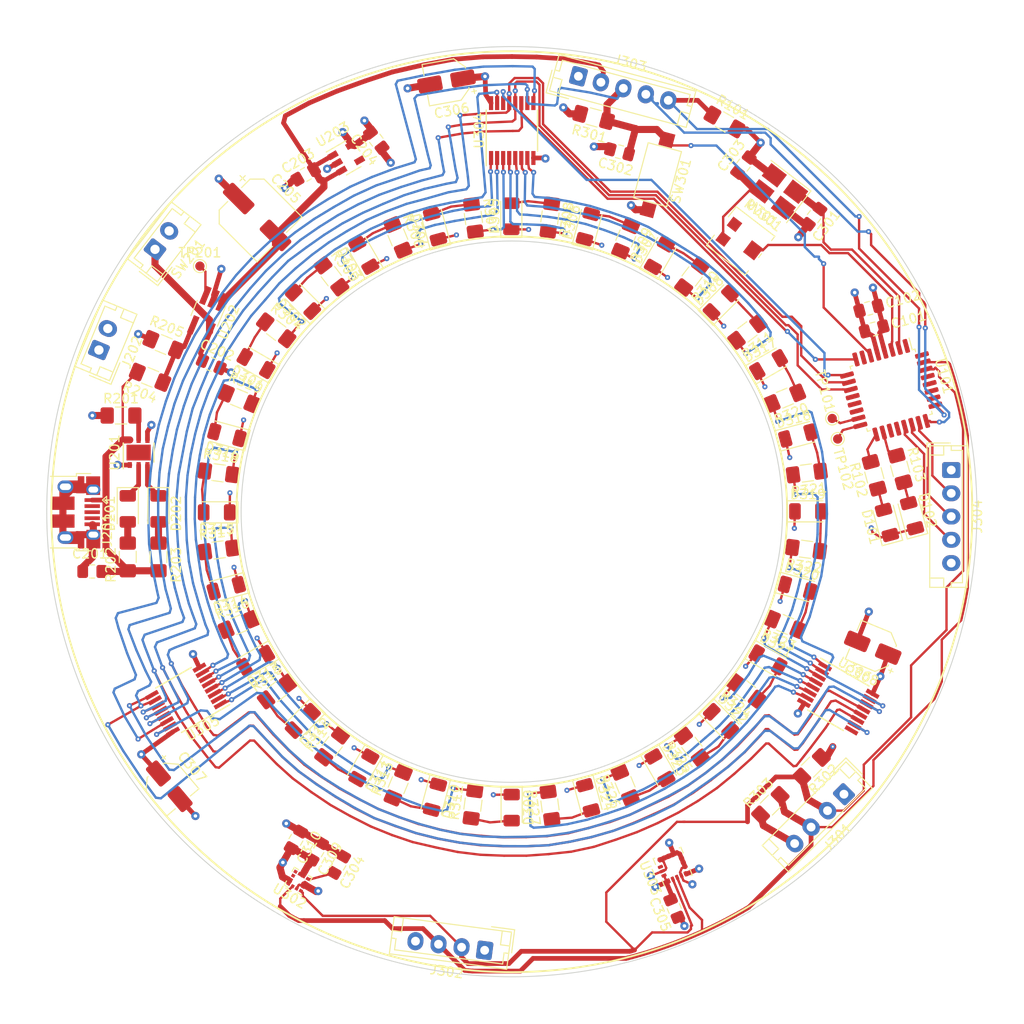
<source format=kicad_pcb>
(kicad_pcb (version 20171130) (host pcbnew "(5.1.4)-1")
  (layers (0 Front signal) (1 In1.Cu signal hide) (2 In2.Cu signal hide) (31 Back signal) (35 F.Paste user hide) (36 B.SilkS user hide) (37 F.SilkS user hide) (38 B.Mask user) (39 F.Mask user hide) (44 Edge.Cuts user))
  (net 0 "")
  (net 1 GND)
  (net 2 V_REG)
  (net 3 V_USB)
  (net 4 "Net-(C202-Pad1)")
  (net 5 SW_3_3V)
  (net 6 OSC_IN)
  (net 7 RESET_N)
  (net 8 "Net-(C303-Pad1)")
  (net 9 "Net-(D201-Pad2)")
  (net 10 "Net-(D201-Pad1)")
  (net 11 "Net-(D202-Pad2)")
  (net 12 "Net-(D202-Pad1)")
  (net 13 "Net-(D301-Pad2)")
  (net 14 "Net-(D302-Pad2)")
  (net 15 "Net-(D303-Pad2)")
  (net 16 "Net-(D304-Pad2)")
  (net 17 "Net-(D305-Pad2)")
  (net 18 "Net-(D306-Pad2)")
  (net 19 "Net-(D307-Pad2)")
  (net 20 "Net-(D308-Pad2)")
  (net 21 "Net-(D309-Pad2)")
  (net 22 "Net-(D310-Pad2)")
  (net 23 "Net-(D311-Pad2)")
  (net 24 "Net-(D312-Pad2)")
  (net 25 "Net-(D313-Pad2)")
  (net 26 "Net-(D314-Pad2)")
  (net 27 "Net-(D315-Pad2)")
  (net 28 "Net-(D316-Pad2)")
  (net 29 "Net-(D317-Pad2)")
  (net 30 "Net-(D318-Pad2)")
  (net 31 "Net-(D319-Pad2)")
  (net 32 "Net-(D320-Pad2)")
  (net 33 "Net-(D321-Pad2)")
  (net 34 "Net-(D322-Pad2)")
  (net 35 "Net-(D323-Pad2)")
  (net 36 "Net-(D324-Pad2)")
  (net 37 V_BATT)
  (net 38 I2C_SDA)
  (net 39 I2C_SCL)
  (net 40 SWCLK)
  (net 41 SWDIO)
  (net 42 UI_JOY_Y)
  (net 43 UI_JOY_X)
  (net 44 UI_BUTTON)
  (net 45 "Net-(R201-Pad2)")
  (net 46 "Net-(R204-Pad1)")
  (net 47 "Net-(R304-Pad2)")
  (net 48 "Net-(R305-Pad2)")
  (net 49 "Net-(R306-Pad2)")
  (net 50 "Net-(R307-Pad2)")
  (net 51 "Net-(R308-Pad2)")
  (net 52 "Net-(R309-Pad2)")
  (net 53 "Net-(R310-Pad2)")
  (net 54 "Net-(R311-Pad2)")
  (net 55 "Net-(R312-Pad2)")
  (net 56 "Net-(R313-Pad2)")
  (net 57 "Net-(R314-Pad2)")
  (net 58 "Net-(R315-Pad2)")
  (net 59 "Net-(R316-Pad2)")
  (net 60 "Net-(R317-Pad2)")
  (net 61 "Net-(R318-Pad2)")
  (net 62 "Net-(R319-Pad2)")
  (net 63 "Net-(R320-Pad2)")
  (net 64 "Net-(R321-Pad2)")
  (net 65 "Net-(R322-Pad2)")
  (net 66 "Net-(R323-Pad2)")
  (net 67 "Net-(R324-Pad2)")
  (net 68 "Net-(R325-Pad2)")
  (net 69 "Net-(R326-Pad2)")
  (net 70 "Net-(R327-Pad2)")
  (net 71 OSC_OUT)
  (net 72 SHIFT_REG_DATA_IN)
  (net 73 SHIFT_REG_CLK)
  (net 74 SHIFT_REG_LATCH)
  (net 75 "Net-(U304-Pad9)")
  (net 76 "Net-(U305-Pad9)")
  (net 77 "Net-(C304-Pad2)")
  (net 78 SHIFT_REG_OUTPUT_ENABLE_N)
  (net 79 "Net-(TP201-Pad1)")
  (net 80 "Net-(D101-Pad2)")
  (net 81 "Net-(D102-Pad2)")
  (net 82 "Net-(R102-Pad1)")
  (net 83 "Net-(R103-Pad1)")
  (net 84 "Net-(TP101-Pad1)")
  (net 85 "Net-(TP102-Pad1)")
  (module Package_QFP:LQFP-32_7x7mm_P0.8mm (layer Front) (at 200.737394 76.867494 285)
    (fp_text reference U101 (at 0 -5.88 105) (layer F.SilkS))
    (fp_text value STM32G070KBT6)
    (pad 32 smd roundrect (at -2.8 -4.175 285) (size 0.5 1.5) (layers Front F.Paste F.Mask))
    (pad 31 smd roundrect (at -2 -4.175 285) (size 0.5 1.5) (layers Front F.Paste F.Mask) (net 38 I2C_SDA))
    (pad 30 smd roundrect (at -1.2 -4.175 285) (size 0.5 1.5) (layers Front F.Paste F.Mask) (net 39 I2C_SCL))
    (pad 29 smd roundrect (at -0.4 -4.175 285) (size 0.5 1.5) (layers Front F.Paste F.Mask))
    (pad 28 smd roundrect (at 0.4 -4.175 285) (size 0.5 1.5) (layers Front F.Paste F.Mask))
    (pad 27 smd roundrect (at 1.2 -4.175 285) (size 0.5 1.5) (layers Front F.Paste F.Mask))
    (pad 26 smd roundrect (at 2 -4.175 285) (size 0.5 1.5) (layers Front F.Paste F.Mask))
    (pad 25 smd roundrect (at 2.8 -4.175 285) (size 0.5 1.5) (layers Front F.Paste F.Mask) (net 40 SWCLK))
    (pad 24 smd roundrect (at 4.175 -2.8 285) (size 1.5 0.5) (layers Front F.Paste F.Mask) (net 41 SWDIO))
    (pad 23 smd roundrect (at 4.175 -2 285) (size 1.5 0.5) (layers Front F.Paste F.Mask) (net 42 UI_JOY_Y))
    (pad 22 smd roundrect (at 4.175 -1.2 285) (size 1.5 0.5) (layers Front F.Paste F.Mask) (net 43 UI_JOY_X))
    (pad 21 smd roundrect (at 4.175 -0.4 285) (size 1.5 0.5) (layers Front F.Paste F.Mask) (net 44 UI_BUTTON))
    (pad 20 smd roundrect (at 4.175 0.4 285) (size 1.5 0.5) (layers Front F.Paste F.Mask))
    (pad 19 smd roundrect (at 4.175 1.2 285) (size 1.5 0.5) (layers Front F.Paste F.Mask))
    (pad 18 smd roundrect (at 4.175 2 285) (size 1.5 0.5) (layers Front F.Paste F.Mask) (net 83 "Net-(R103-Pad1)"))
    (pad 17 smd roundrect (at 4.175 2.8 285) (size 1.5 0.5) (layers Front F.Paste F.Mask) (net 82 "Net-(R102-Pad1)"))
    (pad 16 smd roundrect (at 2.8 4.175 285) (size 0.5 1.5) (layers Front F.Paste F.Mask) (net 85 "Net-(TP102-Pad1)"))
    (pad 15 smd roundrect (at 2 4.175 285) (size 0.5 1.5) (layers Front F.Paste F.Mask) (net 84 "Net-(TP101-Pad1)"))
    (pad 14 smd roundrect (at 1.2 4.175 285) (size 0.5 1.5) (layers Front F.Paste F.Mask))
    (pad 13 smd roundrect (at 0.4 4.175 285) (size 0.5 1.5) (layers Front F.Paste F.Mask))
    (pad 12 smd roundrect (at -0.4 4.175 285) (size 0.5 1.5) (layers Front F.Paste F.Mask))
    (pad 11 smd roundrect (at -1.2 4.175 285) (size 0.5 1.5) (layers Front F.Paste F.Mask) (net 74 SHIFT_REG_LATCH))
    (pad 10 smd roundrect (at -2 4.175 285) (size 0.5 1.5) (layers Front F.Paste F.Mask) (net 78 SHIFT_REG_OUTPUT_ENABLE_N))
    (pad 9 smd roundrect (at -2.8 4.175 285) (size 0.5 1.5) (layers Front F.Paste F.Mask) (net 72 SHIFT_REG_DATA_IN))
    (pad 8 smd roundrect (at -4.175 2.8 285) (size 1.5 0.5) (layers Front F.Paste F.Mask) (net 73 SHIFT_REG_CLK))
    (pad 7 smd roundrect (at -4.175 2 285) (size 1.5 0.5) (layers Front F.Paste F.Mask))
    (pad 6 smd roundrect (at -4.175 1.2 285) (size 1.5 0.5) (layers Front F.Paste F.Mask) (net 7 RESET_N))
    (pad 5 smd roundrect (at -4.175 0.4 285) (size 1.5 0.5) (layers Front F.Paste F.Mask) (net 1 GND))
    (pad 4 smd roundrect (at -4.175 -0.4 285) (size 1.5 0.5) (layers Front F.Paste F.Mask) (net 2 V_REG))
    (pad 3 smd roundrect (at -4.175 -1.2 285) (size 1.5 0.5) (layers Front F.Paste F.Mask) (net 71 OSC_OUT))
    (pad 2 smd roundrect (at -4.175 -2 285) (size 1.5 0.5) (layers Front F.Paste F.Mask) (net 6 OSC_IN))
    (pad 1 smd roundrect (at -4.175 -2.8 285) (size 1.5 0.5) (layers Front F.Paste F.Mask))
  )
  (module TestPoint:TestPoint_Pad_D1.0mm (layer Front) (at 194.986967 82.112532 285)
    (fp_text reference TP102 (at 3.302 0.254 105) (layer F.SilkS))
    (fp_text value Connector_TestPoint)
    (pad 1 smd circle (at 0 0 285) (size 1 1) (layers Front F.Mask) (net 85 "Net-(TP102-Pad1)"))
  )
  (module TestPoint:TestPoint_Pad_D1.0mm (layer Front) (at 194.395307 79.904428 285)
    (fp_text reference TP101 (at -3.048 0 105) (layer F.SilkS))
    (fp_text value Connector_TestPoint)
    (pad 1 smd circle (at 0 0 285) (size 1 1) (layers Front F.Mask) (net 84 "Net-(TP101-Pad1)"))
  )
  (module Resistor_SMD:R_1206_3216Metric_Pad1.42x1.75mm_HandSolder (layer Front) (at 201.699205 85.333013 285)
    (fp_text reference R103 (at 0 -1.82 105) (layer F.SilkS))
    (fp_text value 180ohm)
    (pad 2 smd roundrect (at 1.4875 0 285) (size 1.425 1.75) (layers Front F.Paste F.Mask) (roundrect_rratio 0.175439) (net 81 "Net-(D102-Pad2)"))
    (pad 1 smd roundrect (at -1.4875 0 285) (size 1.425 1.75) (layers Front F.Paste F.Mask) (roundrect_rratio 0.175439) (net 83 "Net-(R103-Pad1)"))
  )
  (module Resistor_SMD:R_1206_3216Metric_Pad1.42x1.75mm_HandSolder (layer Front) (at 198.925378 86.015694 285)
    (fp_text reference R102 (at 0.0365 1.778 105) (layer F.SilkS))
    (fp_text value 180ohm)
    (pad 2 smd roundrect (at 1.4875 0 285) (size 1.425 1.75) (layers Front F.Paste F.Mask) (roundrect_rratio 0.175439) (net 80 "Net-(D101-Pad2)"))
    (pad 1 smd roundrect (at -1.4875 0 285) (size 1.425 1.75) (layers Front F.Paste F.Mask) (roundrect_rratio 0.175439) (net 82 "Net-(R102-Pad1)"))
  )
  (module Diode_SMD:D_1206_3216Metric (layer Front) (at 202.982069 90.360285 105)
    (fp_text reference D102 (at 0.13 1.778 105) (layer F.SilkS))
    (fp_text value Red)
    (pad 2 smd roundrect (at 1.4 0 105) (size 1.25 1.75) (layers Front F.Paste F.Mask) (roundrect_rratio 0.2) (net 81 "Net-(D102-Pad2)"))
    (pad 1 smd roundrect (at -1.4 0 105) (size 1.25 1.75) (layers Front F.Paste F.Mask) (roundrect_rratio 0.2) (net 1 GND))
  )
  (module Diode_SMD:D_1206_3216Metric (layer Front) (at 200.283274 91.083425 105)
    (fp_text reference D101 (at 0 -1.82 105) (layer F.SilkS))
    (fp_text value Green)
    (pad 2 smd roundrect (at 1.4 0 105) (size 1.25 1.75) (layers Front F.Paste F.Mask) (roundrect_rratio 0.2) (net 80 "Net-(D101-Pad2)"))
    (pad 1 smd roundrect (at -1.4 0 105) (size 1.25 1.75) (layers Front F.Paste F.Mask) (roundrect_rratio 0.2) (net 1 GND))
  )
  (module Capacitor_SMD:C_0805_2012Metric_Pad1.15x1.40mm_HandSolder (layer Front) (at 145.380709 49.992955 127.5)
    (fp_text reference C204 (at 0 -1.65 127.5) (layer F.SilkS))
    (fp_text value 2.2uF)
    (pad 2 smd roundrect (at 1.025 0 127.5) (size 1.15 1.4) (layers Front F.Paste F.Mask) (roundrect_rratio 0.217391) (net 2 V_REG))
    (pad 1 smd roundrect (at -1.025 0 127.5) (size 1.15 1.4) (layers Front F.Paste F.Mask) (roundrect_rratio 0.217391) (net 1 GND))
  )
  (module Capacitor_SMD:CP_Elec_6.3x5.2 (layer Front) (at 132.5701 58.246101 315)
    (fp_text reference C205 (at 0 -4.35 135) (layer F.SilkS))
    (fp_text value 100uF)
    (pad 2 smd roundrect (at 2.8 0 315) (size 3.5 1.6) (layers Front F.Paste F.Mask) (roundrect_rratio 0.15625) (net 5 SW_3_3V))
    (pad 1 smd roundrect (at -2.8 0 315) (size 3.5 1.6) (layers Front F.Paste F.Mask) (roundrect_rratio 0.15625) (net 1 GND))
  )
  (module TestPoint:TestPoint_Pad_D1.0mm (layer Front) (at 126.422 63.528)
    (fp_text reference TP201 (at 0 -1.448) (layer F.SilkS))
    (fp_text value TestPoint)
    (pad 1 smd circle (at 0 0) (size 1 1) (layers Front F.Mask) (net 79 "Net-(TP201-Pad1)"))
  )
  (module Capacitor_SMD:C_0805_2012Metric_Pad1.15x1.40mm_HandSolder (layer Front) (at 136.742968 125.208135 240)
    (fp_text reference C310 (at 0 -1.65 60) (layer F.SilkS))
    (fp_text value 1uF)
    (pad 2 smd roundrect (at 1.025 0 240) (size 1.15 1.4) (layers Front F.Paste F.Mask) (roundrect_rratio 0.217391) (net 2 V_REG))
    (pad 1 smd roundrect (at -1.025 0 240) (size 1.15 1.4) (layers Front F.Paste F.Mask) (roundrect_rratio 0.217391) (net 1 GND))
  )
  (module Package_LGA:LGA-12_2x2mm_P0.5mm (layer Front) (at 136.98672 129.660531 150)
    (fp_text reference U302 (at 0 -1.85 150) (layer F.SilkS))
    (fp_text value LIS3MDLTR)
    (pad 12 smd rect (at -0.25 -0.7625 240) (size 0.375 0.35) (layers Front F.Paste F.Mask) (net 1 GND))
    (pad 11 smd rect (at 0.25 -0.7625 240) (size 0.375 0.35) (layers Front F.Paste F.Mask) (net 38 I2C_SDA))
    (pad 6 smd rect (at 0.25 0.7625 240) (size 0.375 0.35) (layers Front F.Paste F.Mask) (net 2 V_REG))
    (pad 5 smd rect (at -0.25 0.7625 240) (size 0.375 0.35) (layers Front F.Paste F.Mask) (net 2 V_REG))
    (pad 10 smd rect (at 0.7625 -0.75 150) (size 0.375 0.35) (layers Front F.Paste F.Mask) (net 2 V_REG))
    (pad 1 smd rect (at -0.7625 -0.75 150) (size 0.375 0.35) (layers Front F.Paste F.Mask) (net 39 I2C_SCL))
    (pad 7 smd rect (at 0.7625 0.75 150) (size 0.375 0.35) (layers Front F.Paste F.Mask))
    (pad 4 smd rect (at -0.7625 0.75 150) (size 0.375 0.35) (layers Front F.Paste F.Mask) (net 77 "Net-(C304-Pad2)"))
    (pad 8 smd rect (at 0.7625 0.25 150) (size 0.375 0.35) (layers Front F.Paste F.Mask))
    (pad 9 smd rect (at 0.7625 -0.25 150) (size 0.375 0.35) (layers Front F.Paste F.Mask) (net 2 V_REG))
    (pad 3 smd rect (at -0.7625 0.25 150) (size 0.375 0.35) (layers Front F.Paste F.Mask) (net 1 GND))
    (pad 2 smd rect (at -0.7625 -0.25 150) (size 0.375 0.35) (layers Front F.Paste F.Mask) (net 1 GND))
  )
  (module Capacitor_SMD:C_0805_2012Metric_Pad1.15x1.40mm_HandSolder (layer Front) (at 138.993367 126.44391 240)
    (fp_text reference C309 (at 0 -1.65 60) (layer F.SilkS))
    (fp_text value 100nF)
    (pad 2 smd roundrect (at 1.025 0 240) (size 1.15 1.4) (layers Front F.Paste F.Mask) (roundrect_rratio 0.217391) (net 2 V_REG))
    (pad 1 smd roundrect (at -1.025 0 240) (size 1.15 1.4) (layers Front F.Paste F.Mask) (roundrect_rratio 0.217391) (net 1 GND))
  )
  (module Capacitor_SMD:C_0805_2012Metric_Pad1.15x1.40mm_HandSolder (layer Front) (at 141.362347 127.875137 240)
    (fp_text reference C304 (at 0 -1.65 60) (layer F.SilkS))
    (fp_text value 100nF)
    (pad 2 smd roundrect (at 1.025 0 240) (size 1.15 1.4) (layers Front F.Paste F.Mask) (roundrect_rratio 0.217391) (net 77 "Net-(C304-Pad2)"))
    (pad 1 smd roundrect (at -1.025 0 240) (size 1.15 1.4) (layers Front F.Paste F.Mask) (roundrect_rratio 0.217391) (net 1 GND))
  )
  (module Package_SO:TSSOP-16_4.4x5mm_P0.65mm (layer Front) (at 195.045275 109.993542 330)
    (fp_text reference U306 (at 0 -3.55 150) (layer F.SilkS))
    (fp_text value "74HC595PW,112 ")
    (pad 16 smd rect (at 2.95 -2.275 330) (size 1.5 0.45) (layers Front F.Paste F.Mask) (net 2 V_REG))
    (pad 15 smd rect (at 2.95 -1.625 330) (size 1.5 0.45) (layers Front F.Paste F.Mask) (net 63 "Net-(R320-Pad2)"))
    (pad 14 smd rect (at 2.95 -0.975 330) (size 1.5 0.45) (layers Front F.Paste F.Mask) (net 76 "Net-(U305-Pad9)"))
    (pad 13 smd rect (at 2.95 -0.325 330) (size 1.5 0.45) (layers Front F.Paste F.Mask) (net 78 SHIFT_REG_OUTPUT_ENABLE_N))
    (pad 12 smd rect (at 2.95 0.325 330) (size 1.5 0.45) (layers Front F.Paste F.Mask) (net 74 SHIFT_REG_LATCH))
    (pad 11 smd rect (at 2.95 0.975 330) (size 1.5 0.45) (layers Front F.Paste F.Mask) (net 73 SHIFT_REG_CLK))
    (pad 10 smd rect (at 2.95 1.625 330) (size 1.5 0.45) (layers Front F.Paste F.Mask) (net 7 RESET_N))
    (pad 9 smd rect (at 2.95 2.275 330) (size 1.5 0.45) (layers Front F.Paste F.Mask))
    (pad 8 smd rect (at -2.95 2.275 330) (size 1.5 0.45) (layers Front F.Paste F.Mask) (net 1 GND))
    (pad 7 smd rect (at -2.95 1.625 330) (size 1.5 0.45) (layers Front F.Paste F.Mask) (net 70 "Net-(R327-Pad2)"))
    (pad 6 smd rect (at -2.95 0.975 330) (size 1.5 0.45) (layers Front F.Paste F.Mask) (net 69 "Net-(R326-Pad2)"))
    (pad 5 smd rect (at -2.95 0.325 330) (size 1.5 0.45) (layers Front F.Paste F.Mask) (net 68 "Net-(R325-Pad2)"))
    (pad 4 smd rect (at -2.95 -0.325 330) (size 1.5 0.45) (layers Front F.Paste F.Mask) (net 67 "Net-(R324-Pad2)"))
    (pad 3 smd rect (at -2.95 -0.975 330) (size 1.5 0.45) (layers Front F.Paste F.Mask) (net 66 "Net-(R323-Pad2)"))
    (pad 2 smd rect (at -2.95 -1.625 330) (size 1.5 0.45) (layers Front F.Paste F.Mask) (net 65 "Net-(R322-Pad2)"))
    (pad 1 smd rect (at -2.95 -2.275 330) (size 1.5 0.45) (layers Front F.Paste F.Mask) (net 64 "Net-(R321-Pad2)"))
  )
  (module Package_SO:TSSOP-16_4.4x5mm_P0.65mm (layer Front) (at 124.952725 110.137709 210)
    (fp_text reference U305 (at 0 -3.55 30) (layer F.SilkS))
    (fp_text value "74HC595PW,112 ")
    (pad 16 smd rect (at 2.95 -2.275 210) (size 1.5 0.45) (layers Front F.Paste F.Mask) (net 2 V_REG))
    (pad 15 smd rect (at 2.95 -1.625 210) (size 1.5 0.45) (layers Front F.Paste F.Mask) (net 55 "Net-(R312-Pad2)"))
    (pad 14 smd rect (at 2.95 -0.975 210) (size 1.5 0.45) (layers Front F.Paste F.Mask) (net 75 "Net-(U304-Pad9)"))
    (pad 13 smd rect (at 2.95 -0.325 210) (size 1.5 0.45) (layers Front F.Paste F.Mask) (net 78 SHIFT_REG_OUTPUT_ENABLE_N))
    (pad 12 smd rect (at 2.95 0.325 210) (size 1.5 0.45) (layers Front F.Paste F.Mask) (net 74 SHIFT_REG_LATCH))
    (pad 11 smd rect (at 2.95 0.975 210) (size 1.5 0.45) (layers Front F.Paste F.Mask) (net 73 SHIFT_REG_CLK))
    (pad 10 smd rect (at 2.95 1.625 210) (size 1.5 0.45) (layers Front F.Paste F.Mask) (net 7 RESET_N))
    (pad 9 smd rect (at 2.95 2.275 210) (size 1.5 0.45) (layers Front F.Paste F.Mask) (net 76 "Net-(U305-Pad9)"))
    (pad 8 smd rect (at -2.95 2.275 210) (size 1.5 0.45) (layers Front F.Paste F.Mask) (net 1 GND))
    (pad 7 smd rect (at -2.95 1.625 210) (size 1.5 0.45) (layers Front F.Paste F.Mask) (net 62 "Net-(R319-Pad2)"))
    (pad 6 smd rect (at -2.95 0.975 210) (size 1.5 0.45) (layers Front F.Paste F.Mask) (net 61 "Net-(R318-Pad2)"))
    (pad 5 smd rect (at -2.95 0.325 210) (size 1.5 0.45) (layers Front F.Paste F.Mask) (net 60 "Net-(R317-Pad2)"))
    (pad 4 smd rect (at -2.95 -0.325 210) (size 1.5 0.45) (layers Front F.Paste F.Mask) (net 59 "Net-(R316-Pad2)"))
    (pad 3 smd rect (at -2.95 -0.975 210) (size 1.5 0.45) (layers Front F.Paste F.Mask) (net 58 "Net-(R315-Pad2)"))
    (pad 2 smd rect (at -2.95 -1.625 210) (size 1.5 0.45) (layers Front F.Paste F.Mask) (net 57 "Net-(R314-Pad2)"))
    (pad 1 smd rect (at -2.95 -2.275 210) (size 1.5 0.45) (layers Front F.Paste F.Mask) (net 56 "Net-(R313-Pad2)"))
  )
  (module Package_SO:TSSOP-16_4.4x5mm_P0.65mm (layer Front) (at 159.999 48.954 90)
    (fp_text reference U304 (at 0 -3.55 90) (layer F.SilkS))
    (fp_text value "74HC595PW,112 ")
    (pad 16 smd rect (at 2.95 -2.275 90) (size 1.5 0.45) (layers Front F.Paste F.Mask) (net 2 V_REG))
    (pad 15 smd rect (at 2.95 -1.625 90) (size 1.5 0.45) (layers Front F.Paste F.Mask) (net 47 "Net-(R304-Pad2)"))
    (pad 14 smd rect (at 2.95 -0.975 90) (size 1.5 0.45) (layers Front F.Paste F.Mask) (net 72 SHIFT_REG_DATA_IN))
    (pad 13 smd rect (at 2.95 -0.325 90) (size 1.5 0.45) (layers Front F.Paste F.Mask) (net 78 SHIFT_REG_OUTPUT_ENABLE_N))
    (pad 12 smd rect (at 2.95 0.325 90) (size 1.5 0.45) (layers Front F.Paste F.Mask) (net 74 SHIFT_REG_LATCH))
    (pad 11 smd rect (at 2.95 0.975 90) (size 1.5 0.45) (layers Front F.Paste F.Mask) (net 73 SHIFT_REG_CLK))
    (pad 10 smd rect (at 2.95 1.625 90) (size 1.5 0.45) (layers Front F.Paste F.Mask) (net 7 RESET_N))
    (pad 9 smd rect (at 2.95 2.275 90) (size 1.5 0.45) (layers Front F.Paste F.Mask) (net 75 "Net-(U304-Pad9)"))
    (pad 8 smd rect (at -2.95 2.275 90) (size 1.5 0.45) (layers Front F.Paste F.Mask) (net 1 GND))
    (pad 7 smd rect (at -2.95 1.625 90) (size 1.5 0.45) (layers Front F.Paste F.Mask) (net 54 "Net-(R311-Pad2)"))
    (pad 6 smd rect (at -2.95 0.975 90) (size 1.5 0.45) (layers Front F.Paste F.Mask) (net 53 "Net-(R310-Pad2)"))
    (pad 5 smd rect (at -2.95 0.325 90) (size 1.5 0.45) (layers Front F.Paste F.Mask) (net 52 "Net-(R309-Pad2)"))
    (pad 4 smd rect (at -2.95 -0.325 90) (size 1.5 0.45) (layers Front F.Paste F.Mask) (net 51 "Net-(R308-Pad2)"))
    (pad 3 smd rect (at -2.95 -0.975 90) (size 1.5 0.45) (layers Front F.Paste F.Mask) (net 50 "Net-(R307-Pad2)"))
    (pad 2 smd rect (at -2.95 -1.625 90) (size 1.5 0.45) (layers Front F.Paste F.Mask) (net 49 "Net-(R306-Pad2)"))
    (pad 1 smd rect (at -2.95 -2.275 90) (size 1.5 0.45) (layers Front F.Paste F.Mask) (net 48 "Net-(R305-Pad2)"))
  )
  (module Package_LGA:LGA-16_3x3mm_P0.5mm_LayoutBorder3x5y (layer Front) (at 177.254707 128.109593 112.5)
    (fp_text reference U303 (at -0.18 -2.69 112.5) (layer F.SilkS))
    (fp_text value LSM6DS33TR)
    (pad 16 smd roundrect (at -0.5 -1.225 112.5) (size 0.35 0.55) (layers Front F.Paste F.Mask) (net 2 V_REG))
    (pad 15 smd roundrect (at 0 -1.225 112.5) (size 0.35 0.55) (layers Front F.Paste F.Mask) (net 1 GND))
    (pad 14 smd roundrect (at 0.5 -1.225 112.5) (size 0.35 0.55) (layers Front F.Paste F.Mask))
    (pad 13 smd roundrect (at 1.225 -1 112.5) (size 0.55 0.35) (layers Front F.Paste F.Mask) (net 1 GND))
    (pad 12 smd roundrect (at 1.225 -0.5 112.5) (size 0.55 0.35) (layers Front F.Paste F.Mask) (net 1 GND))
    (pad 11 smd roundrect (at 1.225 0 112.5) (size 0.55 0.35) (layers Front F.Paste F.Mask) (net 1 GND))
    (pad 10 smd roundrect (at 1.225 0.5 112.5) (size 0.55 0.35) (layers Front F.Paste F.Mask) (net 1 GND))
    (pad 9 smd roundrect (at 1.225 1 112.5) (size 0.55 0.35) (layers Front F.Paste F.Mask) (net 1 GND))
    (pad 8 smd roundrect (at 0.5 1.225 112.5) (size 0.35 0.55) (layers Front F.Paste F.Mask) (net 1 GND))
    (pad 7 smd roundrect (at 0 1.225 112.5) (size 0.35 0.55) (layers Front F.Paste F.Mask) (net 1 GND))
    (pad 6 smd roundrect (at -0.5 1.225 112.5) (size 0.35 0.55) (layers Front F.Paste F.Mask) (net 1 GND))
    (pad 5 smd roundrect (at -1.225 1 112.5) (size 0.55 0.35) (layers Front F.Paste F.Mask) (net 2 V_REG))
    (pad 4 smd roundrect (at -1.225 0.5 112.5) (size 0.55 0.35) (layers Front F.Paste F.Mask) (net 1 GND))
    (pad 3 smd roundrect (at -1.225 0 112.5) (size 0.55 0.35) (layers Front F.Paste F.Mask) (net 38 I2C_SDA))
    (pad 2 smd roundrect (at -1.225 -0.5 112.5) (size 0.55 0.35) (layers Front F.Paste F.Mask) (net 39 I2C_SCL))
    (pad 1 smd roundrect (at -1.225 -1 112.5) (size 0.55 0.35) (layers Front F.Paste F.Mask) (net 2 V_REG))
  )
  (module Crystal:Crystal_SMD_SeikoEpson_TSX3225-4Pin_3.2x2.5mm_HandSoldering (layer Front) (at 188.65856 55.512575 142.5)
    (fp_text reference U301 (at 0 -2.95 142.5) (layer F.SilkS))
    (fp_text value TSX-3225)
    (pad 4 smd rect (at -1.45 -1.0875 142.5) (size 2.1 1.725) (layers Front F.Paste F.Mask) (net 1 GND))
    (pad 3 smd rect (at 1.45 -1.0875 142.5) (size 2.1 1.725) (layers Front F.Paste F.Mask) (net 8 "Net-(C303-Pad1)"))
    (pad 2 smd rect (at 1.45 1.0875 142.5) (size 2.1 1.725) (layers Front F.Paste F.Mask) (net 1 GND))
    (pad 1 smd rect (at -1.45 1.0875 142.5) (size 2.1 1.725) (layers Front F.Paste F.Mask) (net 6 OSC_IN))
  )
  (module Package_TO_SOT_SMD:SOT-23-5 (layer Front) (at 142.157468 51.884261 30)
    (fp_text reference U203 (at 0 -2.9 30) (layer F.SilkS))
    (fp_text value TLV75528PDBVR)
    (pad 5 smd rect (at 1.1 -0.95 30) (size 1.06 0.65) (layers Front F.Paste F.Mask) (net 2 V_REG))
    (pad 4 smd rect (at 1.1 0.95 30) (size 1.06 0.65) (layers Front F.Paste F.Mask))
    (pad 3 smd rect (at -1.1 0.95 30) (size 1.06 0.65) (layers Front F.Paste F.Mask) (net 5 SW_3_3V))
    (pad 2 smd rect (at -1.1 0 30) (size 1.06 0.65) (layers Front F.Paste F.Mask) (net 1 GND))
    (pad 1 smd rect (at -1.1 -0.95 30) (size 1.06 0.65) (layers Front F.Paste F.Mask) (net 5 SW_3_3V))
  )
  (module Package_TO_SOT_SMD:TSOT-23-5_HandSoldering (layer Front) (at 127.237635 68.625877 247.5)
    (fp_text reference U202 (at 0 -2.45 67.5) (layer F.SilkS))
    (fp_text value AP22811BW5-7)
    (pad 5 smd rect (at 1.71 -0.95 247.5) (size 2 0.65) (layers Front F.Paste F.Mask) (net 4 "Net-(C202-Pad1)"))
    (pad 4 smd rect (at 1.71 0.95 247.5) (size 2 0.65) (layers Front F.Paste F.Mask) (net 46 "Net-(R204-Pad1)"))
    (pad 3 smd rect (at -1.71 0.95 247.5) (size 2 0.65) (layers Front F.Paste F.Mask) (net 79 "Net-(TP201-Pad1)"))
    (pad 2 smd rect (at -1.71 0 247.5) (size 2 0.65) (layers Front F.Paste F.Mask) (net 1 GND))
    (pad 1 smd rect (at -1.71 -0.95 247.5) (size 2 0.65) (layers Front F.Paste F.Mask) (net 5 SW_3_3V))
  )
  (module Package_DFN_QFN:DFN-6-1EP_3x3mm_P0.95mm_EP1.7x2.6mm (layer Front) (at 119.834 83.571 90)
    (fp_text reference U201 (at 0 -2.575 90) (layer F.SilkS))
    (fp_text value STBC08)
    (pad 7 smd rect (at 0 0 90) (size 1.7 2.6) (layers Front F.Mask))
    (pad 6 smd rect (at 1.34 -0.95 90) (size 0.63 0.45) (layers Front F.Paste F.Mask) (net 3 V_USB))
    (pad 5 smd rect (at 1.34 0 90) (size 0.63 0.45) (layers Front F.Paste F.Mask) (net 45 "Net-(R201-Pad2)"))
    (pad 4 smd rect (at 1.34 0.95 90) (size 0.63 0.45) (layers Front F.Paste F.Mask) (net 1 GND))
    (pad 3 smd rect (at -1.34 0.95 90) (size 0.63 0.45) (layers Front F.Paste F.Mask) (net 12 "Net-(D202-Pad1)"))
    (pad 2 smd rect (at -1.34 0 90) (size 0.63 0.45) (layers Front F.Paste F.Mask) (net 10 "Net-(D201-Pad1)"))
    (pad 1 smd rect (at -1.34 -0.95 90) (size 0.63 0.45) (layers Front F.Paste F.Mask) (net 37 V_BATT))
  )
  (module Button_Switch_SMD:SW_SPST_CK_RS282G05A3 (layer Front) (at 175.614175 53.698925 255)
    (fp_text reference SW301 (at 0 -2.6 75) (layer F.SilkS))
    (fp_text value "RESET PUSH")
    (pad 2 smd rect (at 3.9 0 255) (size 1.5 1.5) (layers Front F.Paste F.Mask) (net 1 GND))
    (pad 1 smd rect (at -3.9 0 255) (size 1.5 1.5) (layers Front F.Paste F.Mask) (net 7 RESET_N))
  )
  (module Connector_JST:JST_EH_B2B-EH-A_1x02_P2.50mm_Vertical (layer Front) (at 121.596 61.728 52.5)
    (fp_text reference SW201 (at 1.358709 3.439666 52.5) (layer F.SilkS))
    (fp_text value "JST - 2x1")
    (pad 2 thru_hole oval (at 2.5 0 52.5) (size 1.7 2) (drill 1) (layers *.Cu *.Mask) (net 37 V_BATT))
    (pad 1 thru_hole roundrect (at 0 0 52.5) (size 1.7 2) (drill 1) (layers *.Cu *.Mask) (roundrect_rratio 0.147059) (net 4 "Net-(C202-Pad1)"))
  )
  (module Kicad:35WR10KLFTR (layer Front) (at 184.556022 60.807472 322.5)
    (fp_text reference RV301 (at 0.254 -3.6576 142.5) (layer F.SilkS))
    (fp_text value "Pot - 10kohm")
    (pad 3 smd rect (at -1.6056 1 322.5) (size 1.2 1.2) (layers Front F.Paste F.Mask) (net 8 "Net-(C303-Pad1)"))
    (pad 2 smd rect (at 1.6764 0 322.5) (size 1.5 1.6) (layers Front F.Paste F.Mask) (net 71 OSC_OUT))
    (pad 1 smd rect (at -1.6056 -1 322.5) (size 1.2 1.2) (layers Front F.Paste F.Mask))
  )
  (module Resistor_SMD:R_1206_3216Metric_Pad1.42x1.75mm_HandSolder (layer Front) (at 164.057714 121.511976 97.5)
    (fp_text reference R327 (at 0 -1.82 97.5) (layer F.SilkS))
    (fp_text value 180ohm)
    (pad 2 smd roundrect (at 1.4875 0 97.5) (size 1.425 1.75) (layers Front F.Paste F.Mask) (roundrect_rratio 0.175439) (net 70 "Net-(R327-Pad2)"))
    (pad 1 smd roundrect (at -1.4875 0 97.5) (size 1.425 1.75) (layers Front F.Paste F.Mask) (roundrect_rratio 0.175439) (net 36 "Net-(D324-Pad2)"))
  )
  (module Resistor_SMD:R_1206_3216Metric_Pad1.42x1.75mm_HandSolder (layer Front) (at 172.135355 119.30838 112.5)
    (fp_text reference R326 (at 0 -1.82 112.5) (layer F.SilkS))
    (fp_text value 180ohm)
    (pad 2 smd roundrect (at 1.4875 0 112.5) (size 1.425 1.75) (layers Front F.Paste F.Mask) (roundrect_rratio 0.175439) (net 69 "Net-(R326-Pad2)"))
    (pad 1 smd roundrect (at -1.4875 0 112.5) (size 1.425 1.75) (layers Front F.Paste F.Mask) (roundrect_rratio 0.175439) (net 35 "Net-(D323-Pad2)"))
  )
  (module Resistor_SMD:R_1206_3216Metric_Pad1.42x1.75mm_HandSolder (layer Front) (at 179.31171 115.205517 127.5)
    (fp_text reference R325 (at 0 -1.82 127.5) (layer F.SilkS))
    (fp_text value 180ohm)
    (pad 2 smd roundrect (at 1.4875 0 127.5) (size 1.425 1.75) (layers Front F.Paste F.Mask) (roundrect_rratio 0.175439) (net 68 "Net-(R325-Pad2)"))
    (pad 1 smd roundrect (at -1.4875 0 127.5) (size 1.425 1.75) (layers Front F.Paste F.Mask) (roundrect_rratio 0.175439) (net 34 "Net-(D322-Pad2)"))
  )
  (module Resistor_SMD:R_1206_3216Metric_Pad1.42x1.75mm_HandSolder (layer Front) (at 185.128298 109.180058 142.5)
    (fp_text reference R324 (at 0 -1.82 142.5) (layer F.SilkS))
    (fp_text value 180ohm)
    (pad 2 smd roundrect (at 1.4875 0 142.5) (size 1.425 1.75) (layers Front F.Paste F.Mask) (roundrect_rratio 0.175439) (net 67 "Net-(R324-Pad2)"))
    (pad 1 smd roundrect (at -1.4875 0 142.5) (size 1.425 1.75) (layers Front F.Paste F.Mask) (roundrect_rratio 0.175439) (net 33 "Net-(D321-Pad2)"))
  )
  (module Resistor_SMD:R_1206_3216Metric_Pad1.42x1.75mm_HandSolder (layer Front) (at 189.342478 102.052868 157.5)
    (fp_text reference R323 (at 0 -1.82 157.5) (layer F.SilkS))
    (fp_text value 180ohm)
    (pad 2 smd roundrect (at 1.4875 0 157.5) (size 1.425 1.75) (layers Front F.Paste F.Mask) (roundrect_rratio 0.175439) (net 66 "Net-(R323-Pad2)"))
    (pad 1 smd roundrect (at -1.4875 0 157.5) (size 1.425 1.75) (layers Front F.Paste F.Mask) (roundrect_rratio 0.175439) (net 32 "Net-(D320-Pad2)"))
  )
  (module Resistor_SMD:R_1206_3216Metric_Pad1.42x1.75mm_HandSolder (layer Front) (at 191.591804 93.969435 172.5)
    (fp_text reference R322 (at 0 -1.82 172.5) (layer F.SilkS))
    (fp_text value 180ohm)
    (pad 2 smd roundrect (at 1.4875 0 172.5) (size 1.425 1.75) (layers Front F.Paste F.Mask) (roundrect_rratio 0.175439) (net 65 "Net-(R322-Pad2)"))
    (pad 1 smd roundrect (at -1.4875 0 172.5) (size 1.425 1.75) (layers Front F.Paste F.Mask) (roundrect_rratio 0.175439) (net 31 "Net-(D319-Pad2)"))
  )
  (module Resistor_SMD:R_1206_3216Metric_Pad1.42x1.75mm_HandSolder (layer Front) (at 191.670264 85.767589 187.5)
    (fp_text reference R321 (at 0 -1.82 7.5) (layer F.SilkS))
    (fp_text value 180ohm)
    (pad 2 smd roundrect (at 1.4875 0 187.5) (size 1.425 1.75) (layers Front F.Paste F.Mask) (roundrect_rratio 0.175439) (net 64 "Net-(R321-Pad2)"))
    (pad 1 smd roundrect (at -1.4875 0 187.5) (size 1.425 1.75) (layers Front F.Paste F.Mask) (roundrect_rratio 0.175439) (net 30 "Net-(D318-Pad2)"))
  )
  (module Resistor_SMD:R_1206_3216Metric_Pad1.42x1.75mm_HandSolder (layer Front) (at 189.311729 77.717242 202.5)
    (fp_text reference R320 (at 0 -1.82 22.5) (layer F.SilkS))
    (fp_text value 180ohm)
    (pad 2 smd roundrect (at 1.4875 0 202.5) (size 1.425 1.75) (layers Front F.Paste F.Mask) (roundrect_rratio 0.175439) (net 63 "Net-(R320-Pad2)"))
    (pad 1 smd roundrect (at -1.4875 0 202.5) (size 1.425 1.75) (layers Front F.Paste F.Mask) (roundrect_rratio 0.175439) (net 29 "Net-(D317-Pad2)"))
  )
  (module Resistor_SMD:R_1206_3216Metric_Pad1.42x1.75mm_HandSolder (layer Front) (at 130.634293 77.770241 337.5)
    (fp_text reference R319 (at 0 -1.82 157.5) (layer F.SilkS))
    (fp_text value 180ohm)
    (pad 2 smd roundrect (at 1.4875 0 337.5) (size 1.425 1.75) (layers Front F.Paste F.Mask) (roundrect_rratio 0.175439) (net 62 "Net-(R319-Pad2)"))
    (pad 1 smd roundrect (at -1.4875 0 337.5) (size 1.425 1.75) (layers Front F.Paste F.Mask) (roundrect_rratio 0.175439) (net 28 "Net-(D316-Pad2)"))
  )
  (module Resistor_SMD:R_1206_3216Metric_Pad1.42x1.75mm_HandSolder (layer Front) (at 128.43 85.748 352.5)
    (fp_text reference R318 (at 0 -1.82 172.5) (layer F.SilkS))
    (fp_text value 180ohm)
    (pad 2 smd roundrect (at 1.4875 0 352.5) (size 1.425 1.75) (layers Front F.Paste F.Mask) (roundrect_rratio 0.175439) (net 61 "Net-(R318-Pad2)"))
    (pad 1 smd roundrect (at -1.4875 0 352.5) (size 1.425 1.75) (layers Front F.Paste F.Mask) (roundrect_rratio 0.175439) (net 27 "Net-(D315-Pad2)"))
  )
  (module Resistor_SMD:R_1206_3216Metric_Pad1.42x1.75mm_HandSolder (layer Front) (at 128.436667 94.038035 7.5)
    (fp_text reference R317 (at 0 -1.82 7.5) (layer F.SilkS))
    (fp_text value 180ohm)
    (pad 2 smd roundrect (at 1.4875 0 7.5) (size 1.425 1.75) (layers Front F.Paste F.Mask) (roundrect_rratio 0.175439) (net 60 "Net-(R317-Pad2)"))
    (pad 1 smd roundrect (at -1.4875 0 7.5) (size 1.425 1.75) (layers Front F.Paste F.Mask) (roundrect_rratio 0.175439) (net 26 "Net-(D314-Pad2)"))
  )
  (module Resistor_SMD:R_1206_3216Metric_Pad1.42x1.75mm_HandSolder (layer Front) (at 130.615346 102.051612 22.5)
    (fp_text reference R316 (at 0 -1.82 22.5) (layer F.SilkS))
    (fp_text value 180ohm)
    (pad 2 smd roundrect (at 1.4875 0 22.5) (size 1.425 1.75) (layers Front F.Paste F.Mask) (roundrect_rratio 0.175439) (net 59 "Net-(R316-Pad2)"))
    (pad 1 smd roundrect (at -1.4875 0 22.5) (size 1.425 1.75) (layers Front F.Paste F.Mask) (roundrect_rratio 0.175439) (net 25 "Net-(D313-Pad2)"))
  )
  (module Resistor_SMD:R_1206_3216Metric_Pad1.42x1.75mm_HandSolder (layer Front) (at 134.716007 109.249026 37.5)
    (fp_text reference R315 (at 0 -1.82 37.5) (layer F.SilkS))
    (fp_text value 180ohm)
    (pad 2 smd roundrect (at 1.4875 0 37.5) (size 1.425 1.75) (layers Front F.Paste F.Mask) (roundrect_rratio 0.175439) (net 58 "Net-(R315-Pad2)"))
    (pad 1 smd roundrect (at -1.4875 0 37.5) (size 1.425 1.75) (layers Front F.Paste F.Mask) (roundrect_rratio 0.175439) (net 24 "Net-(D312-Pad2)"))
  )
  (module Resistor_SMD:R_1206_3216Metric_Pad1.42x1.75mm_HandSolder (layer Front) (at 140.637277 115.148184 52.5)
    (fp_text reference R314 (at 0 -1.82 52.5) (layer F.SilkS))
    (fp_text value 180ohm)
    (pad 2 smd roundrect (at 1.4875 0 52.5) (size 1.425 1.75) (layers Front F.Paste F.Mask) (roundrect_rratio 0.175439) (net 57 "Net-(R314-Pad2)"))
    (pad 1 smd roundrect (at -1.4875 0 52.5) (size 1.425 1.75) (layers Front F.Paste F.Mask) (roundrect_rratio 0.175439) (net 23 "Net-(D311-Pad2)"))
  )
  (module Resistor_SMD:R_1206_3216Metric_Pad1.42x1.75mm_HandSolder (layer Front) (at 147.736982 119.332151 67.5)
    (fp_text reference R313 (at 0 -1.82 67.5) (layer F.SilkS))
    (fp_text value 180ohm)
    (pad 2 smd roundrect (at 1.4875 0 67.5) (size 1.425 1.75) (layers Front F.Paste F.Mask) (roundrect_rratio 0.175439) (net 56 "Net-(R313-Pad2)"))
    (pad 1 smd roundrect (at -1.4875 0 67.5) (size 1.425 1.75) (layers Front F.Paste F.Mask) (roundrect_rratio 0.175439) (net 22 "Net-(D310-Pad2)"))
  )
  (module Resistor_SMD:R_1206_3216Metric_Pad1.42x1.75mm_HandSolder (layer Front) (at 155.776 121.4215 82.5)
    (fp_text reference R312 (at 0 -1.82 82.5) (layer F.SilkS))
    (fp_text value 180ohm)
    (pad 2 smd roundrect (at 1.4875 0 82.5) (size 1.425 1.75) (layers Front F.Paste F.Mask) (roundrect_rratio 0.175439) (net 55 "Net-(R312-Pad2)"))
    (pad 1 smd roundrect (at -1.4875 0 82.5) (size 1.425 1.75) (layers Front F.Paste F.Mask) (roundrect_rratio 0.175439) (net 21 "Net-(D309-Pad2)"))
  )
  (module Resistor_SMD:R_1206_3216Metric_Pad1.42x1.75mm_HandSolder (layer Front) (at 185.282862 70.598366 217.5)
    (fp_text reference R311 (at 0 -1.82 37.5) (layer F.SilkS))
    (fp_text value 180ohm)
    (pad 2 smd roundrect (at 1.4875 0 217.5) (size 1.425 1.75) (layers Front F.Paste F.Mask) (roundrect_rratio 0.175439) (net 54 "Net-(R311-Pad2)"))
    (pad 1 smd roundrect (at -1.4875 0 217.5) (size 1.425 1.75) (layers Front F.Paste F.Mask) (roundrect_rratio 0.175439) (net 20 "Net-(D308-Pad2)"))
  )
  (module Resistor_SMD:R_1206_3216Metric_Pad1.42x1.75mm_HandSolder (layer Front) (at 179.335757 64.645653 232.5)
    (fp_text reference R310 (at 0 -1.82 52.5) (layer F.SilkS))
    (fp_text value 180ohm)
    (pad 2 smd roundrect (at 1.4875 0 232.5) (size 1.425 1.75) (layers Front F.Paste F.Mask) (roundrect_rratio 0.175439) (net 53 "Net-(R310-Pad2)"))
    (pad 1 smd roundrect (at -1.4875 0 232.5) (size 1.425 1.75) (layers Front F.Paste F.Mask) (roundrect_rratio 0.175439) (net 19 "Net-(D307-Pad2)"))
  )
  (module Resistor_SMD:R_1206_3216Metric_Pad1.42x1.75mm_HandSolder (layer Front) (at 172.202888 60.54905 247.5)
    (fp_text reference R309 (at 0 -1.82 67.5) (layer F.SilkS))
    (fp_text value 180ohm)
    (pad 2 smd roundrect (at 1.4875 0 247.5) (size 1.425 1.75) (layers Front F.Paste F.Mask) (roundrect_rratio 0.175439) (net 52 "Net-(R309-Pad2)"))
    (pad 1 smd roundrect (at -1.4875 0 247.5) (size 1.425 1.75) (layers Front F.Paste F.Mask) (roundrect_rratio 0.175439) (net 18 "Net-(D306-Pad2)"))
  )
  (module Resistor_SMD:R_1206_3216Metric_Pad1.42x1.75mm_HandSolder (layer Front) (at 164.050158 58.303226 262.5)
    (fp_text reference R308 (at 0 -1.82 82.5) (layer F.SilkS))
    (fp_text value 180ohm)
    (pad 2 smd roundrect (at 1.4875 0 262.5) (size 1.425 1.75) (layers Front F.Paste F.Mask) (roundrect_rratio 0.175439) (net 51 "Net-(R308-Pad2)"))
    (pad 1 smd roundrect (at -1.4875 0 262.5) (size 1.425 1.75) (layers Front F.Paste F.Mask) (roundrect_rratio 0.175439) (net 17 "Net-(D305-Pad2)"))
  )
  (module Resistor_SMD:R_1206_3216Metric_Pad1.42x1.75mm_HandSolder (layer Front) (at 155.825745 58.353942 277.5)
    (fp_text reference R307 (at 0 -1.82 97.5) (layer F.SilkS))
    (fp_text value 180ohm)
    (pad 2 smd roundrect (at 1.4875 0 277.5) (size 1.425 1.75) (layers Front F.Paste F.Mask) (roundrect_rratio 0.175439) (net 50 "Net-(R307-Pad2)"))
    (pad 1 smd roundrect (at -1.4875 0 277.5) (size 1.425 1.75) (layers Front F.Paste F.Mask) (roundrect_rratio 0.175439) (net 16 "Net-(D304-Pad2)"))
  )
  (module Resistor_SMD:R_1206_3216Metric_Pad1.42x1.75mm_HandSolder (layer Front) (at 147.704512 60.438149 292.5)
    (fp_text reference R306 (at 0 -1.82 112.5) (layer F.SilkS))
    (fp_text value 180ohm)
    (pad 2 smd roundrect (at 1.4875 0 292.5) (size 1.425 1.75) (layers Front F.Paste F.Mask) (roundrect_rratio 0.175439) (net 49 "Net-(R306-Pad2)"))
    (pad 1 smd roundrect (at -1.4875 0 292.5) (size 1.425 1.75) (layers Front F.Paste F.Mask) (roundrect_rratio 0.175439) (net 15 "Net-(D303-Pad2)"))
  )
  (module Resistor_SMD:R_1206_3216Metric_Pad1.42x1.75mm_HandSolder (layer Front) (at 140.558841 64.61252 307.5)
    (fp_text reference R305 (at 0 -1.82 127.5) (layer F.SilkS))
    (fp_text value 180ohm)
    (pad 2 smd roundrect (at 1.4875 0 307.5) (size 1.425 1.75) (layers Front F.Paste F.Mask) (roundrect_rratio 0.175439) (net 48 "Net-(R305-Pad2)"))
    (pad 1 smd roundrect (at -1.4875 0 307.5) (size 1.425 1.75) (layers Front F.Paste F.Mask) (roundrect_rratio 0.175439) (net 14 "Net-(D302-Pad2)"))
  )
  (module Resistor_SMD:R_1206_3216Metric_Pad1.42x1.75mm_HandSolder (layer Front) (at 134.624179 70.433631 322.5)
    (fp_text reference R304 (at 0 -1.82 142.5) (layer F.SilkS))
    (fp_text value 180ohm)
    (pad 2 smd roundrect (at 1.4875 0 322.5) (size 1.425 1.75) (layers Front F.Paste F.Mask) (roundrect_rratio 0.175439) (net 47 "Net-(R304-Pad2)"))
    (pad 1 smd roundrect (at -1.4875 0 322.5) (size 1.425 1.75) (layers Front F.Paste F.Mask) (roundrect_rratio 0.175439) (net 13 "Net-(D301-Pad2)"))
  )
  (module Resistor_SMD:R_1206_3216Metric_Pad1.42x1.75mm_HandSolder (layer Front) (at 187.748061 121.475245 45)
    (fp_text reference R303 (at 0 -1.82 45) (layer F.SilkS))
    (fp_text value R_I2C_PULLUP)
    (pad 2 smd roundrect (at 1.4875 0 45) (size 1.425 1.75) (layers Front F.Paste F.Mask) (roundrect_rratio 0.175439) (net 38 I2C_SDA))
    (pad 1 smd roundrect (at -1.4875 0 45) (size 1.425 1.75) (layers Front F.Paste F.Mask) (roundrect_rratio 0.175439) (net 2 V_REG))
  )
  (module Resistor_SMD:R_1206_3216Metric_Pad1.42x1.75mm_HandSolder (layer Front) (at 192.177165 117.395909 225)
    (fp_text reference R302 (at 0 -1.82 45) (layer F.SilkS))
    (fp_text value R_I2C_PULLUP)
    (pad 2 smd roundrect (at 1.4875 0 225) (size 1.425 1.75) (layers Front F.Paste F.Mask) (roundrect_rratio 0.175439) (net 39 I2C_SCL))
    (pad 1 smd roundrect (at -1.4875 0 225) (size 1.425 1.75) (layers Front F.Paste F.Mask) (roundrect_rratio 0.175439) (net 2 V_REG))
  )
  (module Resistor_SMD:R_1206_3216Metric_Pad1.42x1.75mm_HandSolder (layer Front) (at 168.752798 47.544357 165)
    (fp_text reference R301 (at 0 -1.82 165) (layer F.SilkS))
    (fp_text value 10kohm)
    (pad 2 smd roundrect (at 1.4875 0 165) (size 1.425 1.75) (layers Front F.Paste F.Mask) (roundrect_rratio 0.175439) (net 2 V_REG))
    (pad 1 smd roundrect (at -1.4875 0 165) (size 1.425 1.75) (layers Front F.Paste F.Mask) (roundrect_rratio 0.175439) (net 7 RESET_N))
  )
  (module Resistor_SMD:R_1206_3216Metric_Pad1.42x1.75mm_HandSolder (layer Front) (at 122.524985 71.96132 157.5)
    (fp_text reference R205 (at 0.4175 1.905 157.5) (layer F.SilkS))
    (fp_text value 10kohm)
    (pad 2 smd roundrect (at 1.4875 0 157.5) (size 1.425 1.75) (layers Front F.Paste F.Mask) (roundrect_rratio 0.175439) (net 1 GND))
    (pad 1 smd roundrect (at -1.4875 0 157.5) (size 1.425 1.75) (layers Front F.Paste F.Mask) (roundrect_rratio 0.175439) (net 46 "Net-(R204-Pad1)"))
  )
  (module Resistor_SMD:R_1206_3216Metric_Pad1.42x1.75mm_HandSolder (layer Front) (at 121.066962 75.481301 157.5)
    (fp_text reference R204 (at 0.4175 -1.905 157.5) (layer F.SilkS))
    (fp_text value 10kohm)
    (pad 2 smd roundrect (at 1.4875 0 157.5) (size 1.425 1.75) (layers Front F.Paste F.Mask) (roundrect_rratio 0.175439) (net 3 V_USB))
    (pad 1 smd roundrect (at -1.4875 0 157.5) (size 1.425 1.75) (layers Front F.Paste F.Mask) (roundrect_rratio 0.175439) (net 46 "Net-(R204-Pad1)"))
  )
  (module Resistor_SMD:R_1206_3216Metric_Pad1.42x1.75mm_HandSolder (layer Front) (at 121.97 94.7935 90)
    (fp_text reference R203 (at -0.8525 1.905 90) (layer F.SilkS))
    (fp_text value 180ohm)
    (pad 2 smd roundrect (at 1.4875 0 90) (size 1.425 1.75) (layers Front F.Paste F.Mask) (roundrect_rratio 0.175439) (net 11 "Net-(D202-Pad2)"))
    (pad 1 smd roundrect (at -1.4875 0 90) (size 1.425 1.75) (layers Front F.Paste F.Mask) (roundrect_rratio 0.175439) (net 3 V_USB))
  )
  (module Resistor_SMD:R_1206_3216Metric_Pad1.42x1.75mm_HandSolder (layer Front) (at 118.668 94.7935 90)
    (fp_text reference R202 (at -0.8525 -1.82 90) (layer F.SilkS))
    (fp_text value 180ohm)
    (pad 2 smd roundrect (at 1.4875 0 90) (size 1.425 1.75) (layers Front F.Paste F.Mask) (roundrect_rratio 0.175439) (net 9 "Net-(D201-Pad2)"))
    (pad 1 smd roundrect (at -1.4875 0 90) (size 1.425 1.75) (layers Front F.Paste F.Mask) (roundrect_rratio 0.175439) (net 3 V_USB))
  )
  (module Resistor_SMD:R_1206_3216Metric_Pad1.42x1.75mm_HandSolder (layer Front) (at 117.9425 79.59)
    (fp_text reference R201 (at 0 -1.82) (layer F.SilkS))
    (fp_text value 10kohm)
    (pad 2 smd roundrect (at 1.4875 0) (size 1.425 1.75) (layers Front F.Paste F.Mask) (roundrect_rratio 0.175439) (net 45 "Net-(R201-Pad2)"))
    (pad 1 smd roundrect (at -1.4875 0) (size 1.425 1.75) (layers Front F.Paste F.Mask) (roundrect_rratio 0.175439) (net 1 GND))
  )
  (module Resistor_SMD:R_1206_3216Metric_Pad1.42x1.75mm_HandSolder (layer Front) (at 182.81 48.034 330)
    (fp_text reference R101 (at 0 -1.82 150) (layer F.SilkS))
    (fp_text value 10kohm)
    (pad 2 smd roundrect (at 1.4875 0 330) (size 1.425 1.75) (layers Front F.Paste F.Mask) (roundrect_rratio 0.175439) (net 1 GND))
    (pad 1 smd roundrect (at -1.4875 0 330) (size 1.425 1.75) (layers Front F.Paste F.Mask) (roundrect_rratio 0.175439) (net 40 SWCLK))
  )
  (module Connector_JST:JST_EH_B5B-EH-A_1x05_P2.50mm_Vertical (layer Front) (at 207.194 85.452 270)
    (fp_text reference J304 (at 5 -2.8 90) (layer F.SilkS))
    (fp_text value "JST - 5x1")
    (pad 5 thru_hole oval (at 10 0 270) (size 1.7 1.95) (drill 0.95) (layers *.Cu *.Mask) (net 2 V_REG))
    (pad 4 thru_hole oval (at 7.5 0 270) (size 1.7 1.95) (drill 0.95) (layers *.Cu *.Mask) (net 44 UI_BUTTON))
    (pad 3 thru_hole oval (at 5 0 270) (size 1.7 1.95) (drill 0.95) (layers *.Cu *.Mask) (net 43 UI_JOY_X))
    (pad 2 thru_hole oval (at 2.5 0 270) (size 1.7 1.95) (drill 0.95) (layers *.Cu *.Mask) (net 42 UI_JOY_Y))
    (pad 1 thru_hole roundrect (at 0 0 270) (size 1.7 1.95) (drill 0.95) (layers *.Cu *.Mask) (roundrect_rratio 0.147059) (net 1 GND))
  )
  (module Connector_JST:JST_EH_B5B-EH-A_1x05_P2.50mm_Vertical (layer Front) (at 167.116 43.118 345)
    (fp_text reference J303 (at 5 -2.8 165) (layer F.SilkS))
    (fp_text value "JST - 5x1")
    (pad 5 thru_hole oval (at 10 0 345) (size 1.7 1.95) (drill 0.95) (layers *.Cu *.Mask) (net 40 SWCLK))
    (pad 4 thru_hole oval (at 7.5 0 345) (size 1.7 1.95) (drill 0.95) (layers *.Cu *.Mask) (net 41 SWDIO))
    (pad 3 thru_hole oval (at 5 0 345) (size 1.7 1.95) (drill 0.95) (layers *.Cu *.Mask) (net 7 RESET_N))
    (pad 2 thru_hole oval (at 2.5 0 345) (size 1.7 1.95) (drill 0.95) (layers *.Cu *.Mask) (net 5 SW_3_3V))
    (pad 1 thru_hole roundrect (at 0 0 345) (size 1.7 1.95) (drill 0.95) (layers *.Cu *.Mask) (roundrect_rratio 0.147059) (net 1 GND))
  )
  (module Connector_JST:JST_EH_B4B-EH-A_1x04_P2.50mm_Vertical (layer Front) (at 157.033224 137.078631 172.5)
    (fp_text reference J302 (at 3.75 -2.8 172.5) (layer F.SilkS))
    (fp_text value "JST - 4x1")
    (pad 4 thru_hole oval (at 7.5 0 172.5) (size 1.7 1.95) (drill 0.95) (layers *.Cu *.Mask) (net 2 V_REG))
    (pad 3 thru_hole oval (at 5 0 172.5) (size 1.7 1.95) (drill 0.95) (layers *.Cu *.Mask) (net 38 I2C_SDA))
    (pad 2 thru_hole oval (at 2.5 0 172.5) (size 1.7 1.95) (drill 0.95) (layers *.Cu *.Mask) (net 39 I2C_SCL))
    (pad 1 thru_hole roundrect (at 0 0 172.5) (size 1.7 1.95) (drill 0.95) (layers *.Cu *.Mask) (roundrect_rratio 0.147059) (net 1 GND))
  )
  (module Connector_JST:JST_EH_B4B-EH-A_1x04_P2.50mm_Vertical (layer Front) (at 195.661237 120.300724 225)
    (fp_text reference J301 (at 3.75 -2.8 45) (layer F.SilkS))
    (fp_text value "JST - 4x1")
    (pad 4 thru_hole oval (at 7.5 0 225) (size 1.7 1.95) (drill 0.95) (layers *.Cu *.Mask) (net 2 V_REG))
    (pad 3 thru_hole oval (at 5 0 225) (size 1.7 1.95) (drill 0.95) (layers *.Cu *.Mask) (net 38 I2C_SDA))
    (pad 2 thru_hole oval (at 2.5 0 225) (size 1.7 1.95) (drill 0.95) (layers *.Cu *.Mask) (net 39 I2C_SCL))
    (pad 1 thru_hole roundrect (at 0 0 225) (size 1.7 1.95) (drill 0.95) (layers *.Cu *.Mask) (roundrect_rratio 0.147059) (net 1 GND))
  )
  (module Connector_JST:JST_EH_B2B-EH-A_1x02_P2.50mm_Vertical (layer Front) (at 115.566 72.548 67.5)
    (fp_text reference J202 (at 1.126157 3.382517 67.5) (layer F.SilkS))
    (fp_text value "JST - 2x1")
    (pad 2 thru_hole oval (at 2.5 0 67.5) (size 1.7 2) (drill 1) (layers *.Cu *.Mask) (net 37 V_BATT))
    (pad 1 thru_hole roundrect (at 0 0 67.5) (size 1.7 2) (drill 1) (layers *.Cu *.Mask) (roundrect_rratio 0.147059) (net 1 GND))
  )
  (module Connector_USB:USB_Micro-B_Amphenol_10103594-0001LF_Horizontal (layer Front) (at 113.08 90.004 270)
    (fp_text reference J201 (at 1.925 -3.365 90) (layer F.SilkS))
    (fp_text value USB_B_Micro)
    (pad 6 smd rect (at 0.935 1.385) (size 2.5 1.43) (layers Front F.Paste F.Mask) (net 1 GND))
    (pad 6 smd rect (at -0.985 1.385) (size 2.5 1.43) (layers Front F.Paste F.Mask) (net 1 GND))
    (pad 6 thru_hole oval (at 2.705 1.115) (size 1.7 1.35) (drill oval 1.2 0.7) (layers *.Cu *.Mask) (net 1 GND))
    (pad 6 thru_hole oval (at -2.755 1.115) (size 1.7 1.35) (drill oval 1.2 0.7) (layers *.Cu *.Mask) (net 1 GND))
    (pad 6 thru_hole oval (at 2.395 -1.885) (size 1.5 1.1) (drill oval 1.05 0.65) (layers *.Cu *.Mask) (net 1 GND))
    (pad 6 thru_hole oval (at -2.445 -1.885) (size 1.5 1.1) (drill oval 1.05 0.65) (layers *.Cu *.Mask) (net 1 GND))
    (pad 5 smd rect (at 1.275 -1.765) (size 1.65 0.4) (layers Front F.Paste F.Mask) (net 1 GND))
    (pad 4 smd rect (at 0.625 -1.765) (size 1.65 0.4) (layers Front F.Paste F.Mask))
    (pad 3 smd rect (at -0.025 -1.765) (size 1.65 0.4) (layers Front F.Paste F.Mask))
    (pad 2 smd rect (at -0.675 -1.765) (size 1.65 0.4) (layers Front F.Paste F.Mask))
    (pad 1 smd rect (at -1.325 -1.765) (size 1.65 0.4) (layers Front F.Paste F.Mask) (net 3 V_USB))
    (pad 6 smd rect (at 2.875 -1.885 270) (size 2 1.5) (layers Front F.Paste F.Mask) (net 1 GND))
    (pad 6 smd rect (at -2.875 -1.865 270) (size 2 1.5) (layers Front F.Paste F.Mask) (net 1 GND))
    (pad 6 smd rect (at 2.975 -0.565 270) (size 1.825 0.7) (layers Front F.Paste F.Mask) (net 1 GND))
    (pad 6 smd rect (at -2.975 -0.565 270) (size 1.825 0.7) (layers Front F.Paste F.Mask) (net 1 GND))
    (pad 6 smd rect (at -2.755 0.185 270) (size 1.35 2) (layers Front F.Paste F.Mask) (net 1 GND))
    (pad 6 smd rect (at 2.725 0.185 270) (size 1.35 2) (layers Front F.Paste F.Mask) (net 1 GND))
  )
  (module Diode_SMD:D_1206_3216Metric (layer Front) (at 168.154347 120.682295 285)
    (fp_text reference D324 (at 0 -1.82 105) (layer F.SilkS))
    (fp_text value Green)
    (pad 2 smd roundrect (at 1.4 0 285) (size 1.25 1.75) (layers Front F.Paste F.Mask) (roundrect_rratio 0.2) (net 36 "Net-(D324-Pad2)"))
    (pad 1 smd roundrect (at -1.4 0 285) (size 1.25 1.75) (layers Front F.Paste F.Mask) (roundrect_rratio 0.2) (net 1 GND))
  )
  (module Diode_SMD:D_1206_3216Metric (layer Front) (at 175.87264 117.45723 300)
    (fp_text reference D323 (at 0 -1.82 120) (layer F.SilkS))
    (fp_text value Green)
    (pad 2 smd roundrect (at 1.4 0 300) (size 1.25 1.75) (layers Front F.Paste F.Mask) (roundrect_rratio 0.2) (net 35 "Net-(D323-Pad2)"))
    (pad 1 smd roundrect (at -1.4 0 300) (size 1.25 1.75) (layers Front F.Paste F.Mask) (roundrect_rratio 0.2) (net 1 GND))
  )
  (module Diode_SMD:D_1206_3216Metric (layer Front) (at 182.438006 112.431142 315)
    (fp_text reference D322 (at 0 -1.82 135) (layer F.SilkS))
    (fp_text value Green)
    (pad 2 smd roundrect (at 1.4 0 315) (size 1.25 1.75) (layers Front F.Paste F.Mask) (roundrect_rratio 0.2) (net 34 "Net-(D322-Pad2)"))
    (pad 1 smd roundrect (at -1.4 0 315) (size 1.25 1.75) (layers Front F.Paste F.Mask) (roundrect_rratio 0.2) (net 1 GND))
  )
  (module Diode_SMD:D_1206_3216Metric (layer Front) (at 187.496 105.858 330)
    (fp_text reference D321 (at 0 -1.82 150) (layer F.SilkS))
    (fp_text value Green)
    (pad 2 smd roundrect (at 1.4 0 330) (size 1.25 1.75) (layers Front F.Paste F.Mask) (roundrect_rratio 0.2) (net 33 "Net-(D321-Pad2)"))
    (pad 1 smd roundrect (at -1.4 0 330) (size 1.25 1.75) (layers Front F.Paste F.Mask) (roundrect_rratio 0.2) (net 1 GND))
  )
  (module Diode_SMD:D_1206_3216Metric (layer Front) (at 190.669557 98.10639 345)
    (fp_text reference D320 (at 0 -1.82 165) (layer F.SilkS))
    (fp_text value Green)
    (pad 2 smd roundrect (at 1.4 0 345) (size 1.25 1.75) (layers Front F.Paste F.Mask) (roundrect_rratio 0.2) (net 32 "Net-(D320-Pad2)"))
    (pad 1 smd roundrect (at -1.4 0 345) (size 1.25 1.75) (layers Front F.Paste F.Mask) (roundrect_rratio 0.2) (net 1 GND))
  )
  (module Diode_SMD:D_1206_3216Metric (layer Front) (at 191.792482 89.891713)
    (fp_text reference D319 (at 0 -1.82) (layer F.SilkS))
    (fp_text value Green)
    (pad 2 smd roundrect (at 1.4 0) (size 1.25 1.75) (layers Front F.Paste F.Mask) (roundrect_rratio 0.2) (net 31 "Net-(D319-Pad2)"))
    (pad 1 smd roundrect (at -1.4 0) (size 1.25 1.75) (layers Front F.Paste F.Mask) (roundrect_rratio 0.2) (net 1 GND))
  )
  (module Diode_SMD:D_1206_3216Metric (layer Front) (at 190.706295 81.741653 15)
    (fp_text reference D318 (at 0 -1.82 15) (layer F.SilkS))
    (fp_text value Green)
    (pad 2 smd roundrect (at 1.4 0 15) (size 1.25 1.75) (layers Front F.Paste F.Mask) (roundrect_rratio 0.2) (net 30 "Net-(D318-Pad2)"))
    (pad 1 smd roundrect (at -1.4 0 15) (size 1.25 1.75) (layers Front F.Paste F.Mask) (roundrect_rratio 0.2) (net 1 GND))
  )
  (module Diode_SMD:D_1206_3216Metric (layer Front) (at 187.552712 74.116916 30)
    (fp_text reference D317 (at 0 -1.82 30) (layer F.SilkS))
    (fp_text value Green)
    (pad 2 smd roundrect (at 1.4 0 30) (size 1.25 1.75) (layers Front F.Paste F.Mask) (roundrect_rratio 0.2) (net 29 "Net-(D317-Pad2)"))
    (pad 1 smd roundrect (at -1.4 0 30) (size 1.25 1.75) (layers Front F.Paste F.Mask) (roundrect_rratio 0.2) (net 1 GND))
  )
  (module Diode_SMD:D_1206_3216Metric (layer Front) (at 129.323704 81.685653 165)
    (fp_text reference D316 (at 0 -1.82 165) (layer F.SilkS))
    (fp_text value Green)
    (pad 2 smd roundrect (at 1.4 0 165) (size 1.25 1.75) (layers Front F.Paste F.Mask) (roundrect_rratio 0.2) (net 28 "Net-(D316-Pad2)"))
    (pad 1 smd roundrect (at -1.4 0 165) (size 1.25 1.75) (layers Front F.Paste F.Mask) (roundrect_rratio 0.2) (net 1 GND))
  )
  (module Diode_SMD:D_1206_3216Metric (layer Front) (at 128.226 89.998 180)
    (fp_text reference D315 (at 0 -1.82) (layer F.SilkS))
    (fp_text value Green)
    (pad 2 smd roundrect (at 1.4 0 180) (size 1.25 1.75) (layers Front F.Paste F.Mask) (roundrect_rratio 0.2) (net 27 "Net-(D315-Pad2)"))
    (pad 1 smd roundrect (at -1.4 0 180) (size 1.25 1.75) (layers Front F.Paste F.Mask) (roundrect_rratio 0.2) (net 1 GND))
  )
  (module Diode_SMD:D_1206_3216Metric (layer Front) (at 129.253704 98.140347 195)
    (fp_text reference D314 (at 0 -1.82 15) (layer F.SilkS))
    (fp_text value Green)
    (pad 2 smd roundrect (at 1.4 0 195) (size 1.25 1.75) (layers Front F.Paste F.Mask) (roundrect_rratio 0.2) (net 26 "Net-(D314-Pad2)"))
    (pad 1 smd roundrect (at -1.4 0 195) (size 1.25 1.75) (layers Front F.Paste F.Mask) (roundrect_rratio 0.2) (net 1 GND))
  )
  (module Diode_SMD:D_1206_3216Metric (layer Front) (at 132.418648 105.908305 210)
    (fp_text reference D313 (at 0 -1.82 30) (layer F.SilkS))
    (fp_text value Green)
    (pad 2 smd roundrect (at 1.4 0 210) (size 1.25 1.75) (layers Front F.Paste F.Mask) (roundrect_rratio 0.2) (net 25 "Net-(D313-Pad2)"))
    (pad 1 smd roundrect (at -1.4 0 210) (size 1.25 1.75) (layers Front F.Paste F.Mask) (roundrect_rratio 0.2) (net 1 GND))
  )
  (module Diode_SMD:D_1206_3216Metric (layer Front) (at 137.486051 112.417949 225)
    (fp_text reference D312 (at 0 -1.82 45) (layer F.SilkS))
    (fp_text value Green)
    (pad 2 smd roundrect (at 1.4 0 225) (size 1.25 1.75) (layers Front F.Paste F.Mask) (roundrect_rratio 0.2) (net 24 "Net-(D312-Pad2)"))
    (pad 1 smd roundrect (at -1.4 0 225) (size 1.25 1.75) (layers Front F.Paste F.Mask) (roundrect_rratio 0.2) (net 1 GND))
  )
  (module Diode_SMD:D_1206_3216Metric (layer Front) (at 144.046 117.460436 240)
    (fp_text reference D311 (at 0 -1.82 60) (layer F.SilkS))
    (fp_text value Green)
    (pad 2 smd roundrect (at 1.4 0 240) (size 1.25 1.75) (layers Front F.Paste F.Mask) (roundrect_rratio 0.2) (net 23 "Net-(D311-Pad2)"))
    (pad 1 smd roundrect (at -1.4 0 240) (size 1.25 1.75) (layers Front F.Paste F.Mask) (roundrect_rratio 0.2) (net 1 GND))
  )
  (module Diode_SMD:D_1206_3216Metric (layer Front) (at 151.693653 120.620296 255)
    (fp_text reference D310 (at 0 -1.82 75) (layer F.SilkS))
    (fp_text value Green)
    (pad 2 smd roundrect (at 1.4 0 255) (size 1.25 1.75) (layers Front F.Paste F.Mask) (roundrect_rratio 0.2) (net 22 "Net-(D310-Pad2)"))
    (pad 1 smd roundrect (at -1.4 0 255) (size 1.25 1.75) (layers Front F.Paste F.Mask) (roundrect_rratio 0.2) (net 1 GND))
  )
  (module Diode_SMD:D_1206_3216Metric (layer Front) (at 159.936 121.738 270)
    (fp_text reference D309 (at 0 -1.82 90) (layer F.SilkS))
    (fp_text value Green)
    (pad 2 smd roundrect (at 1.4 0 270) (size 1.25 1.75) (layers Front F.Paste F.Mask) (roundrect_rratio 0.2) (net 21 "Net-(D309-Pad2)"))
    (pad 1 smd roundrect (at -1.4 0 270) (size 1.25 1.75) (layers Front F.Paste F.Mask) (roundrect_rratio 0.2) (net 1 GND))
  )
  (module Diode_SMD:D_1206_3216Metric (layer Front) (at 182.412914 67.468316 45)
    (fp_text reference D308 (at 0 -1.82 45) (layer F.SilkS))
    (fp_text value Green)
    (pad 2 smd roundrect (at 1.4 0 45) (size 1.25 1.75) (layers Front F.Paste F.Mask) (roundrect_rratio 0.2) (net 20 "Net-(D308-Pad2)"))
    (pad 1 smd roundrect (at -1.4 0 45) (size 1.25 1.75) (layers Front F.Paste F.Mask) (roundrect_rratio 0.2) (net 1 GND))
  )
  (module Diode_SMD:D_1206_3216Metric (layer Front) (at 175.820494 62.399188 60)
    (fp_text reference D307 (at 0 -1.82 60) (layer F.SilkS))
    (fp_text value Green)
    (pad 2 smd roundrect (at 1.4 0 60) (size 1.25 1.75) (layers Front F.Paste F.Mask) (roundrect_rratio 0.2) (net 19 "Net-(D307-Pad2)"))
    (pad 1 smd roundrect (at -1.4 0 60) (size 1.25 1.75) (layers Front F.Paste F.Mask) (roundrect_rratio 0.2) (net 1 GND))
  )
  (module Diode_SMD:D_1206_3216Metric (layer Front) (at 168.127466 59.276903 75)
    (fp_text reference D306 (at 0 -1.82 75) (layer F.SilkS))
    (fp_text value Green)
    (pad 2 smd roundrect (at 1.4 0 75) (size 1.25 1.75) (layers Front F.Paste F.Mask) (roundrect_rratio 0.2) (net 18 "Net-(D306-Pad2)"))
    (pad 1 smd roundrect (at -1.4 0 75) (size 1.25 1.75) (layers Front F.Paste F.Mask) (roundrect_rratio 0.2) (net 1 GND))
  )
  (module Diode_SMD:D_1206_3216Metric (layer Front) (at 159.901839 58.165313 90)
    (fp_text reference D305 (at 0 -1.82 90) (layer F.SilkS))
    (fp_text value Green)
    (pad 2 smd roundrect (at 1.4 0 90) (size 1.25 1.75) (layers Front F.Paste F.Mask) (roundrect_rratio 0.2) (net 17 "Net-(D305-Pad2)"))
    (pad 1 smd roundrect (at -1.4 0 90) (size 1.25 1.75) (layers Front F.Paste F.Mask) (roundrect_rratio 0.2) (net 1 GND))
  )
  (module Diode_SMD:D_1206_3216Metric (layer Front) (at 151.69924 59.286872 105)
    (fp_text reference D304 (at 0 -1.82 105) (layer F.SilkS))
    (fp_text value Green)
    (pad 2 smd roundrect (at 1.4 0 105) (size 1.25 1.75) (layers Front F.Paste F.Mask) (roundrect_rratio 0.2) (net 16 "Net-(D304-Pad2)"))
    (pad 1 smd roundrect (at -1.4 0 105) (size 1.25 1.75) (layers Front F.Paste F.Mask) (roundrect_rratio 0.2) (net 1 GND))
  )
  (module Diode_SMD:D_1206_3216Metric (layer Front) (at 144.04527 62.376314 120)
    (fp_text reference D303 (at 0 -1.82 120) (layer F.SilkS))
    (fp_text value Green)
    (pad 2 smd roundrect (at 1.4 0 120) (size 1.25 1.75) (layers Front F.Paste F.Mask) (roundrect_rratio 0.2) (net 15 "Net-(D303-Pad2)"))
    (pad 1 smd roundrect (at -1.4 0 120) (size 1.25 1.75) (layers Front F.Paste F.Mask) (roundrect_rratio 0.2) (net 1 GND))
  )
  (module Diode_SMD:D_1206_3216Metric (layer Front) (at 137.513256 67.372356 135)
    (fp_text reference D302 (at 0 -1.82 135) (layer F.SilkS))
    (fp_text value Green)
    (pad 2 smd roundrect (at 1.4 0 135) (size 1.25 1.75) (layers Front F.Paste F.Mask) (roundrect_rratio 0.2) (net 14 "Net-(D302-Pad2)"))
    (pad 1 smd roundrect (at -1.4 0 135) (size 1.25 1.75) (layers Front F.Paste F.Mask) (roundrect_rratio 0.2) (net 1 GND))
  )
  (module Diode_SMD:D_1206_3216Metric (layer Front) (at 132.451626 73.998099 150)
    (fp_text reference D301 (at 0 -1.82 150) (layer F.SilkS))
    (fp_text value Green)
    (pad 2 smd roundrect (at 1.4 0 150) (size 1.25 1.75) (layers Front F.Paste F.Mask) (roundrect_rratio 0.2) (net 13 "Net-(D301-Pad2)"))
    (pad 1 smd roundrect (at -1.4 0 150) (size 1.25 1.75) (layers Front F.Paste F.Mask) (roundrect_rratio 0.2) (net 1 GND))
  )
  (module Diode_SMD:D_1206_3216Metric (layer Front) (at 121.97 89.626 270)
    (fp_text reference D202 (at 0.505 -1.905 90) (layer F.SilkS))
    (fp_text value Green)
    (pad 2 smd roundrect (at 1.4 0 270) (size 1.25 1.75) (layers Front F.Paste F.Mask) (roundrect_rratio 0.2) (net 11 "Net-(D202-Pad2)"))
    (pad 1 smd roundrect (at -1.4 0 270) (size 1.25 1.75) (layers Front F.Paste F.Mask) (roundrect_rratio 0.2) (net 12 "Net-(D202-Pad1)"))
  )
  (module Diode_SMD:D_1206_3216Metric (layer Front) (at 118.668 89.626 270)
    (fp_text reference D201 (at 0.505 1.905 90) (layer F.SilkS))
    (fp_text value Red)
    (pad 2 smd roundrect (at 1.4 0 270) (size 1.25 1.75) (layers Front F.Paste F.Mask) (roundrect_rratio 0.2) (net 9 "Net-(D201-Pad2)"))
    (pad 1 smd roundrect (at -1.4 0 270) (size 1.25 1.75) (layers Front F.Paste F.Mask) (roundrect_rratio 0.2) (net 10 "Net-(D201-Pad1)"))
  )
  (module Capacitor_SMD:CP_Elec_4x3 (layer Front) (at 198.755817 104.554073 157.6)
    (fp_text reference C308 (at 0 -3.2 157.6) (layer F.SilkS))
    (fp_text value 10uF)
    (pad 2 smd roundrect (at 1.8 0 157.6) (size 2.6 1.6) (layers Front F.Paste F.Mask) (roundrect_rratio 0.15625) (net 1 GND))
    (pad 1 smd roundrect (at -1.8 0 157.6) (size 2.6 1.6) (layers Front F.Paste F.Mask) (roundrect_rratio 0.15625) (net 2 V_REG))
  )
  (module Capacitor_SMD:CP_Elec_4x3 (layer Front) (at 123.13 119.45 310.2)
    (fp_text reference C307 (at 0 -3.2 130.2) (layer F.SilkS))
    (fp_text value 10uF)
    (pad 2 smd roundrect (at 1.8 0 310.2) (size 2.6 1.6) (layers Front F.Paste F.Mask) (roundrect_rratio 0.15625) (net 1 GND))
    (pad 1 smd roundrect (at -1.8 0 310.2) (size 2.6 1.6) (layers Front F.Paste F.Mask) (roundrect_rratio 0.15625) (net 2 V_REG))
  )
  (module Capacitor_SMD:CP_Elec_4x3 (layer Front) (at 152.928449 43.678752 190.2)
    (fp_text reference C306 (at 0 -3.2 10.2) (layer F.SilkS))
    (fp_text value 10uF)
    (pad 1 smd roundrect (at -1.8 0 190.2) (size 2.6 1.6) (layers Front F.Paste F.Mask) (roundrect_rratio 0.15625) (net 2 V_REG))
    (pad 2 smd roundrect (at 1.8 0 190.2) (size 2.6 1.6) (layers Front F.Paste F.Mask) (roundrect_rratio 0.15625) (net 1 GND))
  )
  (module Capacitor_SMD:C_0805_2012Metric_Pad1.15x1.40mm_HandSolder (layer Front) (at 177.417954 132.588025 112.5)
    (fp_text reference C305 (at 0 -1.65 112.5) (layer F.SilkS))
    (fp_text value 2.2uF)
    (pad 2 smd roundrect (at 1.025 0 112.5) (size 1.15 1.4) (layers Front F.Paste F.Mask) (roundrect_rratio 0.217391) (net 2 V_REG))
    (pad 1 smd roundrect (at -1.025 0 112.5) (size 1.15 1.4) (layers Front F.Paste F.Mask) (roundrect_rratio 0.217391) (net 1 GND))
  )
  (module Capacitor_SMD:C_0805_2012Metric_Pad1.15x1.40mm_HandSolder (layer Front) (at 184.850494 52.669328 52.5)
    (fp_text reference C303 (at 0 -1.65 52.5) (layer F.SilkS))
    (fp_text value 4pF)
    (pad 2 smd roundrect (at 1.025 0 52.5) (size 1.15 1.4) (layers Front F.Paste F.Mask) (roundrect_rratio 0.217391) (net 1 GND))
    (pad 1 smd roundrect (at -1.025 0 52.5) (size 1.15 1.4) (layers Front F.Paste F.Mask) (roundrect_rratio 0.217391) (net 8 "Net-(C303-Pad1)"))
  )
  (module Capacitor_SMD:C_0805_2012Metric_Pad1.15x1.40mm_HandSolder (layer Front) (at 171.531428 51.236321 165)
    (fp_text reference C302 (at 0 -1.65 165) (layer F.SilkS))
    (fp_text value 1uF)
    (pad 2 smd roundrect (at 1.025 0 165) (size 1.15 1.4) (layers Front F.Paste F.Mask) (roundrect_rratio 0.217391) (net 1 GND))
    (pad 1 smd roundrect (at -1.025 0 165) (size 1.15 1.4) (layers Front F.Paste F.Mask) (roundrect_rratio 0.217391) (net 7 RESET_N))
  )
  (module Capacitor_SMD:C_0805_2012Metric_Pad1.15x1.40mm_HandSolder (layer Front) (at 192.450096 58.20324 232.5)
    (fp_text reference C301 (at 0 -1.65 52.5) (layer F.SilkS))
    (fp_text value 4pF)
    (pad 2 smd roundrect (at 1.025 0 232.5) (size 1.15 1.4) (layers Front F.Paste F.Mask) (roundrect_rratio 0.217391) (net 1 GND))
    (pad 1 smd roundrect (at -1.025 0 232.5) (size 1.15 1.4) (layers Front F.Paste F.Mask) (roundrect_rratio 0.217391) (net 6 OSC_IN))
  )
  (module Capacitor_SMD:C_0805_2012Metric_Pad1.15x1.40mm_HandSolder (layer Front) (at 137.799959 53.666836 30)
    (fp_text reference C203 (at 0 -1.65 30) (layer F.SilkS))
    (fp_text value 1uF)
    (pad 2 smd roundrect (at 1.025 0 30) (size 1.15 1.4) (layers Front F.Paste F.Mask) (roundrect_rratio 0.217391) (net 5 SW_3_3V))
    (pad 1 smd roundrect (at -1.025 0 30) (size 1.15 1.4) (layers Front F.Paste F.Mask) (roundrect_rratio 0.217391) (net 1 GND))
  )
  (module Capacitor_SMD:C_0805_2012Metric_Pad1.15x1.40mm_HandSolder (layer Front) (at 127.645588 74.082343 337.5)
    (fp_text reference C202 (at 0 -1.65 157.5) (layer F.SilkS))
    (fp_text value 1uF)
    (pad 2 smd roundrect (at 1.025 0 337.5) (size 1.15 1.4) (layers Front F.Paste F.Mask) (roundrect_rratio 0.217391) (net 1 GND))
    (pad 1 smd roundrect (at -1.025 0 337.5) (size 1.15 1.4) (layers Front F.Paste F.Mask) (roundrect_rratio 0.217391) (net 4 "Net-(C202-Pad1)"))
  )
  (module Capacitor_SMD:C_0805_2012Metric_Pad1.15x1.40mm_HandSolder (layer Front) (at 114.849 96.354 180)
    (fp_text reference C201 (at 0.245 1.905) (layer F.SilkS))
    (fp_text value 1uF)
    (pad 2 smd roundrect (at 1.025 0 180) (size 1.15 1.4) (layers Front F.Paste F.Mask) (roundrect_rratio 0.217391) (net 1 GND))
    (pad 1 smd roundrect (at -1.025 0 180) (size 1.15 1.4) (layers Front F.Paste F.Mask) (roundrect_rratio 0.217391) (net 3 V_USB))
  )
  (module Capacitor_SMD:C_0805_2012Metric_Pad1.15x1.40mm_HandSolder (layer Front) (at 198.324286 68.070293 195)
    (fp_text reference C102 (at -3.81 0 15) (layer F.SilkS))
    (fp_text value 4.7uF)
    (pad 2 smd roundrect (at 1.025 0 195) (size 1.15 1.4) (layers Front F.Paste F.Mask) (roundrect_rratio 0.217391) (net 1 GND))
    (pad 1 smd roundrect (at -1.025 0 195) (size 1.15 1.4) (layers Front F.Paste F.Mask) (roundrect_rratio 0.217391) (net 2 V_REG))
  )
  (module Capacitor_SMD:C_0805_2012Metric_Pad1.15x1.40mm_HandSolder (layer Front) (at 198.907252 70.28073 195)
    (fp_text reference C101 (at -3.819 0 195) (layer F.SilkS))
    (fp_text value 4.7uF)
    (pad 2 smd roundrect (at 1.025 0 195) (size 1.15 1.4) (layers Front F.Paste F.Mask) (roundrect_rratio 0.217391) (net 1 GND))
    (pad 1 smd roundrect (at -1.025 0 195) (size 1.15 1.4) (layers Front F.Paste F.Mask) (roundrect_rratio 0.217391) (net 2 V_REG))
  )
  (gr_circle (center 159.956 89.928) (end 189.556 89.928) (layer F.SilkS) (width 0.2))
  (gr_circle (center 159.956 89.928) (end 209.456 89.928) (layer F.SilkS) (width 0.2))
  (gr_circle (center 159.956 89.928) (end 209.956 89.928) (layer Edge.Cuts) (width 0.1))
  (gr_poly (pts (xy 125.926 169.048) (xy 125.926 180.478) (xy 164.026 180.478) (xy 164.026 169.048)) (layer F.SilkS) (width 0.1))
  (gr_circle (center 47.628 88.674) (end 60.128 88.674) (layer F.SilkS) (width 1))
  (gr_circle (center 159.956 89.928) (end 189.056 89.928) (layer Edge.Cuts) (width 0.1))
  (via (at 178.511424 134.462238) (size 0.889) (drill 0.381) (layers Front Back) (net 1))
  (via (at 129.765892 74.960601) (size 0.889) (drill 0.381) (layers Front Back) (net 1))
  (via (at 119.792612 70.829534) (size 0.889) (drill 0.381) (layers Front Back) (net 1))
  (segment (start 128.592563 74.474593) (end 129.765892 74.960601) (width 0.508) (layer Front) (net 1))
  (segment (start 121.150714 71.392078) (end 119.792612 70.829534) (width 0.508) (layer Front) (net 1))
  (via (at 176.869358 125.519934) (size 0.889) (drill 0.381) (layers Front Back) (net 1))
  (segment (start 175.862042 127.360525) (end 177.709799 126.595158) (width 0.508) (layer Front) (net 1))
  (segment (start 177.320921 126.610115) (end 177.247862 126.786499) (width 0.508) (layer Front) (net 1))
  (segment (start 176.869358 125.519934) (end 177.320921 126.610115) (width 0.508) (layer Front) (net 1))
  (segment (start 178.003778 126.716926) (end 177.709799 126.595158) (width 0.508) (layer Front) (net 1))
  (segment (start 178.577802 128.102743) (end 178.003778 126.716926) (width 0.508) (layer Front) (net 1))
  (segment (start 176.183076 127.493502) (end 175.862042 127.360525) (width 0.254) (layer Front) (net 1))
  (segment (start 176.259252 127.525053) (end 176.183076 127.493502) (width 0.254) (layer Front) (net 1))
  (segment (start 176.552762 128.23365) (end 176.259252 127.525053) (width 0.254) (layer Front) (net 1))
  (segment (start 176.469414 128.434877) (end 176.552762 128.23365) (width 0.254) (layer Front) (net 1))
  (segment (start 176.122955 128.578383) (end 176.469414 128.434877) (width 0.254) (layer Front) (net 1))
  (segment (start 174.908073 129.081604) (end 174.908066 129.081633) (width 0.254) (layer Front) (net 1))
  (segment (start 176.122955 128.578383) (end 174.908073 129.081604) (width 0.254) (layer Front) (net 1))
  (via (at 174.908066 129.081633) (size 0.889) (drill 0.381) (layers Front Back) (net 1))
  (segment (start 178.080906 133.422873) (end 178.511424 134.462238) (width 0.508) (layer Front) (net 1))
  (segment (start 137.042728 130.063524) (end 136.821979 130.445872) (width 0.254) (layer Front) (net 1))
  (segment (start 137.139718 130.037539) (end 137.042728 130.063524) (width 0.254) (layer Front) (net 1))
  (segment (start 137.522069 130.258291) (end 137.139718 130.037539) (width 0.254) (layer Front) (net 1))
  (via (at 121.208 80.606) (size 0.889) (drill 0.381) (layers Front Back) (net 1))
  (segment (start 120.784001 81.325) (end 120.784 82.231) (width 0.508) (layer Front) (net 1))
  (segment (start 121.208 80.606) (end 120.784001 81.325) (width 0.508) (layer Front) (net 1))
  (via (at 140.104987 53.069262) (size 0.889) (drill 0.381) (layers Front Back) (net 1))
  (segment (start 140.104987 53.069262) (end 141.20484 52.434262) (width 0.508) (layer Front) (net 1))
  (via (at 163.566 51.958) (size 0.889) (drill 0.381) (layers Front Back) (net 1))
  (segment (start 163.512 51.904) (end 163.566 51.958) (width 0.254) (layer Front) (net 1))
  (segment (start 162.274 51.904) (end 163.512 51.904) (width 0.508) (layer Front) (net 1))
  (segment (start 114.965 92.879) (end 114.965 92.399) (width 0.762) (layer Front) (net 1))
  (segment (start 113.225 92.399) (end 112.895 92.729) (width 0.762) (layer Front) (net 1))
  (segment (start 114.965 92.399) (end 113.225 92.399) (width 0.762) (layer Front) (net 1))
  (segment (start 111.985 92.729) (end 111.965 92.709) (width 0.762) (layer Front) (net 1))
  (segment (start 112.895 92.729) (end 111.985 92.729) (width 0.762) (layer Front) (net 1))
  (segment (start 111.695 92.439) (end 111.965 92.709) (width 0.762) (layer Front) (net 1))
  (segment (start 111.695 90.939) (end 111.695 92.439) (width 0.762) (layer Front) (net 1))
  (segment (start 111.695 90.939) (end 111.695 89.019) (width 0.762) (layer Front) (net 1))
  (segment (start 111.695 88.449) (end 112.895 87.249) (width 0.762) (layer Front) (net 1))
  (segment (start 111.695 89.019) (end 111.695 88.449) (width 0.762) (layer Front) (net 1))
  (segment (start 111.695 87.519) (end 111.965 87.249) (width 0.762) (layer Front) (net 1))
  (segment (start 111.695 89.019) (end 111.695 87.519) (width 0.762) (layer Front) (net 1))
  (segment (start 112.895 87.249) (end 114.825 87.249) (width 0.762) (layer Front) (net 1))
  (segment (start 113.205 87.559) (end 112.895 87.249) (width 0.762) (layer Front) (net 1))
  (segment (start 114.965 87.559) (end 113.205 87.559) (width 0.762) (layer Front) (net 1))
  (segment (start 114.903001 91.337001) (end 114.845 91.337001) (width 0.762) (layer Front) (net 1))
  (segment (start 114.965 92.399) (end 114.965 91.399) (width 0.762) (layer Front) (net 1))
  (segment (start 114.965 91.399) (end 114.903001 91.337001) (width 0.762) (layer Front) (net 1))
  (via (at 114.858 79.59) (size 0.889) (drill 0.381) (layers Front Back) (net 1))
  (segment (start 116.455 79.59) (end 114.858 79.59) (width 0.762) (layer Front) (net 1))
  (segment (start 114.858 92.506) (end 114.965 92.399) (width 0.762) (layer Front) (net 1))
  (segment (start 114.858 94.848) (end 114.858 92.506) (width 0.762) (layer Front) (net 1))
  (segment (start 113.824 96.354) (end 113.824 95.882) (width 0.762) (layer Front) (net 1))
  (segment (start 113.824 95.882) (end 114.858 94.848) (width 0.762) (layer Front) (net 1))
  (via (at 146.932212 52.412163) (size 0.889) (drill 0.381) (layers Front Back) (net 1))
  (segment (start 145.968017 50.909831) (end 145.9404 51.119608) (width 0.762) (layer Front) (net 1))
  (segment (start 145.9404 51.119608) (end 146.932212 52.412163) (width 0.762) (layer Front) (net 1))
  (via (at 172.77 56.984) (size 0.889) (drill 0.381) (layers Front Back) (net 1))
  (segment (start 174.604781 57.466036) (end 173.252036 57.466036) (width 0.762) (layer Front) (net 1))
  (segment (start 173.252036 57.466036) (end 172.77 56.984) (width 0.762) (layer Front) (net 1))
  (segment (start 191.495219 59.059987) (end 191.826118 59.016423) (width 0.762) (layer Front) (net 1))
  (segment (start 189.146891 57.258052) (end 191.495219 59.059987) (width 0.762) (layer Front) (net 1))
  (segment (start 187.99496 53.790176) (end 188.170223 53.7671) (width 0.762) (layer Front) (net 1))
  (segment (start 185.474477 51.85614) (end 187.99496 53.790176) (width 0.762) (layer Front) (net 1))
  (via (at 190.754697 60.412727) (size 0.889) (drill 0.381) (layers Front Back) (net 1))
  (segment (start 191.826118 59.016423) (end 190.754697 60.412727) (width 0.762) (layer Front) (net 1))
  (via (at 186.700524 50.258323) (size 0.889) (drill 0.381) (layers Front Back) (net 1))
  (segment (start 185.474477 51.85614) (end 186.700524 50.258323) (width 0.762) (layer Front) (net 1))
  (segment (start 170.248865 50.678543) (end 169.407316 50.678543) (width 0.762) (layer Front) (net 1))
  (segment (start 170.541353 50.971031) (end 170.248865 50.678543) (width 0.762) (layer Front) (net 1))
  (segment (start 169.407316 50.678543) (end 168.778699 50.678543) (width 0.762) (layer Front) (net 1))
  (via (at 168.778699 50.678543) (size 0.889) (drill 0.381) (layers Front Back) (net 1))
  (via (at 179.364024 129.985162) (size 0.889) (drill 0.381) (layers Front Back) (net 1))
  (segment (start 178.783255 129.744603) (end 179.364024 129.985162) (width 0.254) (layer Front) (net 1))
  (segment (start 178.231349 128.246253) (end 178.04193 128.703548) (width 0.254) (layer Front) (net 1))
  (segment (start 178.577802 128.102743) (end 178.231349 128.246253) (width 0.254) (layer Front) (net 1))
  (segment (start 178.04193 128.703548) (end 178.408928 129.589554) (width 0.254) (layer Front) (net 1))
  (segment (start 178.408928 129.589554) (end 178.783255 129.744603) (width 0.254) (layer Front) (net 1))
  (segment (start 139.525994 125.631349) (end 139.50587 125.556235) (width 0.762) (layer Front) (net 1))
  (segment (start 141.874847 126.987462) (end 139.525994 125.631349) (width 0.762) (layer Front) (net 1))
  (segment (start 137.330584 124.300332) (end 137.255469 124.32046) (width 0.762) (layer Front) (net 1))
  (segment (start 139.50587 125.556235) (end 137.330584 124.300332) (width 0.762) (layer Front) (net 1))
  (via (at 139.139909 130.708517) (size 0.889) (drill 0.381) (layers Front Back) (net 1))
  (segment (start 138.932551 130.764079) (end 139.139909 130.708517) (width 0.762) (layer Front) (net 1))
  (segment (start 137.655675 130.026873) (end 138.932551 130.764079) (width 0.762) (layer Front) (net 1))
  (segment (start 137.655675 130.026873) (end 137.772062 129.825274) (width 0.254) (layer Front) (net 1))
  (segment (start 137.522069 130.258291) (end 137.655675 130.026873) (width 0.254) (layer Front) (net 1))
  (via (at 135.706675 123.447046) (size 0.889) (drill 0.381) (layers Front Back) (net 1))
  (segment (start 137.255469 124.32046) (end 135.731263 123.44046) (width 0.762) (layer Front) (net 1))
  (segment (start 135.731263 123.44046) (end 135.706675 123.447046) (width 0.762) (layer Front) (net 1))
  (segment (start 202.402638 91.964927) (end 200.645621 92.435719) (width 0.254) (layer Front) (net 1))
  (segment (start 203.344415 91.71258) (end 202.402638 91.964927) (width 0.254) (layer Front) (net 1))
  (segment (start 198.759802 71.032508) (end 199.270454 72.938281) (width 0.508) (layer Front) (net 1))
  (segment (start 197.917177 70.546019) (end 198.759802 71.032508) (width 0.508) (layer Front) (net 1))
  (segment (start 197.327848 68.346605) (end 197.334211 68.335582) (width 0.508) (layer Front) (net 1))
  (segment (start 197.917177 70.546019) (end 197.327848 68.346605) (width 0.508) (layer Front) (net 1))
  (via (at 196.816985 66.370491) (size 0.889) (drill 0.381) (layers Front Back) (net 1))
  (segment (start 196.810619 66.381516) (end 196.816985 66.370491) (width 0.508) (layer Front) (net 1))
  (segment (start 197.334211 68.335582) (end 196.810619 66.381516) (width 0.508) (layer Front) (net 1))
  (via (at 198.597949 91.663379) (size 0.55) (drill 0.22) (layers Front Back) (net 1))
  (segment (start 199.670034 92.697128) (end 200.645621 92.435719) (width 0.254) (layer Front) (net 1))
  (segment (start 198.597949 91.663379) (end 198.729431 92.154069) (width 0.254) (layer Front) (net 1))
  (segment (start 198.729431 92.154069) (end 199.670034 92.697128) (width 0.254) (layer Front) (net 1))
  (via (at 128.454 54.13) (size 0.889) (drill 0.381) (layers Front Back) (net 1))
  (segment (start 130.590201 56.266202) (end 130.590201 56.266201) (width 0.762) (layer Front) (net 1))
  (segment (start 130.590201 56.266201) (end 128.454 54.13) (width 0.762) (layer Front) (net 1))
  (via (at 135.566 55.146) (size 0.889) (drill 0.381) (layers Front Back) (net 1))
  (segment (start 136.912283 54.179336) (end 136.532664 54.179336) (width 0.762) (layer Front) (net 1))
  (segment (start 136.532664 54.179336) (end 135.566 55.146) (width 0.762) (layer Front) (net 1))
  (segment (start 185.219951 48.77775) (end 186.700524 50.258323) (width 0.508) (layer Front) (net 1))
  (segment (start 184.098213 48.77775) (end 185.219951 48.77775) (width 0.508) (layer Front) (net 1))
  (via (at 161.76 59.59) (size 0.55) (drill 0.22) (layers Front Back) (net 1))
  (segment (start 159.901839 59.565313) (end 161.76 59.59) (width 0.254) (layer Front) (net 1))
  (via (at 169.62 61.28) (size 0.55) (drill 0.22) (layers Front Back) (net 1))
  (segment (start 167.765119 60.629199) (end 169.62 61.28) (width 0.254) (layer Front) (net 1))
  (via (at 176.69 64.75) (size 0.55) (drill 0.22) (layers Front Back) (net 1))
  (segment (start 175.120494 63.611624) (end 176.69 64.75) (width 0.254) (layer Front) (net 1))
  (via (at 182.74 69.98) (size 0.55) (drill 0.22) (layers Front Back) (net 1))
  (segment (start 181.422965 68.458265) (end 182.74 69.98) (width 0.254) (layer Front) (net 1))
  (via (at 187.16 76.5) (size 0.55) (drill 0.22) (layers Front Back) (net 1))
  (segment (start 186.340276 74.816916) (end 187.16 76.5) (width 0.254) (layer Front) (net 1))
  (via (at 189.83 84.11) (size 0.55) (drill 0.22) (layers Front Back) (net 1))
  (segment (start 189.353999 82.104) (end 189.83 84.11) (width 0.254) (layer Front) (net 1))
  (via (at 190.33 91.72) (size 0.55) (drill 0.22) (layers Front Back) (net 1))
  (segment (start 190.392482 89.891713) (end 190.33 91.72) (width 0.254) (layer Front) (net 1))
  (via (at 188.8 99.57) (size 0.55) (drill 0.22) (layers Front Back) (net 1))
  (segment (start 189.317261 97.744043) (end 188.8 99.57) (width 0.254) (layer Front) (net 1))
  (via (at 180.11 112.79) (size 0.55) (drill 0.22) (layers Front Back) (net 1))
  (segment (start 181.448057 111.441193) (end 180.11 112.79) (width 0.254) (layer Front) (net 1))
  (via (at 173.64 117.21) (size 0.55) (drill 0.22) (layers Front Back) (net 1))
  (segment (start 175.17264 116.244794) (end 173.64 117.21) (width 0.254) (layer Front) (net 1))
  (via (at 165.88 119.88) (size 0.55) (drill 0.22) (layers Front Back) (net 1))
  (segment (start 167.792 119.329999) (end 165.88 119.88) (width 0.254) (layer Front) (net 1))
  (via (at 157.97 120.36) (size 0.55) (drill 0.22) (layers Front Back) (net 1))
  (segment (start 159.936 120.338) (end 157.97 120.36) (width 0.254) (layer Front) (net 1))
  (via (at 150.21 118.74) (size 0.55) (drill 0.22) (layers Front Back) (net 1))
  (segment (start 152.056 119.268) (end 150.21 118.74) (width 0.254) (layer Front) (net 1))
  (via (at 143 115.31) (size 0.55) (drill 0.22) (layers Front Back) (net 1))
  (segment (start 144.746 116.248) (end 143 115.31) (width 0.254) (layer Front) (net 1))
  (via (at 137.07 110) (size 0.55) (drill 0.22) (layers Front Back) (net 1))
  (segment (start 138.476 111.428) (end 137.07 110) (width 0.254) (layer Front) (net 1))
  (via (at 132.57 103.52) (size 0.55) (drill 0.22) (layers Front Back) (net 1))
  (segment (start 133.631084 105.208305) (end 132.57 103.52) (width 0.254) (layer Front) (net 1))
  (via (at 130.09 95.91) (size 0.55) (drill 0.22) (layers Front Back) (net 1))
  (segment (start 130.606 97.778) (end 130.09 95.91) (width 0.254) (layer Front) (net 1))
  (via (at 129.65 87.9) (size 0.55) (drill 0.22) (layers Front Back) (net 1))
  (segment (start 129.626 89.998) (end 129.65 87.9) (width 0.254) (layer Front) (net 1))
  (via (at 131.12 80.07) (size 0.55) (drill 0.22) (layers Front Back) (net 1))
  (segment (start 130.676 82.048) (end 131.12 80.07) (width 0.254) (layer Front) (net 1))
  (via (at 134.72 72.86) (size 0.55) (drill 0.22) (layers Front Back) (net 1))
  (segment (start 133.664062 74.698099) (end 134.72 72.86) (width 0.254) (layer Front) (net 1))
  (via (at 140.02 67.01) (size 0.55) (drill 0.22) (layers Front Back) (net 1))
  (segment (start 138.503205 68.362305) (end 140.02 67.01) (width 0.254) (layer Front) (net 1))
  (via (at 146.51 62.72) (size 0.55) (drill 0.22) (layers Front Back) (net 1))
  (segment (start 144.74527 63.58875) (end 146.51 62.72) (width 0.254) (layer Front) (net 1))
  (via (at 154 60.18) (size 0.55) (drill 0.22) (layers Front Back) (net 1))
  (segment (start 152.061587 60.639168) (end 154 60.18) (width 0.254) (layer Front) (net 1))
  (via (at 148.75 44.42) (size 0.889) (drill 0.381) (layers Front Back) (net 1))
  (segment (start 151.156897 43.997505) (end 148.75 44.42) (width 0.762) (layer Front) (net 1))
  (via (at 125.68 105.24) (size 0.889) (drill 0.381) (layers Front Back) (net 1))
  (segment (start 126.37 106.692501) (end 125.68 105.24) (width 0.508) (layer Front) (net 1))
  (via (at 125.94 122.64) (size 0.889) (drill 0.381) (layers Front Back) (net 1))
  (segment (start 124.291824 120.824833) (end 125.94 122.64) (width 0.508) (layer Front) (net 1))
  (via (at 198.33 100.68) (size 0.889) (drill 0.381) (layers Front Back) (net 1))
  (segment (start 197.091634 103.868146) (end 198.33 100.68) (width 0.508) (layer Front) (net 1))
  (segment (start 186.283564 105.158) (end 185.09 106.55) (width 0.254) (layer Front) (net 1))
  (via (at 185.09 106.55) (size 0.55) (drill 0.22) (layers Front Back) (net 1))
  (via (at 190.71 111.62) (size 0.889) (drill 0.381) (layers Front Back) (net 1))
  (segment (start 191.353 110.581) (end 191.353 110.48875) (width 0.508) (layer Front) (net 1))
  (segment (start 190.71 111.62) (end 191.353 110.581) (width 0.508) (layer Front) (net 1))
  (via (at 128.73 63.83) (size 0.889) (drill 0.381) (layers Front Back) (net 1))
  (segment (start 127.892024 66.629976) (end 127.892024 67.046043) (width 0.508) (layer Front) (net 1))
  (segment (start 128.73 63.83) (end 127.892024 66.629976) (width 0.508) (layer Front) (net 1))
  (via (at 180.087373 128.310902) (size 0.889) (drill 0.381) (layers Front Back) (net 2))
  (segment (start 177.442529 131.176145) (end 177.296403 131.528919) (width 0.254) (layer Front) (net 2))
  (via (at 175.394063 130.254939) (size 0.889) (drill 0.381) (layers Front Back) (net 2))
  (segment (start 176.505642 129.502267) (end 176.799618 129.62403) (width 0.254) (layer Front) (net 2))
  (segment (start 176.314298 129.04032) (end 176.505642 129.502267) (width 0.254) (layer Front) (net 2))
  (segment (start 135.95138 129.928796) (end 136.201376 129.495787) (width 0.254) (layer Front) (net 2))
  (segment (start 137.151466 128.875185) (end 137.58448 129.125184) (width 0.254) (layer Front) (net 2))
  (segment (start 138.524977 127.496195) (end 138.480871 127.331582) (width 0.254) (layer Front) (net 2))
  (segment (start 178.757917 128.861585) (end 178.699122 128.837228) (width 0.508) (layer Front) (net 2))
  (segment (start 180.087373 128.310902) (end 178.757917 128.861585) (width 0.508) (layer Front) (net 2))
  (via (at 141.767756 49.119901) (size 0.889) (drill 0.381) (layers Front Back) (net 2))
  (segment (start 142.635096 50.511537) (end 142.664458 50.288505) (width 0.762) (layer Front) (net 2))
  (segment (start 142.664458 50.288505) (end 141.767756 49.119901) (width 0.762) (layer Front) (net 2))
  (via (at 144.108982 47.884927) (size 0.889) (drill 0.381) (layers Front Back) (net 2))
  (segment (start 144.943018 49.134479) (end 144.961292 48.995678) (width 0.762) (layer Front) (net 2))
  (segment (start 144.961292 48.995678) (end 144.108982 47.884927) (width 0.762) (layer Front) (net 2))
  (segment (start 143.916415 49.92222) (end 144.943018 49.134479) (width 0.762) (layer Front) (net 2))
  (segment (start 142.635096 50.511537) (end 143.073229 50.569218) (width 0.762) (layer Front) (net 2))
  (segment (start 143.073229 50.569218) (end 143.916415 49.92222) (width 0.762) (layer Front) (net 2))
  (via (at 165.488534 46.473445) (size 0.889) (drill 0.381) (layers Front Back) (net 2))
  (segment (start 166.174454 47.159365) (end 165.933033 46.917944) (width 0.762) (layer Front) (net 2))
  (segment (start 165.933033 46.917944) (end 165.488534 46.473445) (width 0.762) (layer Front) (net 2))
  (segment (start 167.315983 47.159365) (end 166.174454 47.159365) (width 0.762) (layer Front) (net 2))
  (segment (start 176.723516 129.704259) (end 175.974829 130.014377) (width 0.508) (layer Front) (net 2))
  (segment (start 177.296403 131.528919) (end 176.632057 129.925053) (width 0.508) (layer Front) (net 2))
  (segment (start 176.632057 129.925053) (end 176.723516 129.704259) (width 0.508) (layer Front) (net 2))
  (segment (start 175.974829 130.014377) (end 175.394063 130.254939) (width 0.508) (layer Front) (net 2))
  (segment (start 187.001459 123.666161) (end 190.357936 125.604025) (width 0.762) (layer Front) (net 2))
  (segment (start 186.696239 122.527065) (end 187.001459 123.666161) (width 0.762) (layer Front) (net 2))
  (via (at 194.459207 115.187786) (size 0.55) (drill 0.22) (layers Front Back) (net 2))
  (segment (start 193.228987 116.344089) (end 193.894583 116.165742) (width 0.762) (layer Front) (net 2))
  (segment (start 193.894583 116.165742) (end 194.459207 115.187786) (width 0.762) (layer Front) (net 2))
  (segment (start 136.305584 126.075686) (end 136.230468 126.09581) (width 0.762) (layer Front) (net 2))
  (segment (start 138.480868 127.331587) (end 136.305584 126.075686) (width 0.762) (layer Front) (net 2))
  (via (at 135.341468 127.635604) (size 0.889) (drill 0.381) (layers Front Back) (net 2))
  (segment (start 136.230468 126.09581) (end 135.341468 127.635604) (width 0.762) (layer Front) (net 2))
  (segment (start 135.83871 129.508331) (end 135.957622 129.576983) (width 0.762) (layer Front) (net 2))
  (segment (start 135.835345 129.495773) (end 135.83871 129.508331) (width 0.762) (layer Front) (net 2))
  (segment (start 135.296332 129.184572) (end 135.835345 129.495773) (width 0.762) (layer Front) (net 2))
  (segment (start 135.02716 128.180005) (end 135.296332 129.184572) (width 0.762) (layer Front) (net 2))
  (segment (start 135.341468 127.635604) (end 135.02716 128.180005) (width 0.762) (layer Front) (net 2))
  (segment (start 138.057993 127.939029) (end 137.710443 128.541003) (width 0.762) (layer Front) (net 2))
  (segment (start 138.480868 127.331587) (end 138.143367 127.916155) (width 0.762) (layer Front) (net 2))
  (segment (start 138.143367 127.916155) (end 138.057993 127.939029) (width 0.762) (layer Front) (net 2))
  (segment (start 137.710443 128.541003) (end 137.51025 128.887751) (width 0.762) (layer Front) (net 2))
  (segment (start 199.499933 70.703746) (end 199.897326 70.015442) (width 0.508) (layer Front) (net 2))
  (segment (start 200.043193 72.731225) (end 199.499933 70.703746) (width 0.508) (layer Front) (net 2))
  (segment (start 199.307995 67.816026) (end 199.314361 67.805003) (width 0.508) (layer Front) (net 2))
  (segment (start 199.897326 70.015442) (end 199.307995 67.816026) (width 0.508) (layer Front) (net 2))
  (via (at 198.779747 65.844572) (size 0.889) (drill 0.381) (layers Front Back) (net 2))
  (segment (start 199.314361 67.805003) (end 198.790768 65.850939) (width 0.508) (layer Front) (net 2))
  (segment (start 198.790768 65.850939) (end 198.779747 65.844572) (width 0.508) (layer Front) (net 2))
  (via (at 157.073209 43.133209) (size 0.889) (drill 0.381) (layers Front Back) (net 2))
  (segment (start 157.152671 45.097329) (end 157.724 46.004) (width 0.508) (layer Front) (net 2))
  (segment (start 157.073209 43.133209) (end 157.152671 45.097329) (width 0.508) (layer Front) (net 2))
  (segment (start 154.700001 43.359999) (end 157.073209 43.133209) (width 0.762) (layer Front) (net 2))
  (segment (start 123.53545 113.582917) (end 120.12 116.02) (width 0.508) (layer Front) (net 2))
  (via (at 120.12 116.02) (size 0.889) (drill 0.381) (layers Front Back) (net 2))
  (segment (start 121.968176 118.075167) (end 120.12 116.02) (width 0.508) (layer Front) (net 2))
  (via (at 199.57 107.63) (size 0.889) (drill 0.381) (layers Front Back) (net 2))
  (segment (start 200.42 105.24) (end 199.57 107.63) (width 0.508) (layer Front) (net 2))
  (segment (start 198.73755 109.498334) (end 199.57 107.63) (width 0.508) (layer Front) (net 2))
  (segment (start 118.668 96.281) (end 121.97 96.281) (width 0.762) (layer Front) (net 3))
  (segment (start 118.595 96.354) (end 118.668 96.281) (width 0.762) (layer Front) (net 3))
  (segment (start 115.874 96.354) (end 118.595 96.354) (width 0.762) (layer Front) (net 3))
  (segment (start 118.668 96.281) (end 116.636 94.249) (width 0.762) (layer Front) (net 3))
  (segment (start 114.845 88.679) (end 116.327 88.679) (width 0.508) (layer Front) (net 3))
  (segment (start 116.327 93.94) (end 116.636 94.249) (width 0.762) (layer Front) (net 3))
  (segment (start 116.327 88.679) (end 116.327 93.94) (width 0.762) (layer Front) (net 3))
  (segment (start 118.127599 82.212999) (end 118.884 82.212999) (width 0.762) (layer Front) (net 3))
  (segment (start 116.327 88.679) (end 116.327 84.013598) (width 0.762) (layer Front) (net 3))
  (segment (start 116.327 84.013598) (end 118.127599 82.212999) (width 0.762) (layer Front) (net 3))
  (segment (start 118.127599 76.477151) (end 118.127599 82.212999) (width 0.254) (layer Front) (net 3))
  (segment (start 119.692691 74.912059) (end 118.127599 76.477151) (width 0.254) (layer Front) (net 3))
  (segment (start 126.488914 72.915913) (end 127.460931 70.569261) (width 0.508) (layer Front) (net 4))
  (segment (start 126.698611 73.690092) (end 126.7541 73.556129) (width 0.508) (layer Front) (net 4))
  (segment (start 126.7541 73.556129) (end 126.488914 72.915913) (width 0.508) (layer Front) (net 4))
  (segment (start 127.460932 69.329976) (end 127.460932 70.56926) (width 0.762) (layer Front) (net 4))
  (segment (start 121.596 61.728) (end 121.596 63.465044) (width 0.762) (layer Front) (net 4))
  (segment (start 121.596 63.465044) (end 127.460932 69.329976) (width 0.762) (layer Front) (net 4))
  (segment (start 138.802932 52.724038) (end 138.687635 53.154336) (width 0.127) (layer Front) (net 5))
  (segment (start 140.729839 51.611537) (end 138.802932 52.724038) (width 0.508) (layer Front) (net 5))
  (segment (start 139.752934 54.369486) (end 141.679839 53.256985) (width 0.508) (layer Front) (net 5))
  (segment (start 139.322634 54.254187) (end 139.752934 54.369486) (width 0.762) (layer Front) (net 5))
  (segment (start 138.687635 53.154336) (end 139.322634 54.254187) (width 0.762) (layer Front) (net 5))
  (segment (start 134.549999 61.629302) (end 134.549999 60.226) (width 0.762) (layer Front) (net 5))
  (segment (start 128.769709 67.409592) (end 134.549999 61.629302) (width 0.762) (layer Front) (net 5))
  (segment (start 139.752934 55.023065) (end 139.752934 54.369486) (width 0.762) (layer Front) (net 5))
  (segment (start 134.549999 60.226) (end 139.752934 55.023065) (width 0.762) (layer Front) (net 5))
  (segment (start 138.17 45.99) (end 141.15 44.72) (width 0.508) (layer Front) (net 5))
  (segment (start 141.15 44.72) (end 144.22 43.61) (width 0.508) (layer Front) (net 5))
  (segment (start 144.22 43.61) (end 147.11 42.66) (width 0.508) (layer Front) (net 5))
  (segment (start 147.11 42.66) (end 150.51 41.88) (width 0.508) (layer Front) (net 5))
  (segment (start 150.51 41.88) (end 153.56 41.31) (width 0.508) (layer Front) (net 5))
  (segment (start 153.56 41.31) (end 156.86 41.03) (width 0.508) (layer Front) (net 5))
  (segment (start 156.86 41.03) (end 159.97 41) (width 0.508) (layer Front) (net 5))
  (segment (start 159.97 41) (end 162.62 41.05) (width 0.508) (layer Front) (net 5))
  (segment (start 162.62 41.05) (end 165.77 41.25) (width 0.508) (layer Front) (net 5))
  (segment (start 165.77 41.25) (end 168.96 41.82) (width 0.508) (layer Front) (net 5))
  (segment (start 169.823122 42.636878) (end 169.320714 41.909286) (width 0.508) (layer Front) (net 5))
  (segment (start 168.96 41.82) (end 169.320714 41.909286) (width 0.508) (layer Front) (net 5))
  (segment (start 169.823122 42.636878) (end 169.530815 43.765048) (width 0.508) (layer Front) (net 5))
  (segment (start 135.61093 47.36093) (end 135.413757 48.136243) (width 0.508) (layer Front) (net 5))
  (segment (start 138.687635 53.154336) (end 135.413757 48.136243) (width 0.508) (layer Front) (net 5))
  (segment (start 135.61093 47.36093) (end 138.17 45.99) (width 0.508) (layer Front) (net 5))
  (segment (start 192.918442 57.410539) (end 193.074078 57.390054) (width 0.762) (layer Front) (net 6))
  (segment (start 190.470949 55.532508) (end 192.918442 57.410539) (width 0.762) (layer Front) (net 6))
  (segment (start 193.466 57.781977) (end 193.074076 57.390053) (width 0.254) (layer Front) (net 6))
  (segment (start 193.466 60.965756) (end 193.466 57.781977) (width 0.254) (layer Front) (net 6))
  (segment (start 194.250244 61.75) (end 193.466 60.965756) (width 0.254) (layer Front) (net 6))
  (segment (start 196.526 61.75) (end 194.250244 61.75) (width 0.254) (layer Front) (net 6))
  (segment (start 201.588676 72.317116) (end 201.588676 66.812676) (width 0.254) (layer Front) (net 6))
  (segment (start 201.588676 66.812676) (end 196.526 61.75) (width 0.254) (layer Front) (net 6))
  (segment (start 173.256427 48.751101) (end 170.189613 47.929352) (width 0.762) (layer Front) (net 7))
  (segment (start 172.520086 51.499161) (end 172.521501 51.501611) (width 0.762) (layer Front) (net 7))
  (segment (start 173.256427 48.751101) (end 172.520086 51.499161) (width 0.762) (layer Front) (net 7))
  (segment (start 170.189613 46.168111) (end 171.945629 44.412095) (width 0.762) (layer Front) (net 7))
  (segment (start 170.189613 47.92935) (end 170.189613 46.168111) (width 0.762) (layer Front) (net 7))
  (via (at 179.216 50.568) (size 0.55) (drill 0.22) (layers Front Back) (net 7))
  (segment (start 179.206 50.558) (end 177.249755 50.558) (width 0.254) (layer Front) (net 7))
  (segment (start 179.216 50.568) (end 179.206 50.558) (width 0.254) (layer Front) (net 7))
  (segment (start 177.249755 50.558) (end 176.623569 49.931814) (width 0.254) (layer Front) (net 7))
  (segment (start 173.343326 48.838) (end 173.256427 48.751101) (width 0.762) (layer Front) (net 7))
  (segment (start 176.623569 49.931814) (end 175.529755 48.838) (width 0.762) (layer Front) (net 7))
  (segment (start 175.529755 48.838) (end 173.343326 48.838) (width 0.762) (layer Front) (net 7))
  (segment (start 181.943752 50.568) (end 179.216 50.568) (width 0.254) (layer Back) (net 7))
  (segment (start 191.453198 60.077446) (end 181.943752 50.568) (width 0.254) (layer Back) (net 7))
  (segment (start 191.453198 61.47629) (end 191.453198 60.077446) (width 0.254) (layer Back) (net 7))
  (segment (start 192.97 62.512) (end 192.488908 62.512) (width 0.254) (layer Back) (net 7))
  (segment (start 192.488908 62.512) (end 191.453198 61.47629) (width 0.254) (layer Back) (net 7))
  (via (at 193.478 63.274) (size 0.55) (drill 0.22) (layers Front Back) (net 7))
  (segment (start 192.97 62.512) (end 192.97 62.766) (width 0.254) (layer Back) (net 7))
  (segment (start 192.97 62.766) (end 193.478 63.274) (width 0.254) (layer Back) (net 7))
  (segment (start 198.497713 72.994473) (end 198.497713 73.145337) (width 0.254) (layer Front) (net 7))
  (segment (start 193.478 67.97476) (end 198.497713 72.994473) (width 0.254) (layer Front) (net 7))
  (segment (start 193.478 63.274) (end 193.478 67.97476) (width 0.254) (layer Front) (net 7))
  (via (at 161.62 44.53) (size 0.55) (drill 0.22) (layers Front Back) (net 7))
  (segment (start 161.624 46.004) (end 161.62 44.53) (width 0.254) (layer Front) (net 7))
  (segment (start 165.3 44.37) (end 168.37 44.87) (width 0.254) (layer Back) (net 7))
  (segment (start 168.37 44.87) (end 171.29 45.53) (width 0.254) (layer Back) (net 7))
  (segment (start 171.29 45.53) (end 171.945629 44.412095) (width 0.254) (layer Back) (net 7))
  (segment (start 161.62 44.53) (end 161.6 45.05) (width 0.254) (layer Back) (net 7))
  (segment (start 165.3 44.37) (end 165.031327 44.501327) (width 0.254) (layer Back) (net 7))
  (segment (start 164.817478 46.077478) (end 164.575284 46.265284) (width 0.254) (layer Back) (net 7))
  (segment (start 164.817478 46.077478) (end 165.031327 44.501327) (width 0.254) (layer Back) (net 7))
  (segment (start 161.804606 46.075394) (end 161.585049 45.805049) (width 0.254) (layer Back) (net 7))
  (segment (start 161.6 45.05) (end 161.585049 45.805049) (width 0.254) (layer Back) (net 7))
  (segment (start 161.804606 46.075394) (end 164.575284 46.265284) (width 0.254) (layer Back) (net 7))
  (via (at 120.08 110.8) (size 0.55) (drill 0.22) (layers Front Back) (net 7))
  (segment (start 121.58545 110.205418) (end 120.08 110.8) (width 0.254) (layer Front) (net 7))
  (segment (start 120.08 110.8) (end 119.64 109.86) (width 0.254) (layer Back) (net 7))
  (segment (start 186.28 55.536004) (end 184.226511 53.482515) (width 0.762) (layer Front) (net 8))
  (segment (start 182.673452 59.767115) (end 182.673452 60.623398) (width 0.254) (layer Front) (net 8))
  (segment (start 182.673452 58.230548) (end 182.673452 59.767115) (width 0.254) (layer Front) (net 8))
  (segment (start 185.963998 54.940002) (end 182.673452 58.230548) (width 0.254) (layer Front) (net 8))
  (segment (start 186.84617 55.492643) (end 186.293529 54.940002) (width 0.254) (layer Front) (net 8))
  (segment (start 186.293529 54.940002) (end 185.963998 54.940002) (width 0.254) (layer Front) (net 8))
  (segment (start 118.668 91.026) (end 118.668 93.306) (width 0.762) (layer Front) (net 9))
  (segment (start 119.834 87.06) (end 118.668 88.226) (width 0.508) (layer Front) (net 10))
  (segment (start 119.834 84.911) (end 119.834 87.06) (width 0.508) (layer Front) (net 10))
  (segment (start 121.97 91.026) (end 121.97 93.306) (width 0.762) (layer Front) (net 11))
  (segment (start 120.784 87.04) (end 120.784 84.911) (width 0.508) (layer Front) (net 12))
  (segment (start 121.97 88.226) (end 120.784 87.04) (width 0.508) (layer Front) (net 12))
  (segment (start 131.23919 73.298099) (end 132.32 71.18) (width 0.254) (layer Front) (net 13))
  (segment (start 132.32 71.18) (end 133.444066 69.528098) (width 0.254) (layer Front) (net 13))
  (segment (start 136.523307 66.382407) (end 137.98 64.79) (width 0.254) (layer Front) (net 14))
  (segment (start 137.98 64.79) (end 139.653308 63.432407) (width 0.254) (layer Front) (net 14))
  (segment (start 143.34527 61.163878) (end 145.02 59.99) (width 0.254) (layer Front) (net 15))
  (segment (start 145.02 59.99) (end 147.13527 59.063878) (width 0.254) (layer Front) (net 15))
  (segment (start 151.336893 57.934576) (end 153.43 57.13) (width 0.254) (layer Front) (net 16))
  (segment (start 153.43 57.13) (end 155.631587 56.879168) (width 0.254) (layer Front) (net 16))
  (segment (start 159.901839 56.765313) (end 161.71 56.55) (width 0.254) (layer Front) (net 17))
  (segment (start 161.71 56.55) (end 164.244316 56.828452) (width 0.254) (layer Front) (net 17))
  (segment (start 168.489813 57.924607) (end 170.42 58.19) (width 0.254) (layer Front) (net 18))
  (segment (start 170.42 58.19) (end 172.77213 59.174779) (width 0.254) (layer Front) (net 18))
  (segment (start 176.520494 61.186752) (end 178.39 62.14) (width 0.254) (layer Front) (net 19))
  (segment (start 178.39 62.14) (end 180.24129 63.46554) (width 0.254) (layer Front) (net 19))
  (segment (start 183.402863 66.478367) (end 184.83 67.98) (width 0.254) (layer Front) (net 20))
  (segment (start 184.83 67.98) (end 186.462975 69.692833) (width 0.254) (layer Front) (net 20))
  (segment (start 159.936 123.138) (end 157.61 123.33) (width 0.254) (layer Front) (net 21))
  (segment (start 157.61 123.33) (end 155.581842 122.896274) (width 0.254) (layer Front) (net 21))
  (segment (start 151.331306 121.972592) (end 149.1 121.6) (width 0.254) (layer Front) (net 22))
  (segment (start 149.1 121.6) (end 147.16774 120.706422) (width 0.254) (layer Front) (net 22))
  (segment (start 143.346 118.672872) (end 141.28 117.61) (width 0.254) (layer Front) (net 23))
  (segment (start 141.28 117.61) (end 139.731744 116.328297) (width 0.254) (layer Front) (net 23))
  (segment (start 136.496102 113.407898) (end 134.78 111.91) (width 0.254) (layer Front) (net 24))
  (segment (start 134.78 111.91) (end 133.535894 110.154559) (width 0.254) (layer Front) (net 24))
  (segment (start 131.206212 106.608305) (end 130.01 104.76) (width 0.254) (layer Front) (net 25))
  (segment (start 130.01 104.76) (end 129.241075 102.620854) (width 0.254) (layer Front) (net 25))
  (segment (start 127.901408 98.502694) (end 127.15 96.17) (width 0.254) (layer Front) (net 26))
  (segment (start 127.15 96.17) (end 126.961893 94.232193) (width 0.254) (layer Front) (net 26))
  (segment (start 126.826 89.998) (end 126.66 87.54) (width 0.254) (layer Front) (net 27))
  (segment (start 126.66 87.54) (end 126.955226 85.553842) (width 0.254) (layer Front) (net 27))
  (segment (start 127.971408 81.323306) (end 128.26 79.25) (width 0.254) (layer Front) (net 28))
  (segment (start 128.26 79.25) (end 129.260022 77.200999) (width 0.254) (layer Front) (net 28))
  (segment (start 188.765148 73.416916) (end 189.79 75.2) (width 0.254) (layer Front) (net 29))
  (segment (start 189.79 75.2) (end 190.686 77.148) (width 0.254) (layer Front) (net 29))
  (segment (start 192.058591 81.379306) (end 192.77 83.57) (width 0.254) (layer Front) (net 30))
  (segment (start 192.77 83.57) (end 193.145038 85.573431) (width 0.254) (layer Front) (net 30))
  (segment (start 193.192482 89.891713) (end 193.13 92.25) (width 0.254) (layer Front) (net 31))
  (segment (start 193.13 92.25) (end 193.066578 94.163593) (width 0.254) (layer Front) (net 31))
  (segment (start 192.021853 98.468737) (end 191.53 100.74) (width 0.254) (layer Front) (net 32))
  (segment (start 191.53 100.74) (end 190.716749 102.62211) (width 0.254) (layer Front) (net 32))
  (segment (start 188.708436 106.558) (end 187.7 108.63) (width 0.254) (layer Front) (net 33))
  (segment (start 187.7 108.63) (end 186.308411 110.085591) (width 0.254) (layer Front) (net 33))
  (segment (start 183.427955 113.421091) (end 182.17 115.17) (width 0.254) (layer Front) (net 34))
  (segment (start 182.17 115.17) (end 180.217243 116.38563) (width 0.254) (layer Front) (net 34))
  (segment (start 176.57264 118.669666) (end 174.77 119.9) (width 0.254) (layer Front) (net 35))
  (segment (start 174.77 119.9) (end 172.704597 120.682651) (width 0.254) (layer Front) (net 35))
  (segment (start 168.516694 122.034591) (end 166.42 122.82) (width 0.254) (layer Front) (net 36))
  (segment (start 166.42 122.82) (end 164.251872 122.98675) (width 0.254) (layer Front) (net 36))
  (via (at 117.586 84.908) (size 0.889) (drill 0.381) (layers Front Back) (net 37))
  (segment (start 118.884 84.911) (end 117.589 84.911) (width 0.508) (layer Front) (net 37))
  (segment (start 117.589 84.911) (end 117.586 84.908) (width 0.508) (layer Front) (net 37))
  (segment (start 177.867 129.587801) (end 177.723497 129.241343) (width 0.254) (layer Front) (net 38))
  (segment (start 178.745644 131.709029) (end 177.867 129.587801) (width 0.254) (layer Front) (net 38))
  (segment (start 189.27304 122.189272) (end 192.125703 123.836257) (width 0.762) (layer Front) (net 38))
  (segment (start 188.799882 120.423423) (end 189.27304 122.189272) (width 0.762) (layer Front) (net 38))
  (segment (start 179.067096 132.485086) (end 178.745644 131.709029) (width 0.254) (layer Front) (net 38))
  (segment (start 206.853071 73.855073) (end 204.252496 73.855073) (width 0.254) (layer Front) (net 38))
  (segment (start 207.094465 74.1909) (end 207.04607 74.048072) (width 0.254) (layer Front) (net 38))
  (segment (start 207.233437 74.613463) (end 207.094465 74.1909) (width 0.254) (layer Front) (net 38))
  (segment (start 207.368576 75.037102) (end 207.233437 74.613463) (width 0.254) (layer Front) (net 38))
  (segment (start 207.499981 75.462141) (end 207.368576 75.037102) (width 0.254) (layer Front) (net 38))
  (segment (start 208.50984 100.521191) (end 208.602685 100.086302) (width 0.254) (layer Front) (net 38))
  (segment (start 208.857891 98.776513) (end 208.935132 98.33845) (width 0.254) (layer Front) (net 38))
  (segment (start 208.4131 100.955264) (end 208.50984 100.521191) (width 0.254) (layer Front) (net 38))
  (segment (start 208.258955 101.609873) (end 208.312434 101.388642) (width 0.254) (layer Front) (net 38))
  (segment (start 208.691681 99.65037) (end 208.776758 99.213723) (width 0.254) (layer Front) (net 38))
  (segment (start 206.178 103.690828) (end 208.258955 101.609873) (width 0.254) (layer Front) (net 38))
  (segment (start 207.04607 74.048072) (end 206.853071 73.855073) (width 0.254) (layer Front) (net 38))
  (segment (start 206.178 108.182133) (end 206.178 103.690828) (width 0.254) (layer Front) (net 38))
  (segment (start 205.847809 108.997163) (end 206.01662 108.585713) (width 0.254) (layer Front) (net 38))
  (segment (start 205.675298 109.407141) (end 205.847809 108.997163) (width 0.254) (layer Front) (net 38))
  (segment (start 194.402616 123.836258) (end 198.830874 119.408) (width 0.254) (layer Front) (net 38))
  (segment (start 208.312434 101.388642) (end 208.4131 100.955264) (width 0.254) (layer Front) (net 38))
  (segment (start 192.125703 123.836258) (end 194.402616 123.836258) (width 0.254) (layer Front) (net 38))
  (segment (start 198.830874 119.408) (end 198.830874 116.625954) (width 0.254) (layer Front) (net 38))
  (segment (start 208.935132 81.517548) (end 208.85789 81.07948) (width 0.254) (layer Front) (net 38))
  (segment (start 208.602685 100.086302) (end 208.691681 99.65037) (width 0.254) (layer Front) (net 38))
  (segment (start 198.830874 116.625954) (end 205.386523 110.070305) (width 0.254) (layer Front) (net 38))
  (segment (start 208.776758 99.213723) (end 208.857891 98.776513) (width 0.254) (layer Front) (net 38))
  (segment (start 205.386523 110.070305) (end 205.499107 109.815598) (width 0.254) (layer Front) (net 38))
  (segment (start 206.01662 108.585713) (end 206.178 108.182133) (width 0.254) (layer Front) (net 38))
  (segment (start 205.499107 109.815598) (end 205.675298 109.407141) (width 0.254) (layer Front) (net 38))
  (segment (start 208.935132 98.33845) (end 208.972 98.117838) (width 0.254) (layer Front) (net 38))
  (segment (start 208.776758 80.642274) (end 208.69168 80.205622) (width 0.254) (layer Front) (net 38))
  (segment (start 208.972 98.117838) (end 208.972 81.738163) (width 0.254) (layer Front) (net 38))
  (segment (start 208.972 81.738163) (end 208.935132 81.517548) (width 0.254) (layer Front) (net 38))
  (segment (start 208.85789 81.07948) (end 208.776758 80.642274) (width 0.254) (layer Front) (net 38))
  (segment (start 208.69168 80.205622) (end 208.602683 79.769685) (width 0.254) (layer Front) (net 38))
  (segment (start 207.627541 75.888227) (end 207.499981 75.462141) (width 0.254) (layer Front) (net 38))
  (segment (start 208.602683 79.769685) (end 208.509841 79.334807) (width 0.254) (layer Front) (net 38))
  (segment (start 208.509841 79.334807) (end 208.413099 78.900729) (width 0.254) (layer Front) (net 38))
  (segment (start 208.413099 78.900729) (end 208.312431 78.467338) (width 0.254) (layer Front) (net 38))
  (segment (start 208.312431 78.467338) (end 208.207931 78.03505) (width 0.254) (layer Front) (net 38))
  (segment (start 208.207931 78.03505) (end 208.099541 77.603608) (width 0.254) (layer Front) (net 38))
  (segment (start 208.099541 77.603608) (end 207.987316 77.173241) (width 0.254) (layer Front) (net 38))
  (segment (start 207.987316 77.173241) (end 207.871209 76.743771) (width 0.254) (layer Front) (net 38))
  (segment (start 207.871209 76.743771) (end 207.751332 76.315602) (width 0.254) (layer Front) (net 38))
  (segment (start 207.751332 76.315602) (end 207.627541 75.888227) (width 0.254) (layer Front) (net 38))
  (segment (start 154.887019 139.237021) (end 152.79678 137.14678) (width 0.508) (layer Front) (net 38))
  (segment (start 155.304403 139.278247) (end 154.887019 139.237021) (width 0.508) (layer Front) (net 38))
  (segment (start 162.236 137.95) (end 160.868102 139.317898) (width 0.508) (layer Front) (net 38))
  (segment (start 182.40053 134.124465) (end 182.004164 134.323527) (width 0.508) (layer Front) (net 38))
  (segment (start 180.400769 135.084349) (end 179.995892 135.26548) (width 0.508) (layer Front) (net 38))
  (segment (start 185.428894 132.450755) (end 185.123763 132.632427) (width 0.508) (layer Front) (net 38))
  (segment (start 182.795147 133.921838) (end 182.40053 134.124465) (width 0.508) (layer Front) (net 38))
  (segment (start 179.181122 135.616938) (end 178.771342 135.787212) (width 0.508) (layer Front) (net 38))
  (segment (start 181.205853 134.711123) (end 180.804119 134.899549) (width 0.508) (layer Front) (net 38))
  (segment (start 183.579033 133.505939) (end 183.188096 133.715602) (width 0.508) (layer Front) (net 38))
  (segment (start 182.004164 134.323527) (end 181.605827 134.519135) (width 0.508) (layer Front) (net 38))
  (segment (start 183.968059 133.292795) (end 183.579033 133.505939) (width 0.508) (layer Front) (net 38))
  (segment (start 173.320242 137.661441) (end 172.892522 137.779131) (width 0.508) (layer Front) (net 38))
  (segment (start 174.172593 137.414554) (end 173.746907 137.539923) (width 0.508) (layer Front) (net 38))
  (segment (start 179.995892 135.26548) (end 179.589266 135.443044) (width 0.508) (layer Front) (net 38))
  (segment (start 172.463645 137.893021) (end 172.241061 137.95) (width 0.508) (layer Front) (net 38))
  (segment (start 173.746907 137.539923) (end 173.320242 137.661441) (width 0.508) (layer Front) (net 38))
  (segment (start 184.740441 132.856032) (end 184.355281 133.07611) (width 0.508) (layer Front) (net 38))
  (segment (start 160.868102 139.317898) (end 155.746221 139.317898) (width 0.508) (layer Front) (net 38))
  (segment (start 183.188096 133.715602) (end 182.795147 133.921838) (width 0.508) (layer Front) (net 38))
  (segment (start 155.746221 139.317898) (end 155.304403 139.278247) (width 0.508) (layer Front) (net 38))
  (segment (start 180.804119 134.899549) (end 180.400769 135.084349) (width 0.508) (layer Front) (net 38))
  (segment (start 184.355281 133.07611) (end 183.968059 133.292795) (width 0.508) (layer Front) (net 38))
  (segment (start 181.605827 134.519135) (end 181.205853 134.711123) (width 0.508) (layer Front) (net 38))
  (segment (start 176.700863 136.583052) (end 176.282746 136.731011) (width 0.508) (layer Front) (net 38))
  (segment (start 179.589266 135.443044) (end 179.181122 135.616938) (width 0.508) (layer Front) (net 38))
  (segment (start 152.79678 137.14678) (end 152.076 136.426) (width 0.508) (layer Front) (net 38))
  (segment (start 178.771342 135.787212) (end 178.360217 135.953745) (width 0.508) (layer Front) (net 38))
  (segment (start 178.360217 135.953745) (end 177.947504 136.116636) (width 0.508) (layer Front) (net 38))
  (segment (start 192.125703 123.836258) (end 192.125703 125.753946) (width 0.508) (layer Front) (net 38))
  (segment (start 177.947504 136.116636) (end 177.533334 136.275834) (width 0.508) (layer Front) (net 38))
  (segment (start 192.125703 125.753946) (end 185.428894 132.450755) (width 0.508) (layer Front) (net 38))
  (segment (start 177.533334 136.275834) (end 177.117843 136.431285) (width 0.508) (layer Front) (net 38))
  (segment (start 177.117843 136.431285) (end 176.700863 136.583052) (width 0.508) (layer Front) (net 38))
  (segment (start 175.442231 137.015801) (end 175.020273 137.152486) (width 0.508) (layer Front) (net 38))
  (segment (start 176.282746 136.731011) (end 175.863187 136.875266) (width 0.508) (layer Front) (net 38))
  (segment (start 175.863187 136.875266) (end 175.442231 137.015801) (width 0.508) (layer Front) (net 38))
  (segment (start 175.020273 137.152486) (end 174.596884 137.285459) (width 0.508) (layer Front) (net 38))
  (segment (start 185.123763 132.632427) (end 184.740441 132.856032) (width 0.508) (layer Front) (net 38))
  (segment (start 174.596884 137.285459) (end 174.172593 137.414554) (width 0.508) (layer Front) (net 38))
  (segment (start 172.892522 137.779131) (end 172.463645 137.893021) (width 0.508) (layer Front) (net 38))
  (segment (start 172.241061 137.95) (end 162.236 137.95) (width 0.508) (layer Front) (net 38))
  (segment (start 150.395553 134.745553) (end 147.152447 134.745553) (width 0.508) (layer Front) (net 38))
  (segment (start 152.076 136.426) (end 150.395553 134.745553) (width 0.508) (layer Front) (net 38))
  (segment (start 147.152447 134.745553) (end 146.292894 133.886) (width 0.508) (layer Front) (net 38))
  (segment (start 146.292894 133.886) (end 137.598 133.886) (width 0.508) (layer Front) (net 38))
  (segment (start 136.332951 133.50593) (end 136.043147 133.347149) (width 0.508) (layer Front) (net 38))
  (segment (start 136.723919 133.715609) (end 136.332951 133.50593) (width 0.508) (layer Front) (net 38))
  (segment (start 137.598 133.886) (end 137.04857 133.886) (width 0.508) (layer Front) (net 38))
  (segment (start 137.04857 133.886) (end 136.723919 133.715609) (width 0.508) (layer Front) (net 38))
  (segment (start 136.043147 133.347149) (end 135.058 132.362002) (width 0.508) (layer Front) (net 38))
  (segment (start 135.058 131.526839) (end 136.388964 130.195875) (width 0.254) (layer Front) (net 38))
  (segment (start 135.058 132.362002) (end 135.058 131.526839) (width 0.254) (layer Front) (net 38))
  (segment (start 180.400769 133.818759) (end 179.067096 132.485086) (width 0.254) (layer Front) (net 38))
  (segment (start 180.400769 135.084349) (end 180.400769 133.818759) (width 0.254) (layer Front) (net 38))
  (segment (start 191.766476 120.840471) (end 193.89347 122.06849) (width 0.762) (layer Front) (net 39))
  (segment (start 191.125343 118.447731) (end 191.766476 120.840471) (width 0.762) (layer Front) (net 39))
  (segment (start 177.405061 129.779139) (end 177.261552 129.432688) (width 0.254) (layer Front) (net 39))
  (segment (start 179.323755 134.411278) (end 177.405061 129.779139) (width 0.254) (layer Front) (net 39))
  (segment (start 195.631554 122.068491) (end 193.89347 122.068491) (width 0.254) (layer Front) (net 39))
  (segment (start 197.796 119.904045) (end 195.631554 122.068491) (width 0.254) (layer Front) (net 39))
  (segment (start 202.876 112.042) (end 197.796 117.122) (width 0.254) (layer Front) (net 39))
  (segment (start 202.876 106.454) (end 202.876 112.042) (width 0.254) (layer Front) (net 39))
  (segment (start 197.796 117.122) (end 197.796 119.904045) (width 0.254) (layer Front) (net 39))
  (segment (start 206.686 102.644) (end 202.876 106.454) (width 0.254) (layer Front) (net 39))
  (segment (start 206.686 98.072) (end 206.686 102.644) (width 0.254) (layer Front) (net 39))
  (segment (start 208.464 96.294) (end 206.686 98.072) (width 0.254) (layer Front) (net 39))
  (segment (start 207.578322 77.120322) (end 207.619059 77.271005) (width 0.254) (layer Front) (net 39))
  (segment (start 208.318046 80.280246) (end 208.402466 80.713521) (width 0.254) (layer Front) (net 39))
  (segment (start 205.88846 74.847056) (end 205.88846 75.43046) (width 0.254) (layer Front) (net 39))
  (segment (start 207.73043 77.698095) (end 207.838018 78.126348) (width 0.254) (layer Front) (net 39))
  (segment (start 205.88846 75.43046) (end 207.578322 77.120322) (width 0.254) (layer Front) (net 39))
  (segment (start 205.491404 74.45) (end 205.88846 74.847056) (width 0.254) (layer Front) (net 39))
  (segment (start 205.313591 74.627813) (end 205.491404 74.45) (width 0.254) (layer Front) (net 39))
  (segment (start 204.459551 74.627813) (end 205.313591 74.627813) (width 0.254) (layer Front) (net 39))
  (segment (start 208.464 81.045123) (end 208.464 96.294) (width 0.254) (layer Front) (net 39))
  (segment (start 207.619059 77.271005) (end 207.73043 77.698095) (width 0.254) (layer Front) (net 39))
  (segment (start 207.941697 78.555241) (end 208.04158 78.985254) (width 0.254) (layer Front) (net 39))
  (segment (start 207.838018 78.126348) (end 207.941697 78.555241) (width 0.254) (layer Front) (net 39))
  (segment (start 208.04158 78.985254) (end 208.137586 79.416029) (width 0.254) (layer Front) (net 39))
  (segment (start 208.402466 80.713521) (end 208.464 81.045123) (width 0.254) (layer Front) (net 39))
  (segment (start 208.137586 79.416029) (end 208.229719 79.847589) (width 0.254) (layer Front) (net 39))
  (segment (start 208.229719 79.847589) (end 208.318046 80.280246) (width 0.254) (layer Front) (net 39))
  (segment (start 137.480033 130.899269) (end 137.480033 131.228033) (width 0.254) (layer Front) (net 39))
  (segment (start 137.272064 130.6913) (end 137.480033 130.899269) (width 0.254) (layer Front) (net 39))
  (segment (start 153.833832 136.031536) (end 154.554612 136.752316) (width 0.254) (layer Front) (net 39))
  (segment (start 151.180286 133.37799) (end 153.833832 136.031536) (width 0.254) (layer Front) (net 39))
  (segment (start 139.62999 133.37799) (end 151.180286 133.37799) (width 0.254) (layer Front) (net 39))
  (segment (start 137.480033 131.228033) (end 139.62999 133.37799) (width 0.254) (layer Front) (net 39))
  (segment (start 154.554612 137.824531) (end 154.554612 136.752316) (width 0.508) (layer Front) (net 39))
  (segment (start 155.2363 138.506219) (end 154.554612 137.824531) (width 0.508) (layer Front) (net 39))
  (segment (start 159.647781 138.506219) (end 155.2363 138.506219) (width 0.508) (layer Front) (net 39))
  (segment (start 160.966 137.188) (end 159.647781 138.506219) (width 0.508) (layer Front) (net 39))
  (segment (start 172.644411 137.188) (end 160.966 137.188) (width 0.508) (layer Front) (net 39))
  (segment (start 172.726705 137.166147) (end 172.644411 137.188) (width 0.508) (layer Front) (net 39))
  (segment (start 173.148957 137.049962) (end 172.726705 137.166147) (width 0.508) (layer Front) (net 39))
  (segment (start 191.125344 118.44773) (end 188.34227 118.44773) (width 0.508) (layer Front) (net 39))
  (segment (start 188.34227 118.44773) (end 185.296251 121.493749) (width 0.508) (layer Front) (net 39))
  (segment (start 185.296251 121.493749) (end 185.296251 123.271749) (width 0.508) (layer Front) (net 39))
  (segment (start 175.03818 135.160739) (end 173.148957 137.049962) (width 0.254) (layer Front) (net 39))
  (segment (start 178.846705 135.160739) (end 175.03818 135.160739) (width 0.254) (layer Front) (net 39))
  (segment (start 179.209925 134.797519) (end 178.846705 135.160739) (width 0.254) (layer Front) (net 39))
  (segment (start 179.209925 134.438075) (end 179.209925 134.797519) (width 0.254) (layer Front) (net 39))
  (segment (start 179.236722 134.411278) (end 179.209925 134.438075) (width 0.254) (layer Front) (net 39))
  (segment (start 179.323755 134.411278) (end 179.236722 134.411278) (width 0.254) (layer Front) (net 39))
  (segment (start 177.70708 123.271749) (end 178.545749 123.271749) (width 0.254) (layer Front) (net 39))
  (segment (start 170.11 130.868829) (end 177.70708 123.271749) (width 0.254) (layer Front) (net 39))
  (segment (start 170.11 134.011005) (end 170.11 130.868829) (width 0.254) (layer Front) (net 39))
  (segment (start 173.148957 137.049962) (end 170.11 134.011005) (width 0.254) (layer Front) (net 39))
  (segment (start 185.296251 123.271749) (end 178.545749 123.271749) (width 0.254) (layer Front) (net 39))
  (segment (start 178.545749 123.271749) (end 178.361999 123.271749) (width 0.254) (layer Front) (net 39))
  (via (at 197.288 58.194) (size 0.55) (drill 0.22) (layers Front Back) (net 40))
  (segment (start 196.899092 58.194) (end 197.288 58.194) (width 0.254) (layer Back) (net 40))
  (segment (start 179.865067 48.795999) (end 187.501091 48.795999) (width 0.254) (layer Back) (net 40))
  (segment (start 187.501091 48.795999) (end 196.899092 58.194) (width 0.254) (layer Back) (net 40))
  (segment (start 176.775258 45.70619) (end 179.865067 48.795999) (width 0.254) (layer Back) (net 40))
  (via (at 206.432 79.53) (size 0.55) (drill 0.22) (layers Front Back) (net 40))
  (segment (start 206.432 79.428689) (end 205.494828 78.491517) (width 0.254) (layer Front) (net 40))
  (segment (start 206.432 79.53) (end 206.432 79.428689) (width 0.254) (layer Front) (net 40))
  (segment (start 203.732015 76.830015) (end 203.732015 70.465075) (width 0.254) (layer Back) (net 40))
  (segment (start 206.432 79.53) (end 203.732015 76.830015) (width 0.254) (layer Back) (net 40))
  (segment (start 203.732015 69.687259) (end 203.732015 70.076167) (width 0.254) (layer Front) (net 40))
  (segment (start 203.732015 68.080117) (end 203.732015 69.687259) (width 0.254) (layer Front) (net 40))
  (via (at 203.732015 70.076167) (size 0.55) (drill 0.22) (layers Front Back) (net 40))
  (segment (start 203.732015 70.465075) (end 203.732015 70.076167) (width 0.254) (layer Back) (net 40))
  (segment (start 197.288 58.194) (end 197.288 61.636102) (width 0.254) (layer Front) (net 40))
  (segment (start 197.288 61.636102) (end 203.732015 68.080117) (width 0.254) (layer Front) (net 40))
  (segment (start 179.937727 45.70619) (end 176.775258 45.70619) (width 0.508) (layer Front) (net 40))
  (segment (start 181.521787 47.29025) (end 179.937727 45.70619) (width 0.508) (layer Front) (net 40))
  (segment (start 175.64213 46.025189) (end 175.64213 46.087201) (width 0.254) (layer Back) (net 41))
  (segment (start 186.74881 49.178811) (end 187.193624 49.178811) (width 0.254) (layer Back) (net 41))
  (segment (start 187.193624 49.178811) (end 187.780036 49.765223) (width 0.254) (layer Back) (net 41))
  (segment (start 175.64213 46.087201) (end 175.520914 46.087201) (width 0.254) (layer Back) (net 41))
  (segment (start 187.780036 49.765223) (end 187.780036 50.448622) (width 0.254) (layer Back) (net 41))
  (segment (start 174.360444 45.059143) (end 174.915877 45.614577) (width 0.254) (layer Back) (net 41))
  (segment (start 197.146952 59.815538) (end 198.304 59.815538) (width 0.254) (layer Back) (net 41))
  (segment (start 187.780036 50.448622) (end 197.146952 59.815538) (width 0.254) (layer Back) (net 41))
  (via (at 198.304 59.815538) (size 0.55) (drill 0.22) (layers Front Back) (net 41))
  (segment (start 175.454708 46.153406) (end 178.478311 49.17701) (width 0.254) (layer Back) (net 41))
  (segment (start 175.073693 45.772386) (end 175.326477 46.025182) (width 0.254) (layer Back) (net 41))
  (segment (start 174.915877 45.614577) (end 175.073703 45.456752) (width 0.254) (layer Back) (net 41))
  (segment (start 175.073703 45.456752) (end 175.073693 45.772386) (width 0.254) (layer Back) (net 41))
  (segment (start 175.520914 46.087201) (end 175.454708 46.153406) (width 0.254) (layer Back) (net 41))
  (segment (start 175.326477 46.025182) (end 175.64213 46.025189) (width 0.254) (layer Back) (net 41))
  (segment (start 186.74701 49.17701) (end 186.74881 49.178811) (width 0.254) (layer Back) (net 41))
  (segment (start 178.478311 49.17701) (end 186.74701 49.17701) (width 0.254) (layer Back) (net 41))
  (segment (start 198.578999 61.262999) (end 203.745152 66.429152) (width 0.254) (layer Front) (net 41))
  (segment (start 198.304 59.815538) (end 198.578999 60.090537) (width 0.254) (layer Front) (net 41))
  (segment (start 198.578999 60.090537) (end 198.578999 61.262999) (width 0.254) (layer Front) (net 41))
  (segment (start 203.745152 66.429152) (end 203.751173 66.440258) (width 0.254) (layer Front) (net 41))
  (segment (start 204.881375 80.175541) (end 204.997834 80.292) (width 0.254) (layer Front) (net 41))
  (segment (start 204.522556 80.175541) (end 204.881375 80.175541) (width 0.254) (layer Front) (net 41))
  (via (at 205.924 80.292) (size 0.55) (drill 0.22) (layers Front Back) (net 41))
  (segment (start 204.997834 80.292) (end 205.924 80.292) (width 0.254) (layer Front) (net 41))
  (segment (start 204.4 76.715078) (end 204.4 70.575257) (width 0.254) (layer Back) (net 41))
  (segment (start 206.452922 80.292) (end 206.961001 79.783921) (width 0.254) (layer Back) (net 41))
  (segment (start 205.924 80.292) (end 206.452922 80.292) (width 0.254) (layer Back) (net 41))
  (segment (start 206.961001 79.783921) (end 206.961001 79.276079) (width 0.254) (layer Back) (net 41))
  (segment (start 206.961001 79.276079) (end 204.4 76.715078) (width 0.254) (layer Back) (net 41))
  (via (at 204.4 70.186349) (size 0.55) (drill 0.22) (layers Front Back) (net 41))
  (segment (start 204.4 70.575257) (end 204.4 70.186349) (width 0.254) (layer Back) (net 41))
  (segment (start 204.4 69.797441) (end 204.4 70.186349) (width 0.254) (layer Front) (net 41))
  (segment (start 204.4 67.693031) (end 204.4 69.797441) (width 0.254) (layer Front) (net 41))
  (segment (start 204.365974 67.624516) (end 204.4 67.693031) (width 0.254) (layer Front) (net 41))
  (segment (start 204.265505 67.426678) (end 204.365974 67.624516) (width 0.254) (layer Front) (net 41))
  (segment (start 203.745152 66.429152) (end 203.745152 66.906325) (width 0.254) (layer Front) (net 41))
  (segment (start 203.745152 66.906325) (end 204.265505 67.426678) (width 0.254) (layer Front) (net 41))
  (segment (start 207.069 87.952) (end 207.194 87.952) (width 0.254) (layer Front) (net 42))
  (segment (start 205.162 86.045) (end 207.069 87.952) (width 0.254) (layer Front) (net 42))
  (segment (start 205.162 82.648821) (end 205.162 86.045) (width 0.254) (layer Front) (net 42))
  (segment (start 203.749815 80.382596) (end 203.749815 81.236636) (width 0.254) (layer Front) (net 42))
  (segment (start 203.749815 81.236636) (end 205.162 82.648821) (width 0.254) (layer Front) (net 42))
  (segment (start 202.977075 81.443691) (end 204.654 83.120616) (width 0.254) (layer Front) (net 43))
  (segment (start 204.654 88.037) (end 207.069 90.452) (width 0.254) (layer Front) (net 43))
  (segment (start 204.654 83.120616) (end 204.654 88.037) (width 0.254) (layer Front) (net 43))
  (segment (start 207.069 90.452) (end 207.194 90.452) (width 0.254) (layer Front) (net 43))
  (segment (start 202.977075 80.589651) (end 202.977075 81.443691) (width 0.254) (layer Front) (net 43))
  (segment (start 204.272989 90.155989) (end 207.069 92.952) (width 0.254) (layer Front) (net 44))
  (segment (start 207.069 92.952) (end 207.194 92.952) (width 0.254) (layer Front) (net 44))
  (segment (start 204.272989 83.719402) (end 204.272989 90.155989) (width 0.254) (layer Front) (net 44))
  (segment (start 202.204334 81.650747) (end 204.272989 83.719402) (width 0.254) (layer Front) (net 44))
  (segment (start 202.204334 80.796707) (end 202.204334 81.650747) (width 0.254) (layer Front) (net 44))
  (segment (start 119.43 79.336) (end 119.43 79.59) (width 0.508) (layer Front) (net 45))
  (segment (start 119.834 79.994) (end 119.43 79.59) (width 0.508) (layer Front) (net 45))
  (segment (start 119.834 82.231) (end 119.834 79.994) (width 0.508) (layer Front) (net 45))
  (segment (start 122.441232 76.050542) (end 123.899256 72.530562) (width 0.508) (layer Front) (net 46))
  (segment (start 124.735456 72.184196) (end 123.899256 72.530562) (width 0.508) (layer Front) (net 46))
  (segment (start 125.70556 69.842162) (end 124.735456 72.184196) (width 0.508) (layer Front) (net 46))
  (via (at 137.38 69.49) (size 0.55) (drill 0.22) (layers Front Back) (net 47))
  (segment (start 135.804292 71.339164) (end 137.38 69.49) (width 0.254) (layer Front) (net 47))
  (segment (start 158.374 44.876778) (end 158.338611 44.841389) (width 0.254) (layer Front) (net 47))
  (segment (start 158.374 46.004) (end 158.374 44.876778) (width 0.254) (layer Front) (net 47))
  (via (at 158.338611 44.841389) (size 0.55) (drill 0.22) (layers Front Back) (net 47))
  (segment (start 135.03 67.57) (end 137.38 69.49) (width 0.254) (layer Back) (net 47))
  (segment (start 134.92 66.99) (end 135.03 67.57) (width 0.254) (layer Back) (net 47))
  (segment (start 155.63 56.33) (end 153.36 56.71) (width 0.254) (layer Back) (net 47))
  (segment (start 156.25 45.36) (end 157.13 55.6) (width 0.254) (layer Back) (net 47))
  (segment (start 156.78 56.11) (end 155.63 56.33) (width 0.254) (layer Back) (net 47))
  (segment (start 144.83 59.51) (end 142.81 60.62) (width 0.254) (layer Back) (net 47))
  (segment (start 135.68 66.17) (end 134.92 66.99) (width 0.254) (layer Back) (net 47))
  (segment (start 158.338611 44.841389) (end 156.43 45.01) (width 0.254) (layer Back) (net 47))
  (segment (start 156.43 45.01) (end 156.25 45.36) (width 0.254) (layer Back) (net 47))
  (segment (start 153.36 56.71) (end 151.1 57.2) (width 0.254) (layer Back) (net 47))
  (segment (start 151.1 57.2) (end 148.99 57.82) (width 0.254) (layer Back) (net 47))
  (segment (start 148.99 57.82) (end 146.85 58.6) (width 0.254) (layer Back) (net 47))
  (segment (start 146.85 58.6) (end 144.83 59.51) (width 0.254) (layer Back) (net 47))
  (segment (start 142.81 60.62) (end 140.92 61.76) (width 0.254) (layer Back) (net 47))
  (segment (start 140.92 61.76) (end 139.09 63.17) (width 0.254) (layer Back) (net 47))
  (segment (start 139.09 63.17) (end 137.34 64.56) (width 0.254) (layer Back) (net 47))
  (segment (start 137.34 64.56) (end 135.68 66.17) (width 0.254) (layer Back) (net 47))
  (segment (start 157.13 55.6) (end 156.78 56.11) (width 0.254) (layer Back) (net 47))
  (via (at 157.67 53.37) (size 0.55) (drill 0.22) (layers Front Back) (net 48))
  (segment (start 157.724 51.904) (end 157.67 53.37) (width 0.254) (layer Front) (net 48))
  (segment (start 157.67 53.37) (end 157.84 56.71) (width 0.254) (layer Back) (net 48))
  (segment (start 157.84 56.71) (end 157.62 57.08) (width 0.254) (layer Back) (net 48))
  (segment (start 157.62 57.08) (end 155.68 57.22) (width 0.254) (layer Back) (net 48))
  (segment (start 155.68 57.22) (end 153.55 57.61) (width 0.254) (layer Back) (net 48))
  (segment (start 153.55 57.61) (end 151.37 58.15) (width 0.254) (layer Back) (net 48))
  (segment (start 151.37 58.15) (end 149.25 58.78) (width 0.254) (layer Back) (net 48))
  (segment (start 149.25 58.78) (end 147.3 59.48) (width 0.254) (layer Back) (net 48))
  (segment (start 147.3 59.48) (end 145.3 60.44) (width 0.254) (layer Back) (net 48))
  (segment (start 145.3 60.44) (end 143.25 61.47) (width 0.254) (layer Back) (net 48))
  (segment (start 143.25 61.47) (end 141.77 62.41) (width 0.254) (layer Back) (net 48))
  (segment (start 141.77 62.41) (end 141.71 62.95) (width 0.254) (layer Back) (net 48))
  (segment (start 141.71 62.95) (end 142.94 64.78) (width 0.254) (layer Back) (net 48))
  (via (at 142.94 64.78) (size 0.55) (drill 0.22) (layers Front Back) (net 48))
  (segment (start 141.464374 65.792633) (end 142.94 64.78) (width 0.254) (layer Front) (net 48))
  (via (at 158.36 53.4) (size 0.55) (drill 0.22) (layers Front Back) (net 49))
  (segment (start 158.374 51.904) (end 158.36 53.4) (width 0.254) (layer Front) (net 49))
  (segment (start 157.99 57.99) (end 155.87 58.33) (width 0.254) (layer Back) (net 49))
  (segment (start 155.87 58.33) (end 153.79 58.68) (width 0.254) (layer Back) (net 49))
  (segment (start 153.79 58.68) (end 151.66 59.11) (width 0.254) (layer Back) (net 49))
  (segment (start 151.66 59.11) (end 150.14 59.57) (width 0.254) (layer Back) (net 49))
  (segment (start 150.14 59.57) (end 149.8 60.11) (width 0.254) (layer Back) (net 49))
  (via (at 150.16 61.17) (size 0.55) (drill 0.22) (layers Front Back) (net 49))
  (segment (start 149.8 60.11) (end 150.16 61.17) (width 0.254) (layer Back) (net 49))
  (segment (start 150.16 61.17) (end 148.273754 61.81242) (width 0.254) (layer Front) (net 49))
  (segment (start 157.99 57.99) (end 158.431435 57.498565) (width 0.254) (layer Back) (net 49))
  (segment (start 158.36 53.4) (end 158.431435 57.498565) (width 0.254) (layer Back) (net 49))
  (via (at 159.054 53.428) (size 0.55) (drill 0.22) (layers Front Back) (net 50))
  (segment (start 159.024 53.398) (end 159.054 53.428) (width 0.254) (layer Front) (net 50))
  (segment (start 159.024 51.904) (end 159.024 53.398) (width 0.254) (layer Front) (net 50))
  (via (at 157.93 59.59) (size 0.55) (drill 0.22) (layers Front Back) (net 50))
  (segment (start 156.019903 59.828716) (end 157.93 59.59) (width 0.254) (layer Front) (net 50))
  (segment (start 158.83 59.59) (end 159.098222 59.351778) (width 0.254) (layer Back) (net 50))
  (segment (start 159.054 53.428) (end 159.098222 59.351778) (width 0.254) (layer Back) (net 50))
  (segment (start 158.83 59.59) (end 157.93 59.59) (width 0.254) (layer Back) (net 50))
  (via (at 159.816 53.428) (size 0.55) (drill 0.22) (layers Front Back) (net 51))
  (segment (start 159.674 53.286) (end 159.816 53.428) (width 0.254) (layer Front) (net 51))
  (segment (start 159.674 51.904) (end 159.674 53.286) (width 0.254) (layer Front) (net 51))
  (via (at 165.658 60.032) (size 0.55) (drill 0.22) (layers Front Back) (net 51))
  (segment (start 163.856 59.778) (end 165.658 60.032) (width 0.254) (layer Front) (net 51))
  (segment (start 161.57 59.04) (end 163.65 59.13) (width 0.254) (layer Back) (net 51))
  (segment (start 159.800719 58.749281) (end 160.076242 59.006242) (width 0.254) (layer Back) (net 51))
  (segment (start 160.076242 59.006242) (end 161.57 59.04) (width 0.254) (layer Back) (net 51))
  (segment (start 159.816 53.428) (end 159.800719 58.749281) (width 0.254) (layer Back) (net 51))
  (segment (start 165.658 60.032) (end 165.560513 59.499487) (width 0.254) (layer Back) (net 51))
  (segment (start 163.65 59.13) (end 165.560513 59.499487) (width 0.254) (layer Back) (net 51))
  (via (at 160.51 53.45) (size 0.55) (drill 0.22) (layers Front Back) (net 52))
  (segment (start 160.324 51.904) (end 160.51 53.45) (width 0.254) (layer Front) (net 52))
  (segment (start 161.59 58.01) (end 163.78 58.22) (width 0.254) (layer Back) (net 52))
  (segment (start 163.78 58.22) (end 165.79 58.53) (width 0.254) (layer Back) (net 52))
  (segment (start 165.79 58.53) (end 167.92 59.01) (width 0.254) (layer Back) (net 52))
  (segment (start 167.92 59.01) (end 169.95 59.67) (width 0.254) (layer Back) (net 52))
  (segment (start 169.95 59.67) (end 171.98 60.43) (width 0.254) (layer Back) (net 52))
  (via (at 173.12 62.77) (size 0.55) (drill 0.22) (layers Front Back) (net 52))
  (segment (start 173.12 62.77) (end 171.633646 61.923321) (width 0.254) (layer Front) (net 52))
  (segment (start 160.519182 57.590818) (end 160.824215 57.974215) (width 0.254) (layer Back) (net 52))
  (segment (start 160.824215 57.974215) (end 161.59 58.01) (width 0.254) (layer Back) (net 52))
  (segment (start 160.51 53.45) (end 160.519182 57.590818) (width 0.254) (layer Back) (net 52))
  (segment (start 173.731486 61.571486) (end 173.555 61.155) (width 0.254) (layer Back) (net 52))
  (segment (start 171.98 60.43) (end 173.555 61.155) (width 0.254) (layer Back) (net 52))
  (segment (start 173.731486 61.571486) (end 173.12 62.77) (width 0.254) (layer Back) (net 52))
  (via (at 179.88 66.99) (size 0.55) (drill 0.22) (layers Front Back) (net 53))
  (segment (start 178.430224 65.825766) (end 179.88 66.99) (width 0.254) (layer Front) (net 53))
  (segment (start 179.91 63.72) (end 178.06 62.51) (width 0.254) (layer Back) (net 53))
  (segment (start 178.06 62.51) (end 176.23 61.32) (width 0.254) (layer Back) (net 53))
  (segment (start 176.23 61.32) (end 174.31 60.27) (width 0.254) (layer Back) (net 53))
  (segment (start 174.31 60.27) (end 172.28 59.38) (width 0.254) (layer Back) (net 53))
  (segment (start 172.28 59.38) (end 170.32 58.63) (width 0.254) (layer Back) (net 53))
  (segment (start 170.32 58.63) (end 168.16 58.02) (width 0.254) (layer Back) (net 53))
  (segment (start 168.16 58.02) (end 165.98 57.57) (width 0.254) (layer Back) (net 53))
  (segment (start 165.98 57.57) (end 163.88 57.19) (width 0.254) (layer Back) (net 53))
  (via (at 161.4 53.46) (size 0.55) (drill 0.22) (layers Front Back) (net 53))
  (segment (start 161.4 53.46) (end 161.05 53.04) (width 0.254) (layer Front) (net 53))
  (segment (start 161.05 53.04) (end 160.974 51.904) (width 0.254) (layer Front) (net 53))
  (segment (start 161.346225 56.623775) (end 161.618103 57.011897) (width 0.254) (layer Back) (net 53))
  (segment (start 161.618103 57.011897) (end 163.88 57.19) (width 0.254) (layer Back) (net 53))
  (segment (start 161.4 53.46) (end 161.346225 56.623775) (width 0.254) (layer Back) (net 53))
  (segment (start 181.331139 65.391139) (end 181.202768 64.847232) (width 0.254) (layer Back) (net 53))
  (segment (start 181.202768 64.847232) (end 179.91 63.72) (width 0.254) (layer Back) (net 53))
  (segment (start 179.88 66.99) (end 181.331139 65.391139) (width 0.254) (layer Back) (net 53))
  (segment (start 184.102749 71.503899) (end 185.1 72.92) (width 0.254) (layer Front) (net 54))
  (via (at 185.1 72.92) (size 0.55) (drill 0.22) (layers Front Back) (net 54))
  (segment (start 186.87 69.24) (end 185.38 67.52) (width 0.254) (layer Back) (net 54))
  (segment (start 185.38 67.52) (end 183.86 65.96) (width 0.254) (layer Back) (net 54))
  (segment (start 183.86 65.96) (end 182.17 64.31) (width 0.254) (layer Back) (net 54))
  (segment (start 182.17 64.31) (end 180.54 62.94) (width 0.254) (layer Back) (net 54))
  (segment (start 180.54 62.94) (end 178.63 61.73) (width 0.254) (layer Back) (net 54))
  (segment (start 178.63 61.73) (end 176.7 60.54) (width 0.254) (layer Back) (net 54))
  (segment (start 176.7 60.54) (end 174.64 59.33) (width 0.254) (layer Back) (net 54))
  (segment (start 174.64 59.33) (end 172.67 58.46) (width 0.254) (layer Back) (net 54))
  (segment (start 172.67 58.46) (end 170.57 57.74) (width 0.254) (layer Back) (net 54))
  (segment (start 170.57 57.74) (end 168.4 57.07) (width 0.254) (layer Back) (net 54))
  (segment (start 168.4 57.07) (end 166.16 56.58) (width 0.254) (layer Back) (net 54))
  (segment (start 166.16 56.58) (end 164 56.21) (width 0.254) (layer Back) (net 54))
  (via (at 162.3 53.45) (size 0.55) (drill 0.22) (layers Front Back) (net 54))
  (segment (start 162.3 53.45) (end 161.8 53.05) (width 0.254) (layer Front) (net 54))
  (segment (start 161.8 53.05) (end 161.624 51.904) (width 0.254) (layer Front) (net 54))
  (segment (start 162.178261 55.728261) (end 162.41091 56.08909) (width 0.254) (layer Back) (net 54))
  (segment (start 164 56.21) (end 162.41091 56.08909) (width 0.254) (layer Back) (net 54))
  (segment (start 162.178261 55.728261) (end 162.3 53.45) (width 0.254) (layer Back) (net 54))
  (segment (start 187.741904 71.191904) (end 187.778871 70.638871) (width 0.254) (layer Back) (net 54))
  (segment (start 187.778871 70.638871) (end 186.87 69.24) (width 0.254) (layer Back) (net 54))
  (segment (start 185.1 72.92) (end 187.741904 71.191904) (width 0.254) (layer Back) (net 54))
  (via (at 121.77 113.87) (size 0.55) (drill 0.22) (layers Front Back) (net 55))
  (segment (start 123.21045 113.02) (end 121.77 113.87) (width 0.254) (layer Front) (net 55))
  (segment (start 121.77 113.87) (end 126.51 111.29) (width 0.254) (layer Back) (net 55))
  (segment (start 126.51 111.29) (end 127.2 111.35) (width 0.254) (layer Back) (net 55))
  (segment (start 127.2 111.35) (end 127.79 112.14) (width 0.254) (layer Back) (net 55))
  (segment (start 127.79 112.14) (end 128.56 112.23) (width 0.254) (layer Back) (net 55))
  (segment (start 128.56 112.23) (end 132.54 109.41) (width 0.254) (layer Back) (net 55))
  (segment (start 132.54 109.41) (end 133.17 109.46) (width 0.254) (layer Back) (net 55))
  (segment (start 133.17 109.46) (end 134.32 110.93) (width 0.254) (layer Back) (net 55))
  (segment (start 134.32 110.93) (end 135.82 112.5) (width 0.254) (layer Back) (net 55))
  (segment (start 135.82 112.5) (end 137.42 114.15) (width 0.254) (layer Back) (net 55))
  (segment (start 137.42 114.15) (end 138.96 115.49) (width 0.254) (layer Back) (net 55))
  (segment (start 138.96 115.49) (end 140.65 116.83) (width 0.254) (layer Back) (net 55))
  (segment (start 140.65 116.83) (end 142.5 118.1) (width 0.254) (layer Back) (net 55))
  (segment (start 142.5 118.1) (end 144.49 119.16) (width 0.254) (layer Back) (net 55))
  (segment (start 144.49 119.16) (end 146.48 120.02) (width 0.254) (layer Back) (net 55))
  (segment (start 146.48 120.02) (end 148.49 120.89) (width 0.254) (layer Back) (net 55))
  (segment (start 148.49 120.89) (end 150.55 121.66) (width 0.254) (layer Back) (net 55))
  (segment (start 150.55 121.66) (end 152.56 122.13) (width 0.254) (layer Back) (net 55))
  (segment (start 152.56 122.13) (end 153.01 121.96) (width 0.254) (layer Back) (net 55))
  (via (at 153.64 119.66) (size 0.55) (drill 0.22) (layers Front Back) (net 55))
  (segment (start 153.01 121.96) (end 153.64 119.66) (width 0.254) (layer Back) (net 55))
  (segment (start 153.64 119.66) (end 155.970158 119.946726) (width 0.254) (layer Front) (net 55))
  (via (at 129.83 110.14) (size 0.55) (drill 0.22) (layers Front Back) (net 56))
  (segment (start 128.645 110.632917) (end 129.83 110.14) (width 0.254) (layer Front) (net 56))
  (segment (start 135.09 110.22) (end 136.52 111.81) (width 0.254) (layer Back) (net 56))
  (segment (start 136.52 111.81) (end 138.02 113.41) (width 0.254) (layer Back) (net 56))
  (segment (start 138.02 113.41) (end 139.57 114.76) (width 0.254) (layer Back) (net 56))
  (segment (start 139.57 114.76) (end 141.24 116) (width 0.254) (layer Back) (net 56))
  (segment (start 141.24 116) (end 143.05 117.22) (width 0.254) (layer Back) (net 56))
  (segment (start 143.05 117.22) (end 144.9 118.28) (width 0.254) (layer Back) (net 56))
  (segment (start 144.9 118.28) (end 145.66 118.64) (width 0.254) (layer Back) (net 56))
  (segment (start 145.66 118.64) (end 146.11 118.51) (width 0.254) (layer Back) (net 56))
  (via (at 146.72 117.37) (size 0.55) (drill 0.22) (layers Front Back) (net 56))
  (segment (start 146.11 118.51) (end 146.72 117.37) (width 0.254) (layer Back) (net 56))
  (segment (start 146.72 117.37) (end 148.306224 117.95788) (width 0.254) (layer Front) (net 56))
  (segment (start 133.849638 108.620362) (end 135.09 110.22) (width 0.254) (layer Back) (net 56))
  (segment (start 133.515152 108.204848) (end 133.027672 108.127672) (width 0.254) (layer Back) (net 56))
  (segment (start 133.027672 108.127672) (end 129.83 110.14) (width 0.254) (layer Back) (net 56))
  (segment (start 133.515152 108.204848) (end 133.849638 108.620362) (width 0.254) (layer Back) (net 56))
  (via (at 129.48 109.52) (size 0.55) (drill 0.22) (layers Front Back) (net 57))
  (segment (start 128.32 110.07) (end 129.48 109.52) (width 0.254) (layer Front) (net 57))
  (segment (start 134.08 107.26) (end 134.56 107.98) (width 0.254) (layer Back) (net 57))
  (segment (start 134.56 107.98) (end 135.85 109.6) (width 0.254) (layer Back) (net 57))
  (segment (start 135.85 109.6) (end 137.26 111.19) (width 0.254) (layer Back) (net 57))
  (segment (start 137.26 111.19) (end 138.72 112.62) (width 0.254) (layer Back) (net 57))
  (segment (start 138.72 112.62) (end 139.19 113.05) (width 0.254) (layer Back) (net 57))
  (segment (start 139.19 113.05) (end 139.73 112.98) (width 0.254) (layer Back) (net 57))
  (via (at 140.02 112.71) (size 0.55) (drill 0.22) (layers Front Back) (net 57))
  (segment (start 139.73 112.98) (end 140.02 112.71) (width 0.254) (layer Back) (net 57))
  (segment (start 140.02 112.71) (end 141.54281 113.968071) (width 0.254) (layer Front) (net 57))
  (segment (start 133.582014 107.172014) (end 134.052 107.218) (width 0.254) (layer Back) (net 57))
  (segment (start 134.052 107.218) (end 134.56 107.98) (width 0.254) (layer Back) (net 57))
  (segment (start 129.48 109.52) (end 133.582014 107.172014) (width 0.254) (layer Back) (net 57))
  (via (at 129.13 108.9) (size 0.55) (drill 0.22) (layers Front Back) (net 58))
  (segment (start 127.995 109.507084) (end 129.13 108.9) (width 0.254) (layer Front) (net 58))
  (segment (start 129.13 108.9) (end 133.78 106.12) (width 0.254) (layer Back) (net 58))
  (segment (start 133.78 106.12) (end 134.47 106.18) (width 0.254) (layer Back) (net 58))
  (via (at 134.82 106.67) (size 0.55) (drill 0.22) (layers Front Back) (net 58))
  (segment (start 134.47 106.18) (end 134.82 106.67) (width 0.254) (layer Back) (net 58))
  (segment (start 134.82 106.67) (end 135.89612 108.343493) (width 0.254) (layer Front) (net 58))
  (via (at 128.79 108.3) (size 0.55) (drill 0.22) (layers Front Back) (net 59))
  (segment (start 127.67 108.944167) (end 128.79 108.3) (width 0.254) (layer Front) (net 59))
  (segment (start 128.79 108.3) (end 132.84 105.87) (width 0.254) (layer Back) (net 59))
  (segment (start 132.43 104.47) (end 131.54 102.6) (width 0.254) (layer Back) (net 59))
  (segment (start 131.54 102.6) (end 130.8 100.66) (width 0.254) (layer Back) (net 59))
  (via (at 131.32 99.5) (size 0.55) (drill 0.22) (layers Front Back) (net 59))
  (segment (start 131.989617 101.48237) (end 131.32 99.5) (width 0.254) (layer Front) (net 59))
  (segment (start 130.576072 100.123928) (end 130.647084 99.792916) (width 0.254) (layer Back) (net 59))
  (segment (start 130.647084 99.792916) (end 131.32 99.5) (width 0.254) (layer Back) (net 59))
  (segment (start 130.8 100.66) (end 130.576072 100.123928) (width 0.254) (layer Back) (net 59))
  (segment (start 132.84 105.87) (end 132.93241 105.35759) (width 0.254) (layer Back) (net 59))
  (segment (start 132.93241 105.35759) (end 132.43 104.47) (width 0.254) (layer Back) (net 59))
  (via (at 128.45 107.69) (size 0.55) (drill 0.22) (layers Front Back) (net 60))
  (segment (start 127.345 108.381251) (end 128.45 107.69) (width 0.254) (layer Front) (net 60))
  (segment (start 131.58 104.93) (end 130.69 103) (width 0.254) (layer Back) (net 60))
  (segment (start 130.69 103) (end 129.84 101.05) (width 0.254) (layer Back) (net 60))
  (segment (start 129.84 101.05) (end 129.16 99.08) (width 0.254) (layer Back) (net 60))
  (segment (start 129.16 99.08) (end 128.65 96.97) (width 0.254) (layer Back) (net 60))
  (segment (start 128.65 96.97) (end 128.28 94.85) (width 0.254) (layer Back) (net 60))
  (segment (start 128.28 94.85) (end 128 92.74) (width 0.254) (layer Back) (net 60))
  (via (at 129.75 91.62) (size 0.55) (drill 0.22) (layers Front Back) (net 60))
  (segment (start 129.75 91.62) (end 129.911441 93.843877) (width 0.254) (layer Front) (net 60))
  (segment (start 128.20401 91.69401) (end 127.909 92.019) (width 0.254) (layer Back) (net 60))
  (segment (start 128 92.74) (end 127.909 92.019) (width 0.254) (layer Back) (net 60))
  (segment (start 128.20401 91.69401) (end 129.75 91.62) (width 0.254) (layer Back) (net 60))
  (segment (start 131.811579 105.381579) (end 131.661162 105.888838) (width 0.254) (layer Back) (net 60))
  (segment (start 128.45 107.69) (end 131.661162 105.888838) (width 0.254) (layer Back) (net 60))
  (segment (start 131.811579 105.381579) (end 131.58 104.93) (width 0.254) (layer Back) (net 60))
  (via (at 128.15 107.07) (size 0.55) (drill 0.22) (layers Front Back) (net 61))
  (segment (start 127.02 107.818334) (end 128.15 107.07) (width 0.254) (layer Front) (net 61))
  (segment (start 129.73 103.42) (end 128.9 101.39) (width 0.254) (layer Back) (net 61))
  (segment (start 128.9 101.39) (end 128.22 99.33) (width 0.254) (layer Back) (net 61))
  (segment (start 128.22 99.33) (end 127.65 97.17) (width 0.254) (layer Back) (net 61))
  (segment (start 127.65 97.17) (end 127.21 95.07) (width 0.254) (layer Back) (net 61))
  (segment (start 127.21 95.07) (end 126.97 92.83) (width 0.254) (layer Back) (net 61))
  (segment (start 126.97 92.83) (end 126.93 90.7) (width 0.254) (layer Back) (net 61))
  (segment (start 126.93 90.7) (end 126.93 88.49) (width 0.254) (layer Back) (net 61))
  (segment (start 126.93 88.49) (end 127.09 86.28) (width 0.254) (layer Back) (net 61))
  (segment (start 127.09 86.28) (end 127.37 84.08) (width 0.254) (layer Back) (net 61))
  (via (at 130.24 83.52) (size 0.55) (drill 0.22) (layers Front Back) (net 61))
  (segment (start 129.904774 85.942158) (end 130.24 83.52) (width 0.254) (layer Front) (net 61))
  (segment (start 127.966315 83.046315) (end 127.512462 83.392462) (width 0.254) (layer Back) (net 61))
  (segment (start 127.37 84.08) (end 127.512462 83.392462) (width 0.254) (layer Back) (net 61))
  (segment (start 127.966315 83.046315) (end 130.24 83.52) (width 0.254) (layer Back) (net 61))
  (segment (start 130.580299 105.850299) (end 130.678942 105.431058) (width 0.254) (layer Back) (net 61))
  (segment (start 130.678942 105.431058) (end 129.73 103.42) (width 0.254) (layer Back) (net 61))
  (segment (start 128.15 107.07) (end 130.580299 105.850299) (width 0.254) (layer Back) (net 61))
  (via (at 127.82 106.44) (size 0.55) (drill 0.22) (layers Front Back) (net 62))
  (segment (start 126.695 107.255418) (end 127.82 106.44) (width 0.254) (layer Front) (net 62))
  (segment (start 128.78 103.84) (end 127.94 101.73) (width 0.254) (layer Back) (net 62))
  (segment (start 127.94 101.73) (end 127.26 99.63) (width 0.254) (layer Back) (net 62))
  (segment (start 127.26 99.63) (end 126.64 97.37) (width 0.254) (layer Back) (net 62))
  (segment (start 126.64 97.37) (end 126.3 95.13) (width 0.254) (layer Back) (net 62))
  (segment (start 126.3 95.13) (end 125.99 92.93) (width 0.254) (layer Back) (net 62))
  (segment (start 125.99 92.93) (end 125.87 90.7) (width 0.254) (layer Back) (net 62))
  (segment (start 125.87 90.7) (end 125.9 88.38) (width 0.254) (layer Back) (net 62))
  (segment (start 125.9 88.38) (end 126.06 86.12) (width 0.254) (layer Back) (net 62))
  (segment (start 126.06 86.12) (end 126.41 83.89) (width 0.254) (layer Back) (net 62))
  (segment (start 126.41 83.89) (end 126.84 81.69) (width 0.254) (layer Back) (net 62))
  (segment (start 126.84 81.69) (end 127.48 79.52) (width 0.254) (layer Back) (net 62))
  (segment (start 127.48 79.52) (end 128.33 77.35) (width 0.254) (layer Back) (net 62))
  (segment (start 128.33 77.35) (end 129.01 75.84) (width 0.254) (layer Back) (net 62))
  (segment (start 129.01 75.84) (end 130.02 75.71) (width 0.254) (layer Back) (net 62))
  (via (at 132.57 76.79) (size 0.55) (drill 0.22) (layers Front Back) (net 62))
  (segment (start 130.02 75.71) (end 132.57 76.79) (width 0.254) (layer Back) (net 62))
  (segment (start 132.57 76.79) (end 132.008564 78.339483) (width 0.254) (layer Front) (net 62))
  (segment (start 129.451264 105.241264) (end 129.337919 105.637919) (width 0.254) (layer Back) (net 62))
  (segment (start 127.82 106.44) (end 129.337919 105.637919) (width 0.254) (layer Back) (net 62))
  (segment (start 129.451264 105.241264) (end 128.78 103.84) (width 0.254) (layer Back) (net 62))
  (via (at 192.43 105.56) (size 0.55) (drill 0.22) (layers Front Back) (net 64))
  (segment (start 193.628 106.548334) (end 192.43 105.56) (width 0.254) (layer Front) (net 64))
  (via (at 190.51 88.06) (size 0.55) (drill 0.22) (layers Front Back) (net 64))
  (segment (start 190.19549 85.961747) (end 190.51 88.06) (width 0.254) (layer Front) (net 64))
  (segment (start 190.4 102.46) (end 191.04 100.89) (width 0.254) (layer Back) (net 64))
  (segment (start 191.04 100.89) (end 191.7 98.78) (width 0.254) (layer Back) (net 64))
  (segment (start 191.7 98.78) (end 192.22 96.61) (width 0.254) (layer Back) (net 64))
  (segment (start 192.22 96.61) (end 192.63 94.55) (width 0.254) (layer Back) (net 64))
  (segment (start 192.63 94.55) (end 192.82 92.38) (width 0.254) (layer Back) (net 64))
  (segment (start 192.82 92.38) (end 192.86 90.17) (width 0.254) (layer Back) (net 64))
  (segment (start 192.412728 87.957272) (end 192.824091 88.365909) (width 0.254) (layer Back) (net 64))
  (segment (start 192.86 90.17) (end 192.824091 88.365909) (width 0.254) (layer Back) (net 64))
  (segment (start 192.412728 87.957272) (end 190.51 88.06) (width 0.254) (layer Back) (net 64))
  (segment (start 189.919688 104.300312) (end 189.80498 103.83498) (width 0.254) (layer Back) (net 64))
  (segment (start 189.80498 103.83498) (end 190.4 102.46) (width 0.254) (layer Back) (net 64))
  (segment (start 192.43 105.56) (end 189.919688 104.300312) (width 0.254) (layer Back) (net 64))
  (via (at 192.04 106.2) (size 0.55) (drill 0.22) (layers Front Back) (net 65))
  (segment (start 193.303 107.111251) (end 192.04 106.2) (width 0.254) (layer Front) (net 65))
  (segment (start 189.26 102.48) (end 190.08 100.5) (width 0.254) (layer Back) (net 65))
  (segment (start 190.08 100.5) (end 190.66 98.49) (width 0.254) (layer Back) (net 65))
  (via (at 189.78 95.95) (size 0.55) (drill 0.22) (layers Front Back) (net 65))
  (segment (start 189.78 95.95) (end 190.11703 93.775277) (width 0.254) (layer Front) (net 65))
  (segment (start 191.070113 96.810113) (end 190.897171 96.277171) (width 0.254) (layer Back) (net 65))
  (segment (start 190.897171 96.277171) (end 189.78 95.95) (width 0.254) (layer Back) (net 65))
  (segment (start 190.66 98.49) (end 191.070113 96.810113) (width 0.254) (layer Back) (net 65))
  (segment (start 188.759172 104.450828) (end 188.646768 103.786768) (width 0.254) (layer Back) (net 65))
  (segment (start 188.646768 103.786768) (end 189.26 102.48) (width 0.254) (layer Back) (net 65))
  (segment (start 192.04 106.2) (end 188.759172 104.450828) (width 0.254) (layer Back) (net 65))
  (via (at 191.66 106.8) (size 0.55) (drill 0.22) (layers Front Back) (net 66))
  (segment (start 192.978 107.674167) (end 191.66 106.8) (width 0.254) (layer Front) (net 66))
  (via (at 187.05 103.52) (size 0.55) (drill 0.22) (layers Front Back) (net 66))
  (segment (start 187.05 103.52) (end 187.968207 101.483626) (width 0.254) (layer Front) (net 66))
  (segment (start 187.186356 104.333644) (end 187.05 103.52) (width 0.254) (layer Back) (net 66))
  (segment (start 191.66 106.8) (end 187.186356 104.333644) (width 0.254) (layer Back) (net 66))
  (via (at 191.28 107.44) (size 0.55) (drill 0.22) (layers Front Back) (net 67))
  (segment (start 192.653 108.237084) (end 191.28 107.44) (width 0.254) (layer Front) (net 67))
  (via (at 182.58 109.95) (size 0.55) (drill 0.22) (layers Front Back) (net 67))
  (segment (start 182.58 109.95) (end 183.948185 108.274525) (width 0.254) (layer Front) (net 67))
  (segment (start 191.28 107.44) (end 188.380672 105.969328) (width 0.254) (layer Back) (net 67))
  (segment (start 186.04 106.41) (end 185.41 107.45) (width 0.254) (layer Back) (net 67))
  (segment (start 185.41 107.45) (end 183.83 109.53) (width 0.254) (layer Back) (net 67))
  (segment (start 182.58 109.95) (end 183.457556 109.947556) (width 0.254) (layer Back) (net 67))
  (segment (start 183.83 109.53) (end 183.457556 109.947556) (width 0.254) (layer Back) (net 67))
  (segment (start 187.005236 105.404764) (end 186.570549 105.580549) (width 0.254) (layer Back) (net 67))
  (segment (start 186.570549 105.580549) (end 186.04 106.41) (width 0.254) (layer Back) (net 67))
  (segment (start 188.380672 105.969328) (end 187.005236 105.404764) (width 0.254) (layer Back) (net 67))
  (via (at 190.95 108.1) (size 0.55) (drill 0.22) (layers Front Back) (net 68))
  (segment (start 192.328 108.8) (end 190.95 108.1) (width 0.254) (layer Front) (net 68))
  (via (at 176.61 115.09) (size 0.55) (drill 0.22) (layers Front Back) (net 68))
  (segment (start 176.61 115.09) (end 178.406177 114.025404) (width 0.254) (layer Front) (net 68))
  (segment (start 186.33 107.91) (end 184.71 110.16) (width 0.254) (layer Back) (net 68))
  (segment (start 184.71 110.16) (end 183.74 111.37) (width 0.254) (layer Back) (net 68))
  (segment (start 183.74 111.37) (end 182.25 112.95) (width 0.254) (layer Back) (net 68))
  (segment (start 182.25 112.95) (end 180.77 114.23) (width 0.254) (layer Back) (net 68))
  (segment (start 180.77 114.23) (end 178.93 115.83) (width 0.254) (layer Back) (net 68))
  (segment (start 177.992494 116.492494) (end 177.599643 116.480357) (width 0.254) (layer Back) (net 68))
  (segment (start 177.599643 116.480357) (end 176.61 115.09) (width 0.254) (layer Back) (net 68))
  (segment (start 178.93 115.83) (end 177.992494 116.492494) (width 0.254) (layer Back) (net 68))
  (segment (start 187.139705 106.699705) (end 187.599735 106.630265) (width 0.254) (layer Back) (net 68))
  (segment (start 190.95 108.1) (end 187.599735 106.630265) (width 0.254) (layer Back) (net 68))
  (segment (start 187.139705 106.699705) (end 186.33 107.91) (width 0.254) (layer Back) (net 68))
  (via (at 190.6 108.72) (size 0.55) (drill 0.22) (layers Front Back) (net 69))
  (segment (start 192.003 109.362917) (end 190.6 108.72) (width 0.254) (layer Front) (net 69))
  (via (at 169.7 118.66) (size 0.55) (drill 0.22) (layers Front Back) (net 69))
  (segment (start 169.7 118.66) (end 171.566113 117.934109) (width 0.254) (layer Front) (net 69))
  (segment (start 187.07 108.58) (end 185.4 110.82) (width 0.254) (layer Back) (net 69))
  (segment (start 185.4 110.82) (end 184.46 112.01) (width 0.254) (layer Back) (net 69))
  (segment (start 184.46 112.01) (end 182.96 113.52) (width 0.254) (layer Back) (net 69))
  (segment (start 182.96 113.52) (end 181.26 115.03) (width 0.254) (layer Back) (net 69))
  (segment (start 181.26 115.03) (end 179.6 116.39) (width 0.254) (layer Back) (net 69))
  (segment (start 179.6 116.39) (end 177.87 117.64) (width 0.254) (layer Back) (net 69))
  (segment (start 177.87 117.64) (end 175.9 118.81) (width 0.254) (layer Back) (net 69))
  (segment (start 175.9 118.81) (end 174.05 119.8) (width 0.254) (layer Back) (net 69))
  (segment (start 174.05 119.8) (end 172.01 120.65) (width 0.254) (layer Back) (net 69))
  (segment (start 170.969142 121.119142) (end 170.551888 120.958112) (width 0.254) (layer Back) (net 69))
  (segment (start 170.551888 120.958112) (end 169.7 118.66) (width 0.254) (layer Back) (net 69))
  (segment (start 172.01 120.65) (end 170.969142 121.119142) (width 0.254) (layer Back) (net 69))
  (segment (start 187.650439 107.770439) (end 188.178866 107.671134) (width 0.254) (layer Back) (net 69))
  (segment (start 190.6 108.72) (end 188.178866 107.671134) (width 0.254) (layer Back) (net 69))
  (segment (start 187.650439 107.770439) (end 187.07 108.58) (width 0.254) (layer Back) (net 69))
  (via (at 190.23 109.33) (size 0.55) (drill 0.22) (layers Front Back) (net 70))
  (segment (start 191.678 109.925833) (end 190.23 109.33) (width 0.254) (layer Front) (net 70))
  (via (at 161.85 120.21) (size 0.55) (drill 0.22) (layers Front Back) (net 70))
  (segment (start 161.85 120.21) (end 163.863556 120.037202) (width 0.254) (layer Front) (net 70))
  (segment (start 188 109.13) (end 186.61 110.92) (width 0.254) (layer Back) (net 70))
  (segment (start 186.61 110.92) (end 185.22 112.59) (width 0.254) (layer Back) (net 70))
  (segment (start 185.22 112.59) (end 183.59 114.31) (width 0.254) (layer Back) (net 70))
  (segment (start 183.59 114.31) (end 181.96 115.88) (width 0.254) (layer Back) (net 70))
  (segment (start 181.96 115.88) (end 180.28 117.24) (width 0.254) (layer Back) (net 70))
  (segment (start 180.28 117.24) (end 178.39 118.5) (width 0.254) (layer Back) (net 70))
  (segment (start 178.39 118.5) (end 176.42 119.69) (width 0.254) (layer Back) (net 70))
  (segment (start 176.42 119.69) (end 174.39 120.71) (width 0.254) (layer Back) (net 70))
  (segment (start 174.39 120.71) (end 172.31 121.66) (width 0.254) (layer Back) (net 70))
  (segment (start 172.31 121.66) (end 170.31 122.34) (width 0.254) (layer Back) (net 70))
  (segment (start 170.31 122.34) (end 168.07 123.04) (width 0.254) (layer Back) (net 70))
  (segment (start 168.07 123.04) (end 165.89 123.53) (width 0.254) (layer Back) (net 70))
  (segment (start 165.89 123.53) (end 163.68 123.81) (width 0.254) (layer Back) (net 70))
  (segment (start 162.300456 123.900456) (end 161.960965 123.709035) (width 0.254) (layer Back) (net 70))
  (segment (start 161.960965 123.709035) (end 161.85 120.21) (width 0.254) (layer Back) (net 70))
  (segment (start 163.68 123.81) (end 162.300456 123.900456) (width 0.254) (layer Back) (net 70))
  (segment (start 188.269388 108.739388) (end 188.63839 108.65161) (width 0.254) (layer Back) (net 70))
  (segment (start 190.23 109.33) (end 188.63839 108.65161) (width 0.254) (layer Back) (net 70))
  (segment (start 188.269388 108.739388) (end 188 109.13) (width 0.254) (layer Back) (net 70))
  (segment (start 186.931353 61.828) (end 185.886 61.828) (width 0.254) (layer Front) (net 71))
  (segment (start 187.501353 61.258) (end 186.931353 61.828) (width 0.254) (layer Front) (net 71))
  (segment (start 193.219414 61.258) (end 187.501353 61.258) (width 0.254) (layer Front) (net 71))
  (segment (start 200.815935 72.524171) (end 200.815935 71.670131) (width 0.254) (layer Front) (net 71))
  (segment (start 200.844 71.642066) (end 200.844 66.875043) (width 0.254) (layer Front) (net 71))
  (segment (start 200.844 66.875043) (end 196.099967 62.13101) (width 0.254) (layer Front) (net 71))
  (segment (start 196.099967 62.13101) (end 194.092424 62.13101) (width 0.254) (layer Front) (net 71))
  (segment (start 200.815935 71.670131) (end 200.844 71.642066) (width 0.254) (layer Front) (net 71))
  (segment (start 194.092424 62.13101) (end 193.219414 61.258) (width 0.254) (layer Front) (net 71))
  (via (at 193.954529 75.243471) (size 0.55) (drill 0.22) (layers Front Back) (net 72))
  (via (at 159.024 44.766) (size 0.55) (drill 0.22) (layers Front Back) (net 72))
  (segment (start 167.998 54.26) (end 174.96 54.26) (width 0.254) (layer Back) (net 72))
  (segment (start 174.96 54.26) (end 193.565621 72.865621) (width 0.254) (layer Back) (net 72))
  (segment (start 193.565621 75.243471) (end 193.954529 75.243471) (width 0.254) (layer Back) (net 72))
  (segment (start 159.024 45.286) (end 167.998 54.26) (width 0.254) (layer Back) (net 72))
  (segment (start 159.024 44.766) (end 159.024 45.286) (width 0.254) (layer Back) (net 72))
  (segment (start 159.024 44.766) (end 159.024 46.004) (width 0.254) (layer Front) (net 72))
  (segment (start 193.565621 72.865621) (end 193.565621 75.243471) (width 0.254) (layer Back) (net 72))
  (segment (start 195.97996 75.243471) (end 193.954529 75.243471) (width 0.254) (layer Front) (net 72))
  (segment (start 160.974 46.004) (end 160.974 47.008) (width 0.254) (layer Front) (net 73))
  (segment (start 189.50043 70.553569) (end 189.50043 70.55357) (width 0.254) (layer Front) (net 73))
  (segment (start 175.23236 56.285499) (end 189.50043 70.553569) (width 0.254) (layer Front) (net 73))
  (segment (start 160.974 47.008) (end 170.251499 56.285499) (width 0.254) (layer Front) (net 73))
  (segment (start 170.251499 56.285499) (end 175.23236 56.285499) (width 0.254) (layer Front) (net 73))
  (segment (start 189.581569 70.553569) (end 189.50043 70.553569) (width 0.254) (layer Front) (net 73))
  (via (at 192.587447 73.559447) (size 0.55) (drill 0.22) (layers Front Back) (net 73))
  (segment (start 196.952232 73.559447) (end 192.587447 73.559447) (width 0.254) (layer Front) (net 73))
  (via (at 189.581569 70.553569) (size 0.55) (drill 0.22) (layers Front Back) (net 73))
  (segment (start 189.581569 70.553569) (end 192.587447 73.559447) (width 0.254) (layer Back) (net 73))
  (via (at 152.04 49.73) (size 0.55) (drill 0.22) (layers Front Back) (net 73))
  (segment (start 152.04 49.73) (end 152.467507 52.312493) (width 0.254) (layer Back) (net 73))
  (segment (start 152.04 49.73) (end 154.63 49.27) (width 0.254) (layer Front) (net 73))
  (segment (start 154.63 49.27) (end 157.1 49.05) (width 0.254) (layer Front) (net 73))
  (segment (start 157.1 49.05) (end 160.06 49) (width 0.254) (layer Front) (net 73))
  (segment (start 160.702989 48.987011) (end 161.04004 48.58996) (width 0.254) (layer Front) (net 73))
  (segment (start 161.04004 48.58996) (end 160.974 46.004) (width 0.254) (layer Front) (net 73))
  (segment (start 160.06 49) (end 160.702989 48.987011) (width 0.254) (layer Front) (net 73))
  (segment (start 120.49 104.4) (end 121.51 107.04) (width 0.254) (layer Back) (net 73))
  (via (at 120.33 111.47) (size 0.55) (drill 0.22) (layers Front Back) (net 73))
  (segment (start 121.91045 110.768334) (end 120.33 111.47) (width 0.254) (layer Front) (net 73))
  (segment (start 122.67 109.61) (end 121.51 107.04) (width 0.254) (layer Back) (net 73))
  (segment (start 122.79 109.89) (end 122.67 109.61) (width 0.254) (layer Back) (net 73))
  (segment (start 120.33 111.47) (end 122.757296 110.247296) (width 0.254) (layer Back) (net 73))
  (segment (start 122.757296 110.247296) (end 122.79 109.89) (width 0.254) (layer Back) (net 73))
  (via (at 121.51 107.04) (size 0.55) (drill 0.22) (layers Front Back) (net 73))
  (segment (start 121.51 107.04) (end 122.74 109.55) (width 0.254) (layer Front) (net 73))
  (segment (start 122.74 109.55) (end 124.13 112) (width 0.254) (layer Front) (net 73))
  (segment (start 124.13 112) (end 125.63 114.27) (width 0.254) (layer Front) (net 73))
  (segment (start 125.63 114.27) (end 127.36 116.49) (width 0.254) (layer Front) (net 73))
  (segment (start 132.86 115.19) (end 134.69 117.06) (width 0.254) (layer Front) (net 73))
  (segment (start 134.69 117.06) (end 136.4 118.6) (width 0.254) (layer Front) (net 73))
  (segment (start 136.4 118.6) (end 138.41 120.08) (width 0.254) (layer Front) (net 73))
  (segment (start 138.41 120.08) (end 140.48 121.47) (width 0.254) (layer Front) (net 73))
  (segment (start 140.48 121.47) (end 142.57 122.64) (width 0.254) (layer Front) (net 73))
  (segment (start 142.57 122.64) (end 144.8 123.77) (width 0.254) (layer Front) (net 73))
  (segment (start 144.8 123.77) (end 147.07 124.69) (width 0.254) (layer Front) (net 73))
  (segment (start 147.07 124.69) (end 149.28 125.44) (width 0.254) (layer Front) (net 73))
  (segment (start 149.28 125.44) (end 151.82 126.03) (width 0.254) (layer Front) (net 73))
  (segment (start 151.82 126.03) (end 154.12 126.51) (width 0.254) (layer Front) (net 73))
  (segment (start 154.12 126.51) (end 156.58 126.81) (width 0.254) (layer Front) (net 73))
  (segment (start 156.58 126.81) (end 159.13 126.91) (width 0.254) (layer Front) (net 73))
  (segment (start 159.13 126.91) (end 161.52 126.91) (width 0.254) (layer Front) (net 73))
  (segment (start 161.52 126.91) (end 163.91 126.74) (width 0.254) (layer Front) (net 73))
  (segment (start 163.91 126.74) (end 166.34 126.48) (width 0.254) (layer Front) (net 73))
  (segment (start 166.34 126.48) (end 168.77 125.96) (width 0.254) (layer Front) (net 73))
  (segment (start 168.77 125.96) (end 171.16 125.18) (width 0.254) (layer Front) (net 73))
  (segment (start 171.16 125.18) (end 173.42 124.37) (width 0.254) (layer Front) (net 73))
  (segment (start 173.42 124.37) (end 175.64 123.4) (width 0.254) (layer Front) (net 73))
  (segment (start 175.64 123.4) (end 177.83 122.29) (width 0.254) (layer Front) (net 73))
  (segment (start 177.83 122.29) (end 179.97 121.02) (width 0.254) (layer Front) (net 73))
  (segment (start 179.97 121.02) (end 182 119.64) (width 0.254) (layer Front) (net 73))
  (segment (start 182 119.64) (end 183.86 118.12) (width 0.254) (layer Front) (net 73))
  (segment (start 183.86 118.12) (end 185.69 116.47) (width 0.254) (layer Front) (net 73))
  (segment (start 132.2525 114.5375) (end 131.81 114.53) (width 0.254) (layer Front) (net 73))
  (segment (start 132.2525 114.5375) (end 132.86 115.19) (width 0.254) (layer Front) (net 73))
  (segment (start 128.476667 117.446667) (end 128.108536 117.391464) (width 0.254) (layer Front) (net 73))
  (segment (start 127.36 116.49) (end 128.108536 117.391464) (width 0.254) (layer Front) (net 73))
  (segment (start 128.476667 117.446667) (end 131.81 114.53) (width 0.254) (layer Front) (net 73))
  (segment (start 193.71 113.13) (end 192.05 115.33) (width 0.254) (layer Front) (net 73))
  (segment (start 190.531276 117.251276) (end 190.233133 117.286867) (width 0.254) (layer Front) (net 73))
  (segment (start 192.05 115.33) (end 190.531276 117.251276) (width 0.254) (layer Front) (net 73))
  (segment (start 187.561179 114.848821) (end 187.290747 114.850747) (width 0.254) (layer Front) (net 73))
  (segment (start 185.69 116.47) (end 187.290747 114.850747) (width 0.254) (layer Front) (net 73))
  (segment (start 190.233133 117.286867) (end 187.561179 114.848821) (width 0.254) (layer Front) (net 73))
  (segment (start 195.206409 111.193591) (end 194.927858 111.247858) (width 0.254) (layer Front) (net 73))
  (segment (start 194.927858 111.247858) (end 193.71 113.13) (width 0.254) (layer Front) (net 73))
  (segment (start 197.11255 112.312917) (end 195.206409 111.193591) (width 0.254) (layer Front) (net 73))
  (via (at 153.13 48.57) (size 0.55) (drill 0.22) (layers Front Back) (net 74))
  (segment (start 153.13 48.57) (end 154.52 48.33) (width 0.254) (layer Front) (net 74))
  (segment (start 154.52 48.33) (end 157.11 48.11) (width 0.254) (layer Front) (net 74))
  (segment (start 157.11 48.11) (end 160.01 47.98) (width 0.254) (layer Front) (net 74))
  (segment (start 160.01 47.98) (end 160.329212 47.729212) (width 0.254) (layer Front) (net 74))
  (segment (start 160.329212 47.729212) (end 160.324 46.004) (width 0.254) (layer Front) (net 74))
  (segment (start 128.89 69.73) (end 127.61 71.92) (width 0.254) (layer Back) (net 73))
  (segment (start 123.73 98.1) (end 124.314755 100.235245) (width 0.254) (layer Back) (net 73))
  (segment (start 123.21 95.66) (end 123.73 98.1) (width 0.254) (layer Back) (net 73))
  (segment (start 122.97 93.19) (end 123.21 95.66) (width 0.254) (layer Back) (net 73))
  (segment (start 122.86 90.78) (end 122.97 93.19) (width 0.254) (layer Back) (net 73))
  (segment (start 123.1 85.84) (end 122.89 88.27) (width 0.254) (layer Back) (net 73))
  (segment (start 123.5 83.34) (end 123.1 85.84) (width 0.254) (layer Back) (net 73))
  (segment (start 124.7 78.56) (end 123.96 81.08) (width 0.254) (layer Back) (net 73))
  (segment (start 148.03 55.03) (end 145.74 55.85) (width 0.254) (layer Back) (net 73))
  (segment (start 150.29 54.32) (end 148.03 55.03) (width 0.254) (layer Back) (net 73))
  (segment (start 125.53 76.2) (end 124.7 78.56) (width 0.254) (layer Back) (net 73))
  (segment (start 145.74 55.85) (end 143.46 56.88) (width 0.254) (layer Back) (net 73))
  (segment (start 123.96 81.08) (end 123.5 83.34) (width 0.254) (layer Back) (net 73))
  (segment (start 143.46 56.88) (end 141.27 58.05) (width 0.254) (layer Back) (net 73))
  (segment (start 141.27 58.05) (end 139.23 59.33) (width 0.254) (layer Back) (net 73))
  (segment (start 126.51 74.04) (end 125.53 76.2) (width 0.254) (layer Back) (net 73))
  (segment (start 139.23 59.33) (end 137.22 60.72) (width 0.254) (layer Back) (net 73))
  (segment (start 137.22 60.72) (end 135.29 62.37) (width 0.254) (layer Back) (net 73))
  (segment (start 122.89 88.27) (end 122.86 90.78) (width 0.254) (layer Back) (net 73))
  (segment (start 135.29 62.37) (end 133.52 64.04) (width 0.254) (layer Back) (net 73))
  (segment (start 133.52 64.04) (end 131.85 65.9) (width 0.254) (layer Back) (net 73))
  (segment (start 131.85 65.9) (end 130.35 67.74) (width 0.254) (layer Back) (net 73))
  (segment (start 130.35 67.74) (end 128.89 69.73) (width 0.254) (layer Back) (net 73))
  (segment (start 127.61 71.92) (end 126.51 74.04) (width 0.254) (layer Back) (net 73))
  (segment (start 152.675365 53.395365) (end 152.508182 53.738182) (width 0.254) (layer Back) (net 73))
  (segment (start 152.508182 53.738182) (end 150.29 54.32) (width 0.254) (layer Back) (net 73))
  (segment (start 152.467507 52.312493) (end 152.675365 53.395365) (width 0.254) (layer Back) (net 73))
  (segment (start 124.72002 101.34998) (end 124.548764 101.778764) (width 0.254) (layer Back) (net 73))
  (segment (start 124.314755 100.235245) (end 124.72002 101.34998) (width 0.254) (layer Back) (net 73))
  (segment (start 120.482187 103.157813) (end 120.248047 103.701953) (width 0.254) (layer Back) (net 73))
  (segment (start 120.248047 103.701953) (end 120.49 104.4) (width 0.254) (layer Back) (net 73))
  (segment (start 124.548764 101.778764) (end 120.482187 103.157813) (width 0.254) (layer Back) (net 73))
  (via (at 120.67 112.08) (size 0.55) (drill 0.22) (layers Front Back) (net 74))
  (segment (start 122.23545 111.331251) (end 120.67 112.08) (width 0.254) (layer Front) (net 74))
  (segment (start 123.66 109.17) (end 122.41 106.69) (width 0.254) (layer Back) (net 74))
  (segment (start 124.14 110.13) (end 123.66 109.17) (width 0.254) (layer Back) (net 74))
  (segment (start 120.67 112.08) (end 124.110402 110.420402) (width 0.254) (layer Back) (net 74))
  (segment (start 124.110402 110.420402) (end 124.14 110.13) (width 0.254) (layer Back) (net 74))
  (via (at 122.41 106.69) (size 0.55) (drill 0.22) (layers Front Back) (net 74))
  (segment (start 122.41 106.69) (end 123.56 108.97) (width 0.254) (layer Front) (net 74))
  (segment (start 123.56 108.97) (end 125 111.5) (width 0.254) (layer Front) (net 74))
  (segment (start 125 111.5) (end 126.48 113.75) (width 0.254) (layer Front) (net 74))
  (segment (start 133.64 114.54) (end 135.28 116.29) (width 0.254) (layer Front) (net 74))
  (segment (start 135.28 116.29) (end 137.06 117.86) (width 0.254) (layer Front) (net 74))
  (segment (start 137.06 117.86) (end 139.02 119.26) (width 0.254) (layer Front) (net 74))
  (segment (start 139.02 119.26) (end 141.01 120.58) (width 0.254) (layer Front) (net 74))
  (segment (start 141.01 120.58) (end 143.09 121.82) (width 0.254) (layer Front) (net 74))
  (segment (start 143.09 121.82) (end 145.17 122.87) (width 0.254) (layer Front) (net 74))
  (segment (start 145.17 122.87) (end 147.44 123.73) (width 0.254) (layer Front) (net 74))
  (segment (start 147.44 123.73) (end 149.69 124.5) (width 0.254) (layer Front) (net 74))
  (segment (start 149.69 124.5) (end 152 125.08) (width 0.254) (layer Front) (net 74))
  (segment (start 152 125.08) (end 154.31 125.5) (width 0.254) (layer Front) (net 74))
  (segment (start 154.31 125.5) (end 156.63 125.79) (width 0.254) (layer Front) (net 74))
  (segment (start 156.63 125.79) (end 159.04 125.89) (width 0.254) (layer Front) (net 74))
  (segment (start 159.04 125.89) (end 161.46 125.9) (width 0.254) (layer Front) (net 74))
  (segment (start 161.46 125.9) (end 163.87 125.79) (width 0.254) (layer Front) (net 74))
  (segment (start 163.87 125.79) (end 166.2 125.41) (width 0.254) (layer Front) (net 74))
  (segment (start 166.2 125.41) (end 168.5 124.92) (width 0.254) (layer Front) (net 74))
  (segment (start 168.5 124.92) (end 170.88 124.23) (width 0.254) (layer Front) (net 74))
  (segment (start 170.88 124.23) (end 173.05 123.39) (width 0.254) (layer Front) (net 74))
  (segment (start 173.05 123.39) (end 175.24 122.43) (width 0.254) (layer Front) (net 74))
  (segment (start 175.24 122.43) (end 177.34 121.44) (width 0.254) (layer Front) (net 74))
  (segment (start 177.34 121.44) (end 179.44 120.15) (width 0.254) (layer Front) (net 74))
  (segment (start 179.44 120.15) (end 181.34 118.8) (width 0.254) (layer Front) (net 74))
  (segment (start 181.34 118.8) (end 183.22 117.33) (width 0.254) (layer Front) (net 74))
  (segment (start 183.22 117.33) (end 185 115.77) (width 0.254) (layer Front) (net 74))
  (segment (start 185 115.77) (end 186.68 113.99) (width 0.254) (layer Front) (net 74))
  (segment (start 132.173 112.947) (end 131.820898 112.920898) (width 0.254) (layer Front) (net 74))
  (segment (start 132.173 112.947) (end 133.64 114.54) (width 0.254) (layer Front) (net 74))
  (segment (start 127.882533 115.697467) (end 128.278033 115.748033) (width 0.254) (layer Front) (net 74))
  (segment (start 128.278033 115.748033) (end 131.820898 112.920898) (width 0.254) (layer Front) (net 74))
  (segment (start 126.48 113.75) (end 127.882533 115.697467) (width 0.254) (layer Front) (net 74))
  (segment (start 191.25 114.8) (end 192.83 112.5) (width 0.254) (layer Front) (net 74))
  (segment (start 192.83 112.5) (end 194.156511 110.496511) (width 0.254) (layer Front) (net 74))
  (segment (start 194.766205 110.233795) (end 194.275446 110.325446) (width 0.254) (layer Front) (net 74))
  (segment (start 194.275446 110.325446) (end 194.156511 110.496511) (width 0.254) (layer Front) (net 74))
  (segment (start 197.43755 111.75) (end 194.766205 110.233795) (width 0.254) (layer Front) (net 74))
  (segment (start 190.661437 115.501437) (end 190.340777 115.529223) (width 0.254) (layer Front) (net 74))
  (segment (start 190.661437 115.501437) (end 191.25 114.8) (width 0.254) (layer Front) (net 74))
  (segment (start 187.501219 113.298781) (end 187.250405 113.300405) (width 0.254) (layer Front) (net 74))
  (segment (start 186.68 113.99) (end 187.250405 113.300405) (width 0.254) (layer Front) (net 74))
  (segment (start 187.501219 113.298781) (end 190.340777 115.529223) (width 0.254) (layer Front) (net 74))
  (segment (start 124.7 97.77) (end 125.218733 99.761267) (width 0.254) (layer Back) (net 74))
  (segment (start 124.22 95.49) (end 124.7 97.77) (width 0.254) (layer Back) (net 74))
  (segment (start 124.04 93.1) (end 124.22 95.49) (width 0.254) (layer Back) (net 74))
  (segment (start 123.9 90.77) (end 124.04 93.1) (width 0.254) (layer Back) (net 74))
  (segment (start 123.92 88.29) (end 123.9 90.77) (width 0.254) (layer Back) (net 74))
  (segment (start 124.13 85.94) (end 123.92 88.29) (width 0.254) (layer Back) (net 74))
  (segment (start 125.01 81.33) (end 124.13 85.94) (width 0.254) (layer Back) (net 74))
  (segment (start 125.64 78.85) (end 125.01 81.33) (width 0.254) (layer Back) (net 74))
  (segment (start 126.48 76.73) (end 125.64 78.85) (width 0.254) (layer Back) (net 74))
  (segment (start 128.49 72.35) (end 127.22 74.97) (width 0.254) (layer Back) (net 74))
  (segment (start 148.37 55.91) (end 146.14 56.83) (width 0.254) (layer Back) (net 74))
  (segment (start 150.55 55.23) (end 148.37 55.91) (width 0.254) (layer Back) (net 74))
  (segment (start 129.68 70.34) (end 128.49 72.35) (width 0.254) (layer Back) (net 74))
  (segment (start 152.95 54.67) (end 150.55 55.23) (width 0.254) (layer Back) (net 74))
  (segment (start 153.13 48.57) (end 153.903111 53.096889) (width 0.254) (layer Back) (net 74))
  (segment (start 146.14 56.83) (end 143.96 57.79) (width 0.254) (layer Back) (net 74))
  (segment (start 125.218733 99.761267) (end 125.613513 100.886487) (width 0.254) (layer Back) (net 74))
  (segment (start 143.96 57.79) (end 141.76 58.93) (width 0.254) (layer Back) (net 74))
  (segment (start 137.85 61.53) (end 135.91 62.97) (width 0.254) (layer Back) (net 74))
  (segment (start 141.76 58.93) (end 139.78 60.17) (width 0.254) (layer Back) (net 74))
  (segment (start 139.78 60.17) (end 137.85 61.53) (width 0.254) (layer Back) (net 74))
  (segment (start 135.91 62.97) (end 134.2 64.72) (width 0.254) (layer Back) (net 74))
  (segment (start 127.22 74.97) (end 126.48 76.73) (width 0.254) (layer Back) (net 74))
  (segment (start 134.2 64.72) (end 132.67 66.39) (width 0.254) (layer Back) (net 74))
  (segment (start 132.67 66.39) (end 131.07 68.31) (width 0.254) (layer Back) (net 74))
  (segment (start 131.07 68.31) (end 129.68 70.34) (width 0.254) (layer Back) (net 74))
  (segment (start 154.120723 54.049277) (end 153.940873 54.489127) (width 0.254) (layer Back) (net 74))
  (segment (start 153.940873 54.489127) (end 152.95 54.67) (width 0.254) (layer Back) (net 74))
  (segment (start 153.903111 53.096889) (end 154.120723 54.049277) (width 0.254) (layer Back) (net 74))
  (segment (start 126.032847 102.017153) (end 125.875814 102.465814) (width 0.254) (layer Back) (net 74))
  (segment (start 125.613513 100.886487) (end 126.032847 102.017153) (width 0.254) (layer Back) (net 74))
  (segment (start 121.817055 103.977055) (end 121.591869 104.468131) (width 0.254) (layer Back) (net 74))
  (segment (start 121.591869 104.468131) (end 122.41 106.69) (width 0.254) (layer Back) (net 74))
  (segment (start 125.875814 102.465814) (end 121.817055 103.977055) (width 0.254) (layer Back) (net 74))
  (via (at 160.324 44.684) (size 0.55) (drill 0.22) (layers Front Back) (net 74))
  (segment (start 162.590893 43.690387) (end 162.929658 44.029152) (width 0.254) (layer Front) (net 74))
  (segment (start 189.414 69.878) (end 189.688922 69.878) (width 0.254) (layer Front) (net 74))
  (segment (start 160.514883 43.690387) (end 162.590893 43.690387) (width 0.254) (layer Front) (net 74))
  (segment (start 160.324 43.88127) (end 160.514883 43.690387) (width 0.254) (layer Front) (net 74))
  (segment (start 195.540031 76.788953) (end 196.394071 76.788953) (width 0.254) (layer Front) (net 74))
  (segment (start 160.324 44.684) (end 160.324 43.88127) (width 0.254) (layer Front) (net 74))
  (segment (start 160.324 44.684) (end 160.324 46.004) (width 0.254) (layer Front) (net 74))
  (segment (start 162.929658 44.029152) (end 162.929658 48.42483) (width 0.254) (layer Front) (net 74))
  (segment (start 190.684 74.196) (end 193.276953 76.788953) (width 0.254) (layer Front) (net 74))
  (segment (start 162.929658 48.42483) (end 170.409317 55.904489) (width 0.254) (layer Front) (net 74))
  (segment (start 170.409317 55.904489) (end 175.440489 55.904489) (width 0.254) (layer Front) (net 74))
  (segment (start 175.440489 55.904489) (end 189.414 69.878) (width 0.254) (layer Front) (net 74))
  (segment (start 189.688922 69.878) (end 190.684 70.873078) (width 0.254) (layer Front) (net 74))
  (segment (start 190.684 70.873078) (end 190.684 74.196) (width 0.254) (layer Front) (net 74))
  (segment (start 193.276953 76.788953) (end 195.540031 76.788953) (width 0.254) (layer Front) (net 74))
  (segment (start 162.274 46.004) (end 162.39 44.67) (width 0.254) (layer Front) (net 75))
  (via (at 162.39 44.67) (size 0.55) (drill 0.22) (layers Front Back) (net 75))
  (segment (start 119.6 101.89) (end 118.872727 102.122727) (width 0.254) (layer Back) (net 7))
  (segment (start 120.57407 107.01593) (end 121.17957 108.22043) (width 0.254) (layer Back) (net 7))
  (segment (start 123.1625 100.8025) (end 119.6 101.89) (width 0.254) (layer Back) (net 7))
  (segment (start 118.872727 102.122727) (end 118.738504 102.571496) (width 0.254) (layer Back) (net 7))
  (segment (start 121.17957 108.22043) (end 120.992373 108.612373) (width 0.254) (layer Back) (net 7))
  (segment (start 118.738504 102.571496) (end 119.6 104.82) (width 0.254) (layer Back) (net 7))
  (segment (start 122.73 98.26) (end 122.976939 99.113061) (width 0.254) (layer Back) (net 7))
  (segment (start 122.976939 99.113061) (end 123.300456 100.349544) (width 0.254) (layer Back) (net 7))
  (segment (start 123.300456 100.349544) (end 123.1625 100.8025) (width 0.254) (layer Back) (net 7))
  (segment (start 151.23413 52.69587) (end 151.125803 53.005803) (width 0.254) (layer Back) (net 7))
  (segment (start 145.39 54.85) (end 142.98 55.95) (width 0.254) (layer Back) (net 7))
  (segment (start 119.6 104.82) (end 120.57407 107.01593) (width 0.254) (layer Back) (net 7))
  (segment (start 123.69 78.31) (end 123 80.75) (width 0.254) (layer Back) (net 7))
  (segment (start 151.125803 53.005803) (end 150.04 53.25) (width 0.254) (layer Back) (net 7))
  (segment (start 147.76 54.05) (end 145.39 54.85) (width 0.254) (layer Back) (net 7))
  (segment (start 134.67 61.5) (end 132.79 63.41) (width 0.254) (layer Back) (net 7))
  (segment (start 121.93 88.19) (end 121.94 90.98) (width 0.254) (layer Back) (net 7))
  (segment (start 160.732307 43.932307) (end 157.04 44.08) (width 0.254) (layer Back) (net 7))
  (segment (start 125.66 73.65) (end 124.61 75.84) (width 0.254) (layer Back) (net 7))
  (segment (start 150.04 53.25) (end 147.76 54.05) (width 0.254) (layer Back) (net 7))
  (segment (start 124.61 75.84) (end 123.69 78.31) (width 0.254) (layer Back) (net 7))
  (segment (start 153.99 44.45) (end 151.01 44.95) (width 0.254) (layer Back) (net 7))
  (segment (start 128.05 69.19) (end 126.77 71.45) (width 0.254) (layer Back) (net 7))
  (segment (start 136.65 59.91) (end 134.67 61.5) (width 0.254) (layer Back) (net 7))
  (segment (start 151.01 44.95) (end 149.777112 45.167112) (width 0.254) (layer Back) (net 7))
  (segment (start 140.8 57.19) (end 138.69 58.47) (width 0.254) (layer Back) (net 7))
  (segment (start 122.08 85.72) (end 121.93 88.19) (width 0.254) (layer Back) (net 7))
  (segment (start 126.77 71.45) (end 125.66 73.65) (width 0.254) (layer Back) (net 7))
  (segment (start 121.94 90.98) (end 122.03 93.23) (width 0.254) (layer Back) (net 7))
  (segment (start 150.916239 51.493761) (end 151.23413 52.69587) (width 0.254) (layer Back) (net 7))
  (segment (start 122.03 93.23) (end 122.3 95.84) (width 0.254) (layer Back) (net 7))
  (segment (start 131.12 65.16) (end 129.46 67.15) (width 0.254) (layer Back) (net 7))
  (segment (start 149.777112 45.167112) (end 149.485907 45.505907) (width 0.254) (layer Back) (net 7))
  (segment (start 122.43 83.18) (end 122.08 85.72) (width 0.254) (layer Back) (net 7))
  (segment (start 122.3 95.84) (end 122.73 98.26) (width 0.254) (layer Back) (net 7))
  (segment (start 129.46 67.15) (end 128.05 69.19) (width 0.254) (layer Back) (net 7))
  (segment (start 138.69 58.47) (end 136.65 59.91) (width 0.254) (layer Back) (net 7))
  (segment (start 142.98 55.95) (end 140.8 57.19) (width 0.254) (layer Back) (net 7))
  (segment (start 149.485907 45.505907) (end 150.916239 51.493761) (width 0.254) (layer Back) (net 7))
  (segment (start 157.04 44.08) (end 153.99 44.45) (width 0.254) (layer Back) (net 7))
  (segment (start 132.79 63.41) (end 131.12 65.16) (width 0.254) (layer Back) (net 7))
  (segment (start 123 80.75) (end 122.43 83.18) (width 0.254) (layer Back) (net 7))
  (segment (start 119.561087 109.691087) (end 119.775238 109.215238) (width 0.254) (layer Back) (net 7))
  (segment (start 120.992373 108.612373) (end 119.775238 109.215238) (width 0.254) (layer Back) (net 7))
  (segment (start 119.64 109.86) (end 119.561087 109.691087) (width 0.254) (layer Back) (net 7))
  (segment (start 161.426051 43.953949) (end 161.62 44.12) (width 0.254) (layer Back) (net 7))
  (segment (start 161.62 44.12) (end 161.62 44.53) (width 0.254) (layer Back) (net 7))
  (segment (start 160.732307 43.932307) (end 161.426051 43.953949) (width 0.254) (layer Back) (net 7))
  (via (at 198.14 113.66) (size 0.55) (drill 0.22) (layers Front Back) (net 7))
  (segment (start 196.78755 112.875833) (end 198.14 113.66) (width 0.254) (layer Front) (net 7))
  (segment (start 135.29 116.28) (end 133.65 114.53) (width 0.254) (layer Back) (net 7))
  (segment (start 137.06 117.85) (end 135.29 116.28) (width 0.254) (layer Back) (net 7))
  (segment (start 138.99 119.26) (end 137.06 117.85) (width 0.254) (layer Back) (net 7))
  (segment (start 140.97 120.53) (end 138.99 119.26) (width 0.254) (layer Back) (net 7))
  (segment (start 143.08 121.77) (end 140.97 120.53) (width 0.254) (layer Back) (net 7))
  (segment (start 149.66 124.48) (end 147.41 123.7) (width 0.254) (layer Back) (net 7))
  (segment (start 154.33 125.5) (end 152.02 125.07) (width 0.254) (layer Back) (net 7))
  (segment (start 156.68 125.76) (end 154.33 125.5) (width 0.254) (layer Back) (net 7))
  (segment (start 159.05 125.88) (end 156.68 125.76) (width 0.254) (layer Back) (net 7))
  (segment (start 163.84 125.79) (end 161.5 125.89) (width 0.254) (layer Back) (net 7))
  (segment (start 166.19 125.41) (end 163.84 125.79) (width 0.254) (layer Back) (net 7))
  (segment (start 145.18 122.87) (end 143.08 121.77) (width 0.254) (layer Back) (net 7))
  (segment (start 161.5 125.89) (end 159.05 125.88) (width 0.254) (layer Back) (net 7))
  (segment (start 175.26 122.5) (end 173.02 123.45) (width 0.254) (layer Back) (net 7))
  (segment (start 192.78 112.58) (end 191.32 114.64) (width 0.254) (layer Back) (net 7))
  (segment (start 152.02 125.07) (end 149.66 124.48) (width 0.254) (layer Back) (net 7))
  (segment (start 186.68 113.95) (end 184.96 115.78) (width 0.254) (layer Back) (net 7))
  (segment (start 184.96 115.78) (end 183.22 117.35) (width 0.254) (layer Back) (net 7))
  (segment (start 181.3 118.77) (end 179.39 120.11) (width 0.254) (layer Back) (net 7))
  (segment (start 147.41 123.7) (end 145.18 122.87) (width 0.254) (layer Back) (net 7))
  (segment (start 179.39 120.11) (end 177.37 121.46) (width 0.254) (layer Back) (net 7))
  (segment (start 183.22 117.35) (end 181.3 118.77) (width 0.254) (layer Back) (net 7))
  (segment (start 168.53 124.9) (end 166.19 125.41) (width 0.254) (layer Back) (net 7))
  (segment (start 177.37 121.46) (end 175.26 122.5) (width 0.254) (layer Back) (net 7))
  (segment (start 173.02 123.45) (end 170.85 124.24) (width 0.254) (layer Back) (net 7))
  (segment (start 170.85 124.24) (end 168.53 124.9) (width 0.254) (layer Back) (net 7))
  (segment (start 120.06 118.46) (end 118.17 115.63) (width 0.254) (layer Back) (net 7))
  (segment (start 118.17 115.63) (end 116.53 112.83) (width 0.254) (layer Back) (net 7))
  (via (at 116.53 112.83) (size 0.55) (drill 0.22) (layers Front Back) (net 7))
  (segment (start 116.53 112.83) (end 120.08 110.8) (width 0.254) (layer Front) (net 7))
  (segment (start 121.7005 120.6795) (end 122.226454 120.746454) (width 0.254) (layer Back) (net 7))
  (segment (start 121.7005 120.6795) (end 120.06 118.46) (width 0.254) (layer Back) (net 7))
  (segment (start 131.723935 112.943935) (end 132.179165 112.980835) (width 0.254) (layer Back) (net 7))
  (segment (start 133.65 114.53) (end 132.179165 112.980835) (width 0.254) (layer Back) (net 7))
  (segment (start 131.723935 112.943935) (end 122.226454 120.746454) (width 0.254) (layer Back) (net 7))
  (segment (start 187.15662 113.48662) (end 187.72058 113.48942) (width 0.254) (layer Back) (net 7))
  (segment (start 187.15662 113.48662) (end 186.68 113.95) (width 0.254) (layer Back) (net 7))
  (segment (start 190.262318 115.387682) (end 190.753295 115.363295) (width 0.254) (layer Back) (net 7))
  (segment (start 191.32 114.64) (end 190.753295 115.363295) (width 0.254) (layer Back) (net 7))
  (segment (start 190.262318 115.387682) (end 187.72058 113.48942) (width 0.254) (layer Back) (net 7))
  (segment (start 193.686446 111.276446) (end 194.10484 111.23516) (width 0.254) (layer Back) (net 7))
  (segment (start 198.14 113.66) (end 194.10484 111.23516) (width 0.254) (layer Back) (net 7))
  (segment (start 193.686446 111.276446) (end 192.78 112.58) (width 0.254) (layer Back) (net 7))
  (via (at 199.83 110.8) (size 0.55) (drill 0.22) (layers Front Back) (net 63))
  (segment (start 198.41255 110.061251) (end 199.83 110.8) (width 0.254) (layer Front) (net 63))
  (segment (start 191.09 103.28) (end 191.97 101.24) (width 0.254) (layer Back) (net 63))
  (segment (start 191.97 101.24) (end 193.22 96.85) (width 0.254) (layer Back) (net 63))
  (segment (start 193.22 96.85) (end 193.55 94.66) (width 0.254) (layer Back) (net 63))
  (segment (start 193.55 94.66) (end 193.74 92.43) (width 0.254) (layer Back) (net 63))
  (segment (start 193.74 92.43) (end 193.83 90.16) (width 0.254) (layer Back) (net 63))
  (segment (start 193.83 90.16) (end 193.77 87.86) (width 0.254) (layer Back) (net 63))
  (segment (start 193.77 87.86) (end 193.59 85.69) (width 0.254) (layer Back) (net 63))
  (segment (start 193.59 85.69) (end 193.3 83.47) (width 0.254) (layer Back) (net 63))
  (segment (start 193.3 83.47) (end 192.76 81.33) (width 0.254) (layer Back) (net 63))
  (via (at 188.54 80.23) (size 0.55) (drill 0.22) (layers Front Back) (net 63))
  (segment (start 188.54 80.23) (end 187.937458 78.286484) (width 0.254) (layer Front) (net 63))
  (segment (start 191.868988 79.111012) (end 192.176102 79.263898) (width 0.254) (layer Back) (net 63))
  (segment (start 192.76 81.33) (end 192.176102 79.263898) (width 0.254) (layer Back) (net 63))
  (segment (start 191.868988 79.111012) (end 188.54 80.23) (width 0.254) (layer Back) (net 63))
  (segment (start 191.036775 103.446775) (end 191.201921 103.868079) (width 0.254) (layer Back) (net 63))
  (segment (start 191.036775 103.446775) (end 191.09 103.28) (width 0.254) (layer Back) (net 63))
  (segment (start 194.381492 105.301492) (end 194.501278 105.601278) (width 0.254) (layer Back) (net 63))
  (segment (start 194.381492 105.301492) (end 191.201921 103.868079) (width 0.254) (layer Back) (net 63))
  (segment (start 193.688467 107.258467) (end 193.845021 107.644979) (width 0.254) (layer Back) (net 63))
  (segment (start 199.83 110.8) (end 193.845021 107.644979) (width 0.254) (layer Back) (net 63))
  (segment (start 193.688467 107.258467) (end 194.501278 105.601278) (width 0.254) (layer Back) (net 63))
  (segment (start 122.88545 112.457084) (end 119.78 114.37) (width 0.254) (layer Front) (net 75))
  (segment (start 156.91 42.08) (end 160.04 42.03) (width 0.254) (layer Back) (net 75))
  (segment (start 153.85 42.42) (end 156.91 42.08) (width 0.254) (layer Back) (net 75))
  (segment (start 150.55 43) (end 153.85 42.42) (width 0.254) (layer Back) (net 75))
  (segment (start 147.681102 43.601102) (end 150.55 43) (width 0.254) (layer Back) (net 75))
  (segment (start 147.484383 43.975617) (end 147.681102 43.601102) (width 0.254) (layer Back) (net 75))
  (segment (start 149.640663 52.040663) (end 147.484383 43.975617) (width 0.254) (layer Back) (net 75))
  (segment (start 121.3 95.92) (end 120.96 93.41) (width 0.254) (layer Back) (net 75))
  (segment (start 133.97 60.84) (end 135.99 59.15) (width 0.254) (layer Back) (net 75))
  (segment (start 120.88 90.86) (end 120.91 88.25) (width 0.254) (layer Back) (net 75))
  (segment (start 121.83 98.51) (end 121.3 95.92) (width 0.254) (layer Back) (net 75))
  (segment (start 118.6 105.15) (end 117.67 102.44) (width 0.254) (layer Back) (net 75))
  (segment (start 121.985251 99.184749) (end 121.83 98.51) (width 0.254) (layer Back) (net 75))
  (segment (start 138.06 57.66) (end 140.22 56.32) (width 0.254) (layer Back) (net 75))
  (segment (start 121.748899 99.731101) (end 121.985251 99.184749) (width 0.254) (layer Back) (net 75))
  (segment (start 117.377448 101.362552) (end 117.614745 100.835255) (width 0.254) (layer Back) (net 75))
  (segment (start 117.614745 100.835255) (end 121.748899 99.731101) (width 0.254) (layer Back) (net 75))
  (segment (start 117.67 102.44) (end 117.377448 101.362552) (width 0.254) (layer Back) (net 75))
  (segment (start 120.96 93.41) (end 120.88 90.86) (width 0.254) (layer Back) (net 75))
  (segment (start 149.488512 52.368512) (end 149.640663 52.040663) (width 0.254) (layer Back) (net 75))
  (segment (start 119.78 114.37) (end 118.33 111.93) (width 0.254) (layer Back) (net 75))
  (segment (start 130.32 64.5) (end 132 62.68) (width 0.254) (layer Back) (net 75))
  (segment (start 119.549473 107.480527) (end 118.6 105.15) (width 0.254) (layer Back) (net 75))
  (segment (start 122.02 80.55) (end 122.77 78.05) (width 0.254) (layer Back) (net 75))
  (via (at 119.78 114.37) (size 0.55) (drill 0.22) (layers Front Back) (net 75))
  (segment (start 128.79 66.47) (end 130.32 64.5) (width 0.254) (layer Back) (net 75))
  (segment (start 120.91 88.25) (end 121.13 85.59) (width 0.254) (layer Back) (net 75))
  (segment (start 121.13 85.59) (end 121.49 83.01) (width 0.254) (layer Back) (net 75))
  (segment (start 121.49 83.01) (end 122.02 80.55) (width 0.254) (layer Back) (net 75))
  (segment (start 140.22 56.32) (end 142.6 54.99) (width 0.254) (layer Back) (net 75))
  (segment (start 122.77 78.05) (end 123.67 75.57) (width 0.254) (layer Back) (net 75))
  (segment (start 123.67 75.57) (end 124.75 73.14) (width 0.254) (layer Back) (net 75))
  (segment (start 124.75 73.14) (end 125.89 70.91) (width 0.254) (layer Back) (net 75))
  (segment (start 125.89 70.91) (end 127.36 68.59) (width 0.254) (layer Back) (net 75))
  (segment (start 127.36 68.59) (end 128.79 66.47) (width 0.254) (layer Back) (net 75))
  (segment (start 132 62.68) (end 133.97 60.84) (width 0.254) (layer Back) (net 75))
  (segment (start 135.99 59.15) (end 138.06 57.66) (width 0.254) (layer Back) (net 75))
  (segment (start 142.6 54.99) (end 144.92 53.95) (width 0.254) (layer Back) (net 75))
  (segment (start 144.92 53.95) (end 147.35 53.03) (width 0.254) (layer Back) (net 75))
  (segment (start 147.35 53.03) (end 149.488512 52.368512) (width 0.254) (layer Back) (net 75))
  (segment (start 117.130454 109.359546) (end 117.271756 108.951756) (width 0.254) (layer Back) (net 75))
  (segment (start 118.33 111.93) (end 117.130454 109.359546) (width 0.254) (layer Back) (net 75))
  (segment (start 119.398245 107.948245) (end 119.549473 107.480527) (width 0.254) (layer Back) (net 75))
  (segment (start 117.271756 108.951756) (end 119.398245 107.948245) (width 0.254) (layer Back) (net 75))
  (segment (start 162.184938 42.075062) (end 162.417023 42.337023) (width 0.254) (layer Back) (net 75))
  (segment (start 162.39 44.67) (end 162.417023 42.337023) (width 0.254) (layer Back) (net 75))
  (segment (start 160.04 42.03) (end 162.184938 42.075062) (width 0.254) (layer Back) (net 75))
  (segment (start 121.26045 109.642501) (end 118.85 110.78) (width 0.254) (layer Front) (net 76))
  (via (at 118.85 110.78) (size 0.55) (drill 0.22) (layers Front Back) (net 76))
  (segment (start 118.85 110.78) (end 119.18 111.4) (width 0.254) (layer Back) (net 76))
  (segment (start 119.18 111.4) (end 120.7 114.13) (width 0.254) (layer Back) (net 76))
  (segment (start 120.7 114.13) (end 122.36 116.58) (width 0.254) (layer Back) (net 76))
  (segment (start 132.77 112.03) (end 134.33 113.81) (width 0.254) (layer Back) (net 76))
  (segment (start 134.33 113.81) (end 136.02 115.57) (width 0.254) (layer Back) (net 76))
  (segment (start 136.02 115.57) (end 137.69 117.06) (width 0.254) (layer Back) (net 76))
  (segment (start 137.69 117.06) (end 139.53 118.43) (width 0.254) (layer Back) (net 76))
  (segment (start 139.53 118.43) (end 141.49 119.67) (width 0.254) (layer Back) (net 76))
  (segment (start 141.49 119.67) (end 143.58 120.85) (width 0.254) (layer Back) (net 76))
  (segment (start 143.58 120.85) (end 145.62 121.9) (width 0.254) (layer Back) (net 76))
  (segment (start 145.62 121.9) (end 147.8 122.75) (width 0.254) (layer Back) (net 76))
  (segment (start 147.8 122.75) (end 149.98 123.49) (width 0.254) (layer Back) (net 76))
  (segment (start 149.98 123.49) (end 152.25 124.12) (width 0.254) (layer Back) (net 76))
  (segment (start 152.25 124.12) (end 154.43 124.56) (width 0.254) (layer Back) (net 76))
  (segment (start 154.43 124.56) (end 156.78 124.84) (width 0.254) (layer Back) (net 76))
  (segment (start 156.78 124.84) (end 159.04 124.91) (width 0.254) (layer Back) (net 76))
  (segment (start 159.04 124.91) (end 161.5 124.88) (width 0.254) (layer Back) (net 76))
  (segment (start 161.5 124.88) (end 163.72 124.79) (width 0.254) (layer Back) (net 76))
  (segment (start 163.72 124.79) (end 166.03 124.45) (width 0.254) (layer Back) (net 76))
  (segment (start 166.03 124.45) (end 168.22 123.94) (width 0.254) (layer Back) (net 76))
  (segment (start 168.22 123.94) (end 170.5 123.24) (width 0.254) (layer Back) (net 76))
  (segment (start 170.5 123.24) (end 172.61 122.53) (width 0.254) (layer Back) (net 76))
  (segment (start 172.61 122.53) (end 174.78 121.48) (width 0.254) (layer Back) (net 76))
  (segment (start 174.78 121.48) (end 176.87 120.46) (width 0.254) (layer Back) (net 76))
  (segment (start 176.87 120.46) (end 178.89 119.35) (width 0.254) (layer Back) (net 76))
  (segment (start 178.89 119.35) (end 180.75 118.05) (width 0.254) (layer Back) (net 76))
  (segment (start 180.75 118.05) (end 182.59 116.56) (width 0.254) (layer Back) (net 76))
  (segment (start 182.59 116.56) (end 184.24 114.99) (width 0.254) (layer Back) (net 76))
  (segment (start 184.24 114.99) (end 185.87 113.29) (width 0.254) (layer Back) (net 76))
  (via (at 199.47 111.41) (size 0.55) (drill 0.22) (layers Front Back) (net 76))
  (segment (start 199.47 111.41) (end 198.08755 110.624167) (width 0.254) (layer Front) (net 76))
  (segment (start 194.565981 108.724019) (end 194.071881 108.771881) (width 0.254) (layer Back) (net 76))
  (segment (start 194.565981 108.724019) (end 199.47 111.41) (width 0.254) (layer Back) (net 76))
  (segment (start 190.682445 113.742445) (end 190.167056 113.762944) (width 0.254) (layer Back) (net 76))
  (segment (start 190.682445 113.742445) (end 194.071881 108.771881) (width 0.254) (layer Back) (net 76))
  (segment (start 187.670123 111.910123) (end 187.138904 111.918904) (width 0.254) (layer Back) (net 76))
  (segment (start 185.87 113.29) (end 187.138904 111.918904) (width 0.254) (layer Back) (net 76))
  (segment (start 187.670123 111.910123) (end 190.167056 113.762944) (width 0.254) (layer Back) (net 76))
  (segment (start 131.835763 111.475763) (end 132.312253 111.487747) (width 0.254) (layer Back) (net 76))
  (segment (start 132.312253 111.487747) (end 132.77 112.03) (width 0.254) (layer Back) (net 76))
  (segment (start 123.121379 117.658621) (end 123.632661 117.702661) (width 0.254) (layer Back) (net 76))
  (segment (start 123.632661 117.702661) (end 131.835763 111.475763) (width 0.254) (layer Back) (net 76))
  (segment (start 122.36 116.58) (end 123.121379 117.658621) (width 0.254) (layer Back) (net 76))
  (segment (start 139.998307 128.990984) (end 140.849848 128.762814) (width 0.254) (layer Front) (net 77))
  (segment (start 138.173789 129.47986) (end 139.998307 128.990984) (width 0.254) (layer Front) (net 77))
  (segment (start 138.022064 129.392262) (end 138.173789 129.47986) (width 0.254) (layer Front) (net 77))
  (via (at 154.38 47.32) (size 0.55) (drill 0.22) (layers Front Back) (net 78))
  (segment (start 154.38 47.32) (end 157.06 47.1) (width 0.254) (layer Front) (net 78))
  (segment (start 159.349289 47.029289) (end 159.655565 46.784435) (width 0.254) (layer Front) (net 78))
  (segment (start 159.655565 46.784435) (end 159.674 46.004) (width 0.254) (layer Front) (net 78))
  (segment (start 157.06 47.1) (end 159.349289 47.029289) (width 0.254) (layer Front) (net 78))
  (via (at 121.05 112.71) (size 0.55) (drill 0.22) (layers Front Back) (net 78))
  (segment (start 122.56045 111.894167) (end 121.05 112.71) (width 0.254) (layer Front) (net 78))
  (via (at 123.35 106.26) (size 0.55) (drill 0.22) (layers Front Back) (net 78))
  (segment (start 154.38 47.32) (end 155.231786 53.888214) (width 0.254) (layer Back) (net 78))
  (segment (start 123.882 107.372) (end 123.35 106.26) (width 0.254) (layer Back) (net 78))
  (segment (start 124.49 108.64) (end 123.882 107.372) (width 0.254) (layer Back) (net 78))
  (segment (start 125.19 110.02) (end 124.49 108.64) (width 0.254) (layer Back) (net 78))
  (segment (start 121.05 112.71) (end 125.073343 110.503343) (width 0.254) (layer Back) (net 78))
  (segment (start 125.073343 110.503343) (end 125.19 110.02) (width 0.254) (layer Back) (net 78))
  (segment (start 123.35 106.26) (end 124.51 108.61) (width 0.254) (layer Front) (net 78))
  (segment (start 124.51 108.61) (end 125.9 110.93) (width 0.254) (layer Front) (net 78))
  (segment (start 125.9 110.93) (end 127.19 113.06) (width 0.254) (layer Front) (net 78))
  (segment (start 132.75 112.1) (end 134.3 113.87) (width 0.254) (layer Front) (net 78))
  (segment (start 134.3 113.87) (end 135.98 115.58) (width 0.254) (layer Front) (net 78))
  (segment (start 135.98 115.58) (end 137.64 117.12) (width 0.254) (layer Front) (net 78))
  (segment (start 137.64 117.12) (end 139.51 118.45) (width 0.254) (layer Front) (net 78))
  (segment (start 139.51 118.45) (end 141.49 119.72) (width 0.254) (layer Front) (net 78))
  (segment (start 141.49 119.72) (end 143.59 120.87) (width 0.254) (layer Front) (net 78))
  (segment (start 143.59 120.87) (end 145.57 121.87) (width 0.254) (layer Front) (net 78))
  (segment (start 145.57 121.87) (end 147.81 122.76) (width 0.254) (layer Front) (net 78))
  (segment (start 147.81 122.76) (end 149.9 123.5) (width 0.254) (layer Front) (net 78))
  (segment (start 149.9 123.5) (end 152.23 124.1) (width 0.254) (layer Front) (net 78))
  (segment (start 152.23 124.1) (end 154.43 124.55) (width 0.254) (layer Front) (net 78))
  (segment (start 154.43 124.55) (end 156.71 124.78) (width 0.254) (layer Front) (net 78))
  (segment (start 156.71 124.78) (end 159.07 124.94) (width 0.254) (layer Front) (net 78))
  (segment (start 159.07 124.94) (end 161.49 124.91) (width 0.254) (layer Front) (net 78))
  (segment (start 161.49 124.91) (end 163.74 124.81) (width 0.254) (layer Front) (net 78))
  (segment (start 163.74 124.81) (end 166.01 124.5) (width 0.254) (layer Front) (net 78))
  (segment (start 166.01 124.5) (end 168.31 123.9) (width 0.254) (layer Front) (net 78))
  (segment (start 168.31 123.9) (end 170.54 123.28) (width 0.254) (layer Front) (net 78))
  (segment (start 170.54 123.28) (end 172.69 122.49) (width 0.254) (layer Front) (net 78))
  (segment (start 172.69 122.49) (end 174.83 121.49) (width 0.254) (layer Front) (net 78))
  (segment (start 174.83 121.49) (end 176.81 120.56) (width 0.254) (layer Front) (net 78))
  (segment (start 176.81 120.56) (end 178.88 119.38) (width 0.254) (layer Front) (net 78))
  (segment (start 178.88 119.38) (end 180.74 118.05) (width 0.254) (layer Front) (net 78))
  (segment (start 180.74 118.05) (end 182.54 116.62) (width 0.254) (layer Front) (net 78))
  (segment (start 182.54 116.62) (end 184.18 115.13) (width 0.254) (layer Front) (net 78))
  (segment (start 184.18 115.13) (end 185.9 113.32) (width 0.254) (layer Front) (net 78))
  (segment (start 131.670318 111.510318) (end 132.264683 111.505317) (width 0.254) (layer Front) (net 78))
  (segment (start 132.264683 111.505317) (end 132.75 112.1) (width 0.254) (layer Front) (net 78))
  (segment (start 127.887778 113.932222) (end 128.388683 113.998683) (width 0.254) (layer Front) (net 78))
  (segment (start 128.388683 113.998683) (end 131.670318 111.510318) (width 0.254) (layer Front) (net 78))
  (segment (start 127.19 113.06) (end 127.887778 113.932222) (width 0.254) (layer Front) (net 78))
  (segment (start 193.48 109.73) (end 192.05 111.97) (width 0.254) (layer Front) (net 78))
  (segment (start 194.125093 109.184907) (end 193.78 109.22) (width 0.254) (layer Front) (net 78))
  (segment (start 193.78 109.22) (end 193.48 109.73) (width 0.254) (layer Front) (net 78))
  (segment (start 197.76255 111.187084) (end 194.125093 109.184907) (width 0.254) (layer Front) (net 78))
  (segment (start 190.704596 113.844596) (end 190.340071 113.899929) (width 0.254) (layer Front) (net 78))
  (segment (start 192.05 111.97) (end 190.704596 113.844596) (width 0.254) (layer Front) (net 78))
  (segment (start 187.60532 111.81468) (end 187.156667 111.846667) (width 0.254) (layer Front) (net 78))
  (segment (start 187.156667 111.846667) (end 185.9 113.32) (width 0.254) (layer Front) (net 78))
  (segment (start 190.340071 113.899929) (end 187.60532 111.81468) (width 0.254) (layer Front) (net 78))
  (segment (start 153.14 55.59) (end 150.74 56.28) (width 0.254) (layer Back) (net 78))
  (segment (start 150.74 56.28) (end 148.63 56.84) (width 0.254) (layer Back) (net 78))
  (segment (start 148.63 56.84) (end 146.44 57.66) (width 0.254) (layer Back) (net 78))
  (segment (start 146.44 57.66) (end 144.34 58.58) (width 0.254) (layer Back) (net 78))
  (segment (start 144.34 58.58) (end 142.23 59.77) (width 0.254) (layer Back) (net 78))
  (segment (start 142.23 59.77) (end 140.31 60.96) (width 0.254) (layer Back) (net 78))
  (segment (start 140.31 60.96) (end 138.46 62.32) (width 0.254) (layer Back) (net 78))
  (segment (start 138.46 62.32) (end 136.71 63.77) (width 0.254) (layer Back) (net 78))
  (segment (start 136.71 63.77) (end 134.97 65.37) (width 0.254) (layer Back) (net 78))
  (segment (start 134.97 65.37) (end 133.45 67.15) (width 0.254) (layer Back) (net 78))
  (segment (start 133.45 67.15) (end 131.93 68.88) (width 0.254) (layer Back) (net 78))
  (segment (start 131.93 68.88) (end 130.56 70.84) (width 0.254) (layer Back) (net 78))
  (segment (start 130.56 70.84) (end 129.24 72.88) (width 0.254) (layer Back) (net 78))
  (segment (start 129.24 72.88) (end 128.54 74.48) (width 0.254) (layer Back) (net 78))
  (segment (start 128.54 74.48) (end 127.35 77.03) (width 0.254) (layer Back) (net 78))
  (segment (start 127.35 77.03) (end 126.56 79.2) (width 0.254) (layer Back) (net 78))
  (segment (start 126.56 79.2) (end 125.92 81.53) (width 0.254) (layer Back) (net 78))
  (segment (start 125.92 81.53) (end 125.44 83.73) (width 0.254) (layer Back) (net 78))
  (segment (start 125.44 83.73) (end 125.09 86.02) (width 0.254) (layer Back) (net 78))
  (segment (start 125.09 86.02) (end 124.92 88.36) (width 0.254) (layer Back) (net 78))
  (segment (start 124.92 88.36) (end 124.93 90.73) (width 0.254) (layer Back) (net 78))
  (segment (start 124.93 90.73) (end 125.01 92.98) (width 0.254) (layer Back) (net 78))
  (segment (start 125.01 92.98) (end 125.24 95.28) (width 0.254) (layer Back) (net 78))
  (segment (start 125.24 95.28) (end 125.69 97.63) (width 0.254) (layer Back) (net 78))
  (segment (start 125.69 97.63) (end 126.34 99.91) (width 0.254) (layer Back) (net 78))
  (segment (start 126.34 99.91) (end 127.02 102.07) (width 0.254) (layer Back) (net 78))
  (segment (start 155.329107 54.899107) (end 155.06 55.27) (width 0.254) (layer Back) (net 78))
  (segment (start 155.06 55.27) (end 153.14 55.59) (width 0.254) (layer Back) (net 78))
  (segment (start 155.231786 53.888214) (end 155.329107 54.899107) (width 0.254) (layer Back) (net 78))
  (segment (start 127.313333 102.756667) (end 127.243721 103.183721) (width 0.254) (layer Back) (net 78))
  (segment (start 127.243721 103.183721) (end 123.74 104.54) (width 0.254) (layer Back) (net 78))
  (segment (start 127.02 102.07) (end 127.313333 102.756667) (width 0.254) (layer Back) (net 78))
  (segment (start 123.157026 104.807026) (end 122.977119 105.312881) (width 0.254) (layer Back) (net 78))
  (segment (start 122.977119 105.312881) (end 123.35 106.26) (width 0.254) (layer Back) (net 78))
  (segment (start 123.74 104.54) (end 123.157026 104.807026) (width 0.254) (layer Back) (net 78))
  (via (at 159.674 44.996) (size 0.55) (drill 0.22) (layers Front Back) (net 78))
  (segment (start 159.674 44.996) (end 159.674 43.889836) (width 0.254) (layer Front) (net 78))
  (segment (start 162.748712 43.309377) (end 163.310668 43.871333) (width 0.254) (layer Front) (net 78))
  (segment (start 163.310668 48.267012) (end 170.567135 55.523479) (width 0.254) (layer Front) (net 78))
  (segment (start 160.254459 43.309377) (end 162.748712 43.309377) (width 0.254) (layer Front) (net 78))
  (segment (start 193.944348 76.016212) (end 196.187016 76.016212) (width 0.254) (layer Front) (net 78))
  (segment (start 159.674 43.889836) (end 160.254459 43.309377) (width 0.254) (layer Front) (net 78))
  (segment (start 159.674 44.996) (end 159.674 46.004) (width 0.254) (layer Front) (net 78))
  (segment (start 163.310668 43.871333) (end 163.310668 48.267012) (width 0.254) (layer Front) (net 78))
  (segment (start 191.06501 73.136874) (end 193.944348 76.016212) (width 0.254) (layer Front) (net 78))
  (segment (start 170.567135 55.523479) (end 175.598308 55.523479) (width 0.254) (layer Front) (net 78))
  (segment (start 175.598308 55.523479) (end 189.05089 68.976061) (width 0.254) (layer Front) (net 78))
  (segment (start 189.05089 68.976061) (end 190.061939 68.976061) (width 0.254) (layer Front) (net 78))
  (segment (start 190.061939 68.976061) (end 191.06501 69.979132) (width 0.254) (layer Front) (net 78))
  (segment (start 191.06501 69.979132) (end 191.06501 73.136874) (width 0.254) (layer Front) (net 78))
  (segment (start 127.014338 64.120338) (end 126.422 63.528) (width 0.254) (layer Front) (net 79))
  (segment (start 127.014338 66.682494) (end 127.014338 64.120338) (width 0.254) (layer Front) (net 79))
  (segment (start 199.310372 87.452509) (end 199.920926 89.731128) (width 0.254) (layer Front) (net 80))
  (segment (start 202.663563 88.932054) (end 202.619723 89.007988) (width 0.254) (layer Front) (net 81))
  (segment (start 202.084197 86.769827) (end 202.663563 88.932054) (width 0.254) (layer Front) (net 81))
  (segment (start 198.181403 83.23914) (end 198.540386 84.57888) (width 0.254) (layer Front) (net 82))
  (segment (start 199.113371 81.624928) (end 198.181403 83.23914) (width 0.254) (layer Front) (net 82))
  (segment (start 200.410346 83.374354) (end 201.314209 83.896199) (width 0.254) (layer Front) (net 83))
  (segment (start 199.886111 81.417872) (end 200.410346 83.374354) (width 0.254) (layer Front) (net 83))
  (segment (start 195.262427 80.405057) (end 197.222291 79.879913) (width 0.254) (layer Front) (net 84))
  (segment (start 194.395307 79.904428) (end 195.262427 80.405057) (width 0.254) (layer Front) (net 84))
  (segment (start 195.537096 81.159682) (end 197.429346 80.652655) (width 0.254) (layer Front) (net 85))
  (segment (start 194.986967 82.112532) (end 195.537096 81.159682) (width 0.254) (layer Front) (net 85))
)
</source>
